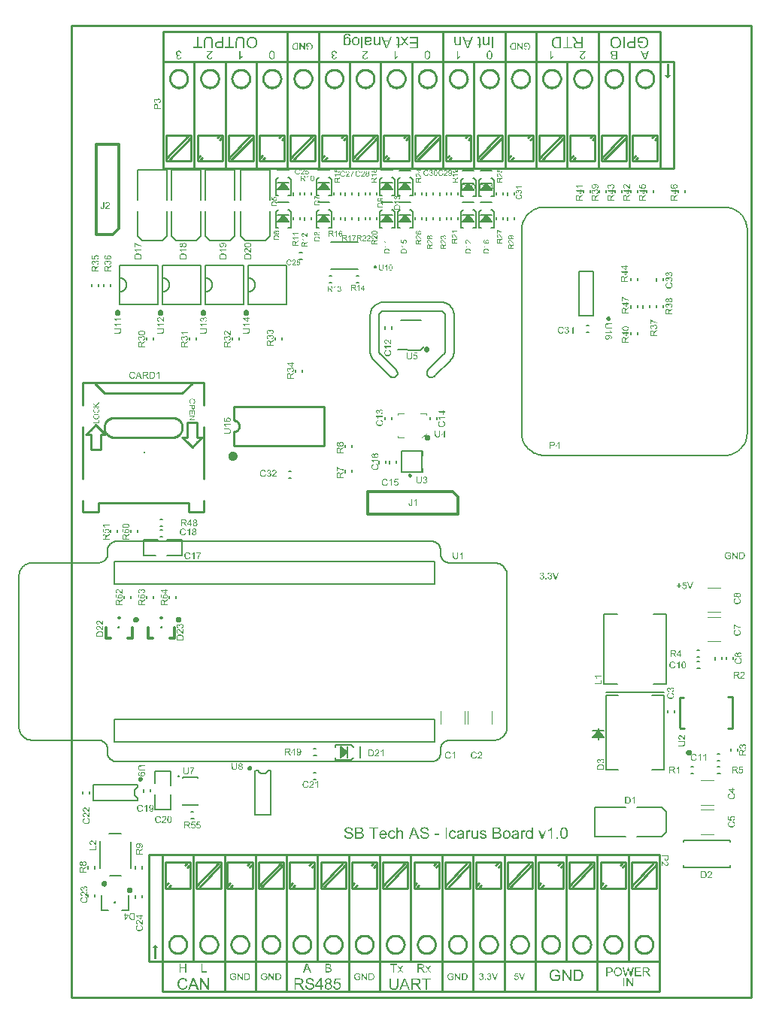
<source format=gto>
%FSTAX23Y23*%
%MOIN*%
%SFA1B1*%

%IPPOS*%
%AMD85*
4,1,8,-0.002500,-0.005000,0.002500,-0.005000,0.005000,-0.002500,0.005000,0.002500,0.002500,0.005000,-0.002500,0.005000,-0.005000,0.002500,-0.005000,-0.002500,-0.002500,-0.005000,0.0*
1,1,0.005000,-0.002500,-0.002500*
1,1,0.005000,0.002500,-0.002500*
1,1,0.005000,0.002500,0.002500*
1,1,0.005000,-0.002500,0.002500*
%
%AMD86*
4,1,8,0.005000,-0.002500,0.005000,0.002500,0.002500,0.005000,-0.002500,0.005000,-0.005000,0.002500,-0.005000,-0.002500,-0.002500,-0.005000,0.002500,-0.005000,0.005000,-0.002500,0.0*
1,1,0.005000,0.002500,-0.002500*
1,1,0.005000,0.002500,0.002500*
1,1,0.005000,-0.002500,0.002500*
1,1,0.005000,-0.002500,-0.002500*
%
%ADD45C,0.010000*%
%ADD46C,0.007870*%
%ADD55C,0.005910*%
%ADD82C,0.011810*%
%ADD83C,0.005980*%
%ADD84C,0.009840*%
G04~CAMADD=85~8~0.0~0.0~100.0~100.0~25.0~0.0~15~0.0~0.0~0.0~0.0~0~0.0~0.0~0.0~0.0~0~0.0~0.0~0.0~180.0~100.0~100.0*
%ADD85D85*%
G04~CAMADD=86~8~0.0~0.0~100.0~100.0~25.0~0.0~15~0.0~0.0~0.0~0.0~0~0.0~0.0~0.0~0.0~0~0.0~0.0~0.0~270.0~100.0~100.0*
%ADD86D86*%
%ADD87R,0.007870X0.007870*%
%ADD88C,0.012000*%
%ADD89C,0.005000*%
%ADD90C,0.004720*%
%ADD91C,0.006000*%
%LNsbtech_icarusboard_1v0-1*%
%LPD*%
G36*
X017Y03675D02*
X017D01*
X017Y03675*
X01701Y03675*
X01701Y03675*
X01702Y03675*
X01702Y03675*
X01703Y03674*
X01704Y03674*
X01704Y03674*
X01705Y03674*
X01706Y03674*
X01706Y03674*
X01707Y03674*
X01707Y03674*
X01707Y03674*
X01707Y03674*
X01707Y03673*
X01707Y03673*
X01708Y03673*
X01708Y03673*
X01708Y03673*
X01709Y03673*
X01709Y03672*
X01709Y03672*
X0171Y03672*
X0171Y03672*
X0171Y03671*
X01711Y03671*
X01711Y03671*
X01711Y03671*
X01711Y0367*
X01711Y0367*
X01711Y0367*
X01711Y0367*
X01712Y0367*
X01712Y03669*
X01712Y03669*
X01712Y03669*
X01712Y03668*
X01712Y03668*
X01712Y03668*
X01712Y03667*
X01712Y03667*
X01713Y03666*
X01713Y03666*
Y03666*
Y03666*
X01713Y03665*
Y03665*
X01712Y03665*
X01712Y03665*
X01712Y03664*
X01712Y03664*
X01712Y03664*
X01712Y03663*
X01712Y03663*
X01712Y03662*
X01712Y03662*
X01711Y03662*
X01711Y03661*
X01711Y03661*
X01711Y03661*
X01711Y03661*
X01711Y03661*
X01711Y03661*
X0171Y0366*
X0171Y0366*
X0171Y0366*
X0171Y0366*
X01709Y0366*
X01709Y03659*
X01709Y03659*
X01708Y03659*
X01708Y03659*
X01707Y03659*
X01707Y03659*
X01706Y03659*
X01706Y03662*
X01706*
X01706Y03662*
X01706Y03662*
X01706Y03662*
X01707Y03662*
X01707Y03662*
X01707Y03662*
X01707Y03662*
X01708Y03662*
X01708Y03662*
X01709Y03663*
X01709Y03663*
X01709Y03663*
X01709Y03663*
X01709Y03663*
X01709Y03663*
X01709Y03663*
X01709Y03663*
X01709Y03663*
X01709Y03664*
X0171Y03664*
X0171Y03664*
X0171Y03664*
X0171Y03665*
X0171Y03665*
X0171Y03665*
X0171Y03666*
Y03666*
Y03666*
Y03666*
X0171Y03666*
Y03666*
X0171Y03666*
X0171Y03667*
X0171Y03667*
X0171Y03667*
X0171Y03668*
X01709Y03668*
Y03668*
X01709Y03668*
X01709Y03668*
X01709Y03668*
X01709Y03669*
X01709Y03669*
X01709Y03669*
X01708Y03669*
X01708Y0367*
X01708Y0367*
X01708*
X01708Y0367*
X01707Y0367*
X01707Y0367*
X01707Y0367*
X01707Y0367*
X01707Y0367*
X01707Y0367*
X01707Y03671*
X01706Y03671*
X01706Y03671*
X01706Y03671*
X01706Y03671*
X01705Y03671*
X01705Y03671*
X01705Y03671*
X01705*
X01705Y03671*
X01704Y03671*
X01704Y03671*
X01704Y03671*
X01704Y03671*
X01704Y03671*
X01703Y03671*
X01703Y03671*
X01703Y03671*
X01702Y03672*
X01702Y03672*
X01701Y03672*
X017*
X017Y03672*
X017Y03672*
X017Y03672*
X01701Y03671*
X01701Y03671*
X01701Y03671*
X01701Y03671*
X01701Y03671*
X01701Y03671*
X01701Y03671*
X01702Y0367*
X01702Y0367*
X01702Y0367*
X01703Y03669*
X01703Y03669*
X01703Y03669*
X01703Y03669*
X01703Y03669*
X01703Y03669*
X01703Y03668*
X01703Y03668*
X01703Y03668*
X01703Y03668*
X01703Y03668*
X01703Y03667*
X01704Y03666*
X01704Y03666*
X01704Y03666*
Y03666*
Y03665*
X01704Y03665*
X01704Y03665*
X01703Y03665*
X01703Y03664*
X01703Y03664*
X01703Y03664*
X01703Y03663*
X01703Y03663*
X01703Y03662*
X01703Y03662*
X01702Y03662*
X01702Y03661*
X01702Y03661*
X01701Y0366*
X01701Y0366*
X01701Y0366*
X01701Y0366*
X01701Y0366*
X01701Y0366*
X017Y0366*
X017Y03659*
X017Y03659*
X01699Y03659*
X01699Y03659*
X01698Y03659*
X01698Y03658*
X01697Y03658*
X01697Y03658*
X01696Y03658*
X01695Y03658*
X01695*
X01695Y03658*
X01695*
X01695Y03658*
X01694Y03658*
X01694Y03658*
X01694Y03658*
X01693Y03658*
X01693Y03659*
X01692Y03659*
X01692Y03659*
X01691Y03659*
X01691Y03659*
X0169Y0366*
X0169Y0366*
X01689Y0366*
X01689Y0366*
X01689Y03661*
X01689Y03661*
X01689Y03661*
X01689Y03661*
X01688Y03661*
X01688Y03662*
X01688Y03662*
X01688Y03662*
X01688Y03663*
X01687Y03663*
X01687Y03664*
X01687Y03664*
X01687Y03665*
X01687Y03665*
X01687Y03666*
Y03666*
Y03666*
Y03666*
X01687Y03667*
X01687Y03667*
X01687Y03667*
X01687Y03667*
X01687Y03668*
X01687Y03668*
X01687Y03668*
X01687Y03669*
X01687Y03669*
X01688Y03669*
X01688Y0367*
X01688Y0367*
X01688Y03671*
X01688Y03671*
X01688Y03671*
X01688Y03671*
X01688Y03671*
X01689Y03671*
X01689Y03671*
X01689Y03671*
X01689Y03672*
X01689Y03672*
X0169Y03672*
X0169Y03672*
X0169Y03673*
X01691Y03673*
X01691Y03673*
X01691Y03673*
X01692Y03674*
X01692Y03674*
X01692Y03674*
X01692Y03674*
X01692Y03674*
X01693Y03674*
X01693Y03674*
X01693Y03674*
X01694Y03674*
X01694Y03674*
X01695Y03674*
X01695Y03674*
X01696Y03675*
X01697Y03675*
X01697Y03675*
X01698Y03675*
X01699Y03675*
X01699*
X017Y03675*
G37*
G36*
X01353Y03632D02*
X01347Y03629D01*
X01347Y03629*
X01347Y03629*
X01347Y03629*
X01347Y03629*
X01347Y03629*
X01347Y03629*
X01346Y03628*
X01346Y03628*
X01345Y03628*
X01345Y03628*
X01344Y03627*
X01344Y03627*
X01344Y03627*
X01344Y03627*
X01344Y03627*
X01344Y03627*
X01344Y03627*
X01343Y03626*
X01343Y03626*
X01343Y03626*
X01343Y03626*
X01342Y03625*
X01342Y03625*
X01342Y03625*
X01342Y03625*
X01342Y03625*
X01342Y03625*
X01342Y03624*
X01342Y03624*
X01342Y03624*
X01341Y03624*
Y03624*
X01341Y03623*
X01341Y03623*
X01341Y03623*
X01341Y03623*
X01341Y03623*
X01341Y03622*
Y03622*
Y03618*
X01353*
Y03615*
X01327*
Y03626*
Y03626*
Y03626*
Y03626*
Y03626*
X01327Y03626*
Y03626*
X01327Y03627*
X01327Y03627*
X01327Y03628*
X01327Y03628*
X01328Y03628*
X01328Y03629*
X01328Y0363*
X01328Y0363*
X01328Y0363*
X01328Y03631*
Y03631*
X01328Y03631*
X01328Y03631*
X01328Y03631*
X01328Y03631*
X01328Y03631*
X01328Y03632*
X01329Y03632*
X01329Y03632*
X01329Y03632*
X01329Y03632*
X01329Y03633*
X0133Y03633*
X0133Y03633*
X0133Y03633*
X0133Y03634*
X0133Y03634*
X01331Y03634*
X01331Y03634*
X01331Y03634*
X01331Y03634*
X01331Y03634*
X01331Y03634*
X01332Y03634*
X01332Y03634*
X01332Y03634*
X01332Y03634*
X01333Y03634*
X01333Y03635*
X01333Y03635*
X01334Y03635*
X01334Y03635*
X01334*
X01334Y03635*
X01335*
X01335Y03635*
X01335Y03635*
X01335Y03634*
X01336Y03634*
X01336Y03634*
X01336Y03634*
X01337Y03634*
X01337Y03634*
X01338Y03634*
X01338Y03633*
X01338Y03633*
X01339Y03633*
X01339Y03633*
X01339Y03633*
X01339Y03633*
X01339Y03633*
X01339Y03632*
X01339Y03632*
X0134Y03632*
X0134Y03632*
X0134Y03631*
X0134Y03631*
X0134Y0363*
X01341Y0363*
X01341Y03629*
X01341Y03629*
X01341Y03628*
X01341Y03628*
Y03628*
X01341Y03628*
X01341Y03628*
X01341Y03628*
X01341Y03628*
X01341Y03628*
X01341Y03628*
X01342Y03629*
X01342Y03629*
X01342Y03629*
X01342Y0363*
X01342Y0363*
X01342Y0363*
X01342Y0363*
X01343Y0363*
X01343Y0363*
X01343Y0363*
X01343Y0363*
X01343Y0363*
X01343Y03631*
X01344Y03631*
X01344Y03631*
X01344Y03631*
X01345Y03632*
X01345Y03632*
X01346Y03632*
X01353Y03637*
Y03632*
G37*
G36*
X01712D02*
X01707Y03629D01*
X01707Y03629*
X01707Y03629*
X01707Y03629*
X01707Y03629*
X01706Y03629*
X01706Y03629*
X01706Y03628*
X01706Y03628*
X01705Y03628*
X01704Y03628*
X01704Y03627*
X01704Y03627*
X01703Y03627*
X01703Y03627*
X01703Y03627*
X01703Y03627*
X01703Y03627*
X01703Y03626*
X01703Y03626*
X01702Y03626*
X01702Y03626*
X01702Y03625*
X01702Y03625*
X01702Y03625*
X01702Y03625*
X01702Y03625*
X01701Y03625*
X01701Y03624*
X01701Y03624*
X01701Y03624*
X01701Y03624*
Y03624*
X01701Y03623*
X01701Y03623*
X01701Y03623*
X01701Y03623*
X01701Y03623*
X01701Y03622*
Y03622*
Y03618*
X01712*
Y03615*
X01687*
Y03626*
Y03626*
Y03626*
Y03626*
Y03626*
X01687Y03626*
Y03626*
X01687Y03627*
X01687Y03627*
X01687Y03628*
X01687Y03628*
X01687Y03628*
X01687Y03629*
X01687Y0363*
X01687Y0363*
X01687Y0363*
X01688Y03631*
Y03631*
X01688Y03631*
X01688Y03631*
X01688Y03631*
X01688Y03631*
X01688Y03631*
X01688Y03632*
X01688Y03632*
X01688Y03632*
X01688Y03632*
X01689Y03632*
X01689Y03633*
X01689Y03633*
X01689Y03633*
X0169Y03633*
X0169Y03634*
X0169Y03634*
X0169Y03634*
X0169Y03634*
X0169Y03634*
X0169Y03634*
X01691Y03634*
X01691Y03634*
X01691Y03634*
X01691Y03634*
X01692Y03634*
X01692Y03634*
X01692Y03634*
X01693Y03635*
X01693Y03635*
X01693Y03635*
X01694Y03635*
X01694*
X01694Y03635*
X01694*
X01694Y03635*
X01695Y03635*
X01695Y03634*
X01695Y03634*
X01696Y03634*
X01696Y03634*
X01696Y03634*
X01697Y03634*
X01697Y03634*
X01698Y03633*
X01698Y03633*
X01698Y03633*
X01698Y03633*
X01698Y03633*
X01698Y03633*
X01699Y03633*
X01699Y03632*
X01699Y03632*
X01699Y03632*
X01699Y03632*
X01699Y03631*
X017Y03631*
X017Y0363*
X017Y0363*
X017Y03629*
X017Y03629*
X01701Y03628*
X01701Y03628*
Y03628*
X01701Y03628*
X01701Y03628*
X01701Y03628*
X01701Y03628*
X01701Y03628*
X01701Y03628*
X01701Y03629*
X01701Y03629*
X01702Y03629*
X01702Y0363*
X01702Y0363*
X01702Y0363*
X01702Y0363*
X01702Y0363*
X01702Y0363*
X01702Y0363*
X01703Y0363*
X01703Y0363*
X01703Y03631*
X01703Y03631*
X01704Y03631*
X01704Y03631*
X01704Y03632*
X01705Y03632*
X01705Y03632*
X01712Y03637*
Y03632*
G37*
G36*
Y03647D02*
X01692D01*
X01692Y03647*
X01692Y03647*
X01693Y03647*
X01693Y03647*
X01693Y03647*
X01693Y03647*
X01693Y03647*
X01693Y03646*
X01693Y03646*
X01693Y03646*
X01694Y03646*
X01694Y03645*
X01694Y03645*
X01694Y03645*
X01695Y03644*
X01695Y03644*
X01695Y03644*
X01695Y03644*
X01695Y03644*
X01695Y03644*
X01695Y03644*
X01695Y03643*
X01695Y03643*
X01695Y03643*
X01696Y03642*
X01696Y03642*
X01696Y03641*
X01693*
X01693Y03641*
X01693Y03641*
X01693Y03641*
X01693Y03641*
X01693Y03642*
X01693Y03642*
X01693Y03642*
X01692Y03642*
X01692Y03643*
X01692Y03643*
X01691Y03644*
X01691Y03645*
X0169Y03645*
X0169Y03646*
X0169Y03646*
X0169Y03646*
X0169Y03646*
X0169Y03646*
X0169Y03646*
X01689Y03646*
X01689Y03647*
X01689Y03647*
X01689Y03647*
X01688Y03647*
X01687Y03648*
X01687Y03648*
X01687Y03648*
Y0365*
X01712*
Y03647*
G37*
G36*
X01211Y0338D02*
X01211D01*
X01212Y0338*
X01212Y0338*
X01213Y0338*
X01213Y0338*
X01213Y0338*
X01214Y03379*
X01215Y03379*
X01215Y03379*
X01215Y03379*
X01216Y03379*
X01216*
X01216Y03379*
X01216Y03379*
X01216Y03379*
X01216Y03379*
X01216Y03379*
X01217Y03379*
X01217Y03378*
X01217Y03378*
X01217Y03378*
X01217Y03378*
X01218Y03378*
X01218Y03377*
X01218Y03377*
X01218Y03377*
X01219Y03377*
X01219Y03377*
X01219Y03377*
X01219Y03376*
X01219Y03376*
X01219Y03376*
X01219Y03376*
X01219Y03376*
X01219Y03375*
X01219Y03375*
X01219Y03375*
X01219Y03375*
X01219Y03374*
X0122Y03374*
X0122Y03374*
X0122Y03373*
X0122Y03373*
Y03373*
Y03373*
X0122Y03373*
Y03372*
X0122Y03372*
X0122Y03372*
X01219Y03372*
X01219Y03371*
X01219Y03371*
X01219Y03371*
X01219Y0337*
X01219Y0337*
X01219Y03369*
X01218Y03369*
X01218Y03369*
X01218Y03368*
X01218Y03368*
X01218Y03368*
X01218Y03368*
X01218Y03368*
X01217Y03368*
X01217Y03368*
X01217Y03368*
X01217Y03367*
X01216Y03367*
X01216Y03367*
X01215Y03367*
X01215Y03367*
X01214Y03366*
X01214Y03366*
X01213Y03366*
X01213Y03366*
X01213*
X01213Y03366*
X01213Y03366*
X01213Y03366*
X01213Y03366*
X01213Y03366*
X01213Y03366*
X01214Y03365*
X01214Y03365*
X01214Y03365*
X01215Y03365*
X01215Y03365*
X01215Y03365*
X01215Y03365*
X01215Y03364*
X01215Y03364*
X01215Y03364*
X01215Y03364*
X01215Y03364*
X01216Y03364*
X01216Y03363*
X01216Y03363*
X01216Y03363*
X01217Y03362*
X01217Y03362*
X01217Y03361*
X01222Y03355*
X01217*
X01214Y0336*
X01214Y0336*
X01214Y0336*
X01214Y0336*
X01214Y0336*
X01214Y0336*
X01214Y03361*
X01213Y03361*
X01213Y03361*
X01213Y03362*
X01213Y03362*
X01212Y03363*
X01212Y03363*
X01212Y03363*
X01212Y03363*
X01212Y03363*
X01212Y03363*
X01212Y03363*
X01211Y03364*
X01211Y03364*
X01211Y03364*
X01211Y03364*
X0121Y03365*
X0121Y03365*
X0121Y03365*
X0121Y03365*
X0121Y03365*
X0121Y03365*
X01209Y03365*
X01209Y03365*
X01209Y03365*
X01209Y03366*
X01209*
X01208Y03366*
X01208Y03366*
X01208Y03366*
X01208Y03366*
X01208Y03366*
X01207Y03366*
X01203*
Y03355*
X012*
Y0338*
X01211*
X01211Y0338*
G37*
G36*
X01235Y03355D02*
X01232D01*
Y03374*
X01232Y03374*
X01232Y03374*
X01232Y03374*
X01232Y03374*
X01232Y03374*
X01232Y03374*
X01232Y03374*
X01231Y03374*
X01231Y03373*
X01231Y03373*
X01231Y03373*
X0123Y03373*
X0123Y03373*
X0123Y03372*
X01229Y03372*
X01229Y03372*
X01229Y03372*
X01229Y03372*
X01229Y03372*
X01229Y03372*
X01229Y03372*
X01228Y03372*
X01228Y03371*
X01228Y03371*
X01227Y03371*
X01227Y03371*
X01226Y0337*
Y03373*
X01226Y03373*
X01226Y03374*
X01226Y03374*
X01226Y03374*
X01227Y03374*
X01227Y03374*
X01227Y03374*
X01227Y03374*
X01228Y03374*
X01228Y03375*
X01229Y03375*
X0123Y03376*
X01231Y03376*
X01231Y03376*
X01231Y03376*
X01231Y03377*
X01231Y03377*
X01231Y03377*
X01231Y03377*
X01231Y03377*
X01232Y03377*
X01232Y03378*
X01232Y03378*
X01232Y03379*
X01233Y03379*
X01233Y03379*
X01233Y0338*
X01235*
Y03355*
G37*
G36*
X01353Y03647D02*
X01333D01*
X01333Y03647*
X01333Y03647*
X01333Y03647*
X01333Y03647*
X01333Y03647*
X01333Y03647*
X01333Y03647*
X01334Y03646*
X01334Y03646*
X01334Y03646*
X01334Y03646*
X01334Y03645*
X01334Y03645*
X01335Y03645*
X01335Y03644*
X01335Y03644*
X01335Y03644*
X01335Y03644*
X01335Y03644*
X01335Y03644*
X01335Y03644*
X01335Y03643*
X01336Y03643*
X01336Y03643*
X01336Y03642*
X01336Y03642*
X01337Y03641*
X01334*
X01334Y03641*
X01334Y03641*
X01333Y03641*
X01333Y03641*
X01333Y03642*
X01333Y03642*
X01333Y03642*
X01333Y03642*
X01333Y03643*
X01332Y03643*
X01332Y03644*
X01331Y03645*
X01331Y03645*
X01331Y03646*
X01331Y03646*
X0133Y03646*
X0133Y03646*
X0133Y03646*
X0133Y03646*
X0133Y03646*
X0133Y03647*
X01329Y03647*
X01329Y03647*
X01328Y03647*
X01328Y03648*
X01328Y03648*
X01327Y03648*
Y0365*
X01353*
Y03647*
G37*
G36*
X01346Y03675D02*
X01346Y03675D01*
X01346Y03675*
X01346Y03675*
X01347Y03675*
X01347Y03674*
X01348Y03674*
X01348Y03674*
X01349Y03674*
X01349Y03674*
X01349Y03673*
X0135Y03673*
X0135Y03673*
X01351Y03672*
X01351Y03672*
X01351Y03672*
X01351Y03672*
X01351Y03672*
X01351Y03672*
X01351Y03672*
X01352Y03671*
X01352Y03671*
X01352Y0367*
X01352Y0367*
X01352Y03669*
X01353Y03669*
X01353Y03668*
X01353Y03668*
X01353Y03667*
X01353Y03666*
Y03666*
Y03666*
Y03666*
Y03666*
X01353Y03666*
X01353Y03666*
X01353Y03666*
X01353Y03665*
X01353Y03665*
X01353Y03664*
X01353Y03664*
X01352Y03663*
X01352Y03663*
X01352Y03662*
X01352Y03662*
X01351Y03661*
X01351Y03661*
X01351Y0366*
X01351Y0366*
X01351Y0366*
X01351Y0366*
X0135Y0366*
X0135Y0366*
X0135Y0366*
X0135Y03659*
X01349Y03659*
X01349Y03659*
X01348Y03659*
X01348Y03659*
X01348Y03658*
X01347Y03658*
X01346Y03658*
X01346Y03658*
X01345Y03658*
X01345*
X01345Y03658*
X01345Y03658*
X01344Y03658*
X01344Y03658*
X01344Y03658*
X01344Y03658*
X01343Y03658*
X01343Y03659*
X01342Y03659*
X01342Y03659*
X01342Y03659*
X01341Y03659*
X01341Y03659*
X01341Y03659*
X01341Y03659*
X01341Y03659*
X01341Y0366*
X01341Y0366*
X01341Y0366*
X0134Y0366*
X0134Y0366*
X0134Y03661*
X0134Y03661*
X0134Y03661*
X01339Y03661*
X01339Y03662*
X01339Y03662*
X01339Y03663*
X01339Y03663*
Y03663*
X01339Y03663*
X01339Y03663*
X01339Y03663*
X01339Y03662*
X01339Y03662*
X01338Y03662*
X01338Y03662*
X01338Y03661*
X01338Y03661*
X01337Y0366*
X01337Y0366*
X01337Y0366*
X01337Y0366*
X01337Y0366*
X01337Y0366*
X01337Y0366*
X01337Y0366*
X01336Y0366*
X01336Y0366*
X01336Y0366*
X01336Y0366*
X01336Y03659*
X01335Y03659*
X01335Y03659*
X01334Y03659*
X01334Y03659*
X01334Y03659*
X01334*
X01333Y03659*
X01333Y03659*
X01333Y03659*
X01333Y03659*
X01332Y03659*
X01332Y03659*
X01332Y03659*
X01331Y0366*
X01331Y0366*
X01331Y0366*
X0133Y0366*
X0133Y0366*
X01329Y03661*
X01329Y03661*
X01329Y03661*
X01329Y03661*
X01329Y03661*
X01329Y03661*
X01329Y03662*
X01329Y03662*
X01328Y03662*
X01328Y03663*
X01328Y03663*
X01328Y03663*
X01328Y03664*
X01328Y03664*
X01327Y03665*
X01327Y03665*
X01327Y03666*
X01327Y03666*
Y03666*
Y03666*
Y03667*
X01327Y03667*
X01327Y03667*
X01327Y03667*
X01327Y03668*
X01327Y03668*
X01327Y03668*
X01328Y03669*
X01328Y03669*
X01328Y0367*
X01328Y0367*
X01328Y0367*
X01329Y03671*
X01329Y03671*
X01329Y03672*
X01329Y03672*
X01329Y03672*
X01329Y03672*
X0133Y03672*
X0133Y03672*
X0133Y03672*
X0133Y03672*
X0133Y03673*
X01331Y03673*
X01331Y03673*
X01332Y03673*
X01332Y03673*
X01332Y03674*
X01333Y03674*
X01333Y03674*
X01334Y03674*
X01334*
X01334Y03674*
X01334Y03674*
X01334Y03674*
X01335Y03674*
X01335Y03674*
X01335Y03673*
X01336Y03673*
X01336Y03673*
X01336Y03673*
X01337Y03673*
X01337Y03673*
X01337Y03673*
X01337Y03673*
X01337Y03673*
X01337Y03673*
X01337Y03672*
X01337Y03672*
X01337Y03672*
X01338Y03672*
X01338Y03672*
X01338Y03672*
X01338Y03671*
X01338Y03671*
X01338Y03671*
X01339Y03671*
X01339Y0367*
X01339Y0367*
Y0367*
X01339Y0367*
X01339Y0367*
X01339Y0367*
X01339Y03671*
X01339Y03671*
X01339Y03671*
X01339Y03671*
X0134Y03672*
X0134Y03672*
X0134Y03672*
X0134Y03672*
X0134Y03673*
X01341Y03673*
X01341Y03673*
X01341Y03674*
X01341Y03674*
X01341Y03674*
X01341Y03674*
X01342Y03674*
X01342Y03674*
X01342Y03674*
X01342Y03674*
X01342Y03674*
X01343Y03674*
X01343Y03674*
X01343Y03674*
X01344Y03675*
X01344Y03675*
X01344Y03675*
X01345Y03675*
X01345Y03675*
X01345*
X01346Y03675*
G37*
G36*
X01343Y034D02*
X01343D01*
X01343Y034*
X01344Y034*
X01344Y034*
X01345Y03399*
X01345Y03399*
X01346Y03399*
X01347Y03399*
X01348Y03399*
X01348Y03399*
X01349Y03399*
X01349Y03399*
X01349Y03399*
X01349Y03399*
X0135Y03399*
X0135Y03398*
X0135Y03398*
X0135Y03398*
X0135Y03398*
X01351Y03398*
X01351Y03398*
X01351Y03398*
X01352Y03397*
X01352Y03397*
X01353Y03397*
X01353Y03397*
X01353Y03396*
X01353Y03396*
X01353Y03396*
X01354Y03396*
X01354Y03396*
X01354Y03396*
X01354Y03395*
X01354Y03395*
X01354Y03395*
X01354Y03395*
X01354Y03394*
X01354Y03394*
X01355Y03394*
X01355Y03393*
X01355Y03393*
X01355Y03392*
X01355Y03392*
X01355Y03391*
Y03391*
Y03391*
Y03391*
Y03391*
X01355Y03391*
X01355Y03391*
X01355Y0339*
X01355Y0339*
X01355Y0339*
X01355Y03389*
X01354Y03389*
X01354Y03388*
X01354Y03388*
X01354Y03387*
X01354Y03387*
X01353Y03386*
X01353Y03386*
X01352Y03386*
X01352*
X01352Y03386*
X01352Y03386*
X01352Y03386*
X01352Y03385*
X01352Y03385*
X01352Y03385*
X01352Y03385*
X01352Y03385*
X01351Y03385*
X01351Y03385*
X01351Y03385*
X01351Y03385*
X0135Y03385*
X0135Y03385*
X0135Y03384*
X0135Y03384*
X01349Y03384*
X01349Y03384*
X01348Y03384*
X01348Y03384*
X01348Y03384*
X01347Y03384*
X01347Y03384*
X01346Y03383*
X01346Y03383*
X01345Y03383*
X01345Y03383*
X01344Y03383*
X01343Y03383*
X01343Y03383*
X01342*
X01342Y03383*
X01341*
X01341Y03383*
X01341Y03383*
X0134Y03383*
X0134Y03383*
X01339Y03383*
X01338Y03383*
X01337Y03384*
X01337Y03384*
X01336Y03384*
X01335Y03384*
X01335Y03384*
X01335Y03384*
X01335Y03384*
X01335Y03384*
X01334Y03384*
X01334Y03384*
X01334Y03384*
X01334Y03385*
X01333Y03385*
X01333Y03385*
X01333Y03385*
X01332Y03385*
X01332Y03386*
X01332Y03386*
X01331Y03386*
X01331Y03386*
X01331Y03387*
X01331Y03387*
X01331Y03387*
X01331Y03387*
X0133Y03387*
X0133Y03387*
X0133Y03388*
X0133Y03388*
X0133Y03388*
X0133Y03388*
X0133Y03389*
X0133Y03389*
X01329Y0339*
X01329Y0339*
X01329Y0339*
X01329Y03391*
X01329Y03391*
Y03391*
Y03391*
Y03392*
X01329Y03392*
Y03392*
X01329Y03392*
X01329Y03392*
X01329Y03393*
X01329Y03393*
X0133Y03394*
X0133Y03394*
X0133Y03395*
X0133Y03395*
Y03395*
X0133Y03395*
X0133Y03395*
X0133Y03395*
X0133Y03395*
X0133Y03395*
X0133Y03396*
X01331Y03396*
X01331Y03396*
X01331Y03397*
X01332Y03397*
X01332Y03397*
X01332Y03397*
X01332Y03397*
X01333Y03398*
X01333Y03398*
X01333Y03398*
X01333Y03398*
X01333Y03398*
X01333Y03398*
X01334Y03398*
X01334Y03398*
X01334Y03398*
X01335Y03399*
X01335Y03399*
X01335Y03399*
X01336Y03399*
X01336Y03399*
X01336*
X01336Y03399*
X01336Y03399*
X01337Y03399*
X01337Y03399*
X01337Y03399*
X01337Y03399*
X01338Y03399*
X01338Y03399*
X01339Y03399*
X01339Y03399*
X0134Y03399*
X0134Y034*
X01341Y034*
X01341Y034*
X01343*
X01343Y034*
G37*
G36*
X01317Y0338D02*
X01317Y0338D01*
X01317Y0338*
X01318Y0338*
X01318Y0338*
X01319Y0338*
X01319Y03379*
X0132Y03379*
X0132Y03379*
X0132Y03379*
X01321Y03379*
X01321Y03378*
X01322Y03378*
X01322Y03378*
X01322Y03378*
X01322Y03378*
X01322Y03378*
X01323Y03377*
X01323Y03377*
X01323Y03377*
X01323Y03377*
X01323Y03376*
X01324Y03376*
X01324Y03376*
X01324Y03375*
X01324Y03375*
X01324Y03374*
X01324Y03374*
X01324Y03373*
X01324Y03373*
Y03373*
Y03373*
Y03373*
Y03373*
X01324Y03372*
X01324Y03372*
X01324Y03372*
X01324Y03372*
X01324Y03371*
X01324Y03371*
X01324Y0337*
X01324Y0337*
Y0337*
X01324Y0337*
X01324Y0337*
X01324Y0337*
X01324Y03369*
X01323Y03369*
X01323Y03369*
X01323Y03369*
X01323Y03369*
X01323Y03368*
X01323Y03368*
X01322Y03368*
X01322Y03367*
X01322Y03367*
X01322Y03367*
X01322Y03367*
X01322Y03367*
X01322Y03367*
X01321Y03366*
X01321Y03366*
X01321Y03366*
X01321Y03366*
X01321Y03366*
X0132Y03365*
X0132Y03365*
X0132Y03365*
X01319Y03364*
X01319Y03364*
X01318Y03363*
X01318Y03363*
X01317Y03362*
X01317Y03362*
X01317Y03362*
X01317Y03362*
X01317Y03362*
X01316Y03362*
X01316Y03362*
X01316Y03361*
X01315Y03361*
X01315Y03361*
X01315Y0336*
X01314Y0336*
X01314Y0336*
X01314Y0336*
X01314Y03359*
X01313Y03359*
X01313Y03359*
X01313Y03359*
X01313Y03359*
X01313Y03359*
X01313Y03358*
X01312Y03358*
X01312Y03358*
X01312Y03357*
X01324*
Y03355*
X01308*
Y03355*
Y03355*
Y03355*
Y03355*
Y03355*
X01308Y03355*
X01308Y03355*
X01308Y03356*
X01308Y03356*
X01308Y03356*
X01308Y03357*
Y03357*
X01308Y03357*
X01308Y03357*
X01308Y03357*
X01308Y03357*
X01308Y03357*
X01309Y03357*
X01309Y03358*
X01309Y03358*
X01309Y03358*
X01309Y03359*
X0131Y03359*
X0131Y0336*
X0131Y0336*
X0131Y0336*
X0131Y0336*
X0131Y0336*
X01311Y0336*
X01311Y03361*
X01311Y03361*
X01311Y03361*
X01311Y03361*
X01312Y03362*
X01312Y03362*
X01312Y03362*
X01313Y03363*
X01313Y03363*
X01314Y03363*
X01314Y03364*
X01314Y03364*
X01314Y03364*
X01314Y03364*
X01314Y03364*
X01314Y03364*
X01315Y03364*
X01315Y03364*
X01315Y03365*
X01316Y03365*
X01316Y03365*
X01316Y03366*
X01317Y03366*
X01317Y03367*
X01318Y03367*
X01318Y03367*
X01319Y03368*
X01319Y03368*
X01319Y03369*
X0132Y03369*
X0132Y03369*
X0132Y03369*
X0132Y03369*
X0132Y03369*
X0132Y0337*
X0132Y0337*
X0132Y0337*
X0132Y0337*
X01321Y03371*
X01321Y03371*
X01321Y03372*
X01321Y03372*
X01321Y03372*
X01321Y03373*
X01321Y03373*
Y03373*
Y03373*
Y03373*
X01321Y03373*
X01321Y03373*
X01321Y03374*
X01321Y03374*
X01321Y03374*
X01321Y03374*
X01321Y03374*
X01321Y03375*
X01321Y03375*
X0132Y03375*
X0132Y03375*
X0132Y03376*
X0132Y03376*
X0132Y03376*
X0132Y03376*
X0132Y03376*
X0132Y03376*
X0132Y03376*
X01319Y03376*
X01319Y03376*
X01319Y03377*
X01319Y03377*
X01318Y03377*
X01318Y03377*
X01318Y03377*
X01318Y03377*
X01317Y03377*
X01317Y03377*
X01316Y03377*
X01316*
X01316Y03377*
X01316Y03377*
X01316Y03377*
X01315Y03377*
X01315Y03377*
X01315Y03377*
X01315Y03377*
X01314Y03377*
X01314Y03377*
X01314Y03376*
X01313Y03376*
X01313Y03376*
X01313Y03376*
X01313Y03376*
X01313Y03376*
X01313Y03376*
X01313Y03376*
X01313Y03375*
X01312Y03375*
X01312Y03375*
X01312Y03375*
X01312Y03375*
X01312Y03374*
X01312Y03374*
X01312Y03374*
X01312Y03373*
X01312Y03373*
X01312Y03373*
X01312Y03372*
X01308Y03373*
Y03373*
Y03373*
X01308Y03373*
Y03373*
X01308Y03373*
X01308Y03373*
X01309Y03373*
X01309Y03374*
X01309Y03374*
X01309Y03375*
X01309Y03375*
X01309Y03375*
X01309Y03376*
X0131Y03376*
X0131Y03377*
X0131Y03377*
X0131Y03378*
X01311Y03378*
X01311Y03378*
X01311Y03378*
X01311Y03378*
X01311Y03378*
X01311Y03378*
X01312Y03379*
X01312Y03379*
X01312Y03379*
X01313Y03379*
X01313Y03379*
X01314Y03379*
X01314Y03379*
X01315Y0338*
X01315Y0338*
X01316Y0338*
X01317Y0338*
X01317*
X01317Y0338*
G37*
G36*
X0171Y03362D02*
X01704Y03359D01*
X01704Y03359*
X01704Y03359*
X01704Y03359*
X01704Y03359*
X01704Y03359*
X01703Y03359*
X01703Y03358*
X01703Y03358*
X01702Y03358*
X01702Y03358*
X01701Y03357*
X01701Y03357*
X01701Y03357*
X01701Y03357*
X01701Y03357*
X01701Y03357*
X01701Y03357*
X017Y03356*
X017Y03356*
X017Y03356*
X017Y03356*
X01699Y03355*
X01699Y03355*
X01699Y03355*
X01699Y03355*
X01699Y03355*
X01699Y03355*
X01699Y03354*
X01699Y03354*
X01699Y03354*
X01698Y03354*
Y03354*
X01698Y03353*
X01698Y03353*
X01698Y03353*
X01698Y03353*
X01698Y03353*
X01698Y03352*
Y03352*
Y03348*
X0171*
Y03345*
X01684*
Y03356*
Y03356*
Y03356*
Y03356*
Y03356*
X01684Y03356*
Y03356*
X01684Y03357*
X01684Y03357*
X01684Y03358*
X01684Y03358*
X01684Y03358*
X01685Y03359*
X01685Y0336*
X01685Y0336*
X01685Y0336*
X01685Y03361*
Y03361*
X01685Y03361*
X01685Y03361*
X01685Y03361*
X01685Y03361*
X01685Y03361*
X01685Y03362*
X01686Y03362*
X01686Y03362*
X01686Y03362*
X01686Y03362*
X01686Y03363*
X01687Y03363*
X01687Y03363*
X01687Y03363*
X01687Y03364*
X01687Y03364*
X01687Y03364*
X01688Y03364*
X01688Y03364*
X01688Y03364*
X01688Y03364*
X01688Y03364*
X01689Y03364*
X01689Y03364*
X01689Y03364*
X01689Y03364*
X0169Y03364*
X0169Y03365*
X0169Y03365*
X01691Y03365*
X01691Y03365*
X01691*
X01691Y03365*
X01692*
X01692Y03365*
X01692Y03365*
X01692Y03364*
X01693Y03364*
X01693Y03364*
X01693Y03364*
X01694Y03364*
X01694Y03364*
X01695Y03364*
X01695Y03363*
X01695Y03363*
X01696Y03363*
X01696Y03363*
X01696Y03363*
X01696Y03363*
X01696Y03363*
X01696Y03362*
X01696Y03362*
X01696Y03362*
X01697Y03362*
X01697Y03361*
X01697Y03361*
X01697Y0336*
X01697Y0336*
X01698Y03359*
X01698Y03359*
X01698Y03358*
X01698Y03358*
Y03358*
X01698Y03358*
X01698Y03358*
X01698Y03358*
X01698Y03358*
X01698Y03358*
X01698Y03358*
X01699Y03359*
X01699Y03359*
X01699Y03359*
X01699Y0336*
X01699Y0336*
X01699Y0336*
X01699Y0336*
X017Y0336*
X017Y0336*
X017Y0336*
X017Y0336*
X017Y0336*
X017Y03361*
X01701Y03361*
X01701Y03361*
X01701Y03361*
X01702Y03362*
X01702Y03362*
X01703Y03362*
X0171Y03367*
Y03362*
G37*
G36*
X01276Y0338D02*
X01276D01*
X01277Y0338*
X01277Y0338*
X01278Y0338*
X01278Y0338*
X01278Y0338*
X01279Y03379*
X0128Y03379*
X0128Y03379*
X0128Y03379*
X01281Y03379*
X01281*
X01281Y03379*
X01281Y03379*
X01281Y03379*
X01281Y03379*
X01281Y03379*
X01282Y03379*
X01282Y03378*
X01282Y03378*
X01282Y03378*
X01282Y03378*
X01283Y03378*
X01283Y03377*
X01283Y03377*
X01283Y03377*
X01284Y03377*
X01284Y03377*
X01284Y03377*
X01284Y03376*
X01284Y03376*
X01284Y03376*
X01284Y03376*
X01284Y03376*
X01284Y03375*
X01284Y03375*
X01284Y03375*
X01284Y03375*
X01284Y03374*
X01285Y03374*
X01285Y03374*
X01285Y03373*
X01285Y03373*
Y03373*
Y03373*
X01285Y03373*
Y03372*
X01285Y03372*
X01285Y03372*
X01284Y03372*
X01284Y03371*
X01284Y03371*
X01284Y03371*
X01284Y0337*
X01284Y0337*
X01284Y03369*
X01283Y03369*
X01283Y03369*
X01283Y03368*
X01283Y03368*
X01283Y03368*
X01283Y03368*
X01283Y03368*
X01282Y03368*
X01282Y03368*
X01282Y03368*
X01282Y03367*
X01281Y03367*
X01281Y03367*
X0128Y03367*
X0128Y03367*
X01279Y03366*
X01279Y03366*
X01278Y03366*
X01278Y03366*
X01278*
X01278Y03366*
X01278Y03366*
X01278Y03366*
X01278Y03366*
X01278Y03366*
X01278Y03366*
X01279Y03365*
X01279Y03365*
X01279Y03365*
X0128Y03365*
X0128Y03365*
X0128Y03365*
X0128Y03365*
X0128Y03364*
X0128Y03364*
X0128Y03364*
X0128Y03364*
X0128Y03364*
X01281Y03364*
X01281Y03363*
X01281Y03363*
X01281Y03363*
X01282Y03362*
X01282Y03362*
X01282Y03361*
X01287Y03355*
X01282*
X01279Y0336*
X01279Y0336*
X01279Y0336*
X01279Y0336*
X01279Y0336*
X01279Y0336*
X01279Y03361*
X01278Y03361*
X01278Y03361*
X01278Y03362*
X01278Y03362*
X01277Y03363*
X01277Y03363*
X01277Y03363*
X01277Y03363*
X01277Y03363*
X01277Y03363*
X01277Y03363*
X01276Y03364*
X01276Y03364*
X01276Y03364*
X01276Y03364*
X01275Y03365*
X01275Y03365*
X01275Y03365*
X01275Y03365*
X01275Y03365*
X01275Y03365*
X01274Y03365*
X01274Y03365*
X01274Y03365*
X01274Y03366*
X01274*
X01273Y03366*
X01273Y03366*
X01273Y03366*
X01273Y03366*
X01273Y03366*
X01272Y03366*
X01268*
Y03355*
X01265*
Y0338*
X01276*
X01276Y0338*
G37*
G36*
X01297Y0338D02*
X01298Y0338D01*
X01298Y0338*
X01298Y0338*
X01299Y0338*
X01299Y0338*
X01299Y03379*
X013Y03379*
X013Y03379*
X01301Y03379*
X01301Y03379*
X01302Y03378*
X01302Y03378*
X01303Y03378*
X01303Y03378*
X01303Y03378*
X01303Y03378*
X01303Y03377*
X01303Y03377*
X01303Y03377*
X01304Y03377*
X01304Y03376*
X01304Y03376*
X01304Y03376*
X01304Y03375*
X01304Y03375*
X01305Y03374*
X01305Y03374*
X01305Y03373*
X01305Y03373*
Y03373*
Y03373*
Y03373*
Y03373*
X01305Y03372*
X01305Y03372*
X01305Y03372*
X01305Y03372*
X01305Y03371*
X01305Y03371*
X01304Y0337*
X01304Y0337*
Y0337*
X01304Y0337*
X01304Y0337*
X01304Y0337*
X01304Y03369*
X01304Y03369*
X01304Y03369*
X01304Y03369*
X01304Y03369*
X01303Y03368*
X01303Y03368*
X01303Y03368*
X01303Y03367*
X01302Y03367*
X01302Y03367*
X01302Y03367*
X01302Y03367*
X01302Y03367*
X01302Y03366*
X01302Y03366*
X01302Y03366*
X01301Y03366*
X01301Y03366*
X01301Y03365*
X013Y03365*
X013Y03365*
X013Y03364*
X01299Y03364*
X01299Y03363*
X01298Y03363*
X01297Y03362*
X01297Y03362*
X01297Y03362*
X01297Y03362*
X01297Y03362*
X01297Y03362*
X01296Y03362*
X01296Y03361*
X01296Y03361*
X01295Y03361*
X01295Y0336*
X01295Y0336*
X01294Y0336*
X01294Y0336*
X01294Y03359*
X01294Y03359*
X01294Y03359*
X01294Y03359*
X01294Y03359*
X01293Y03359*
X01293Y03358*
X01293Y03358*
X01293Y03358*
X01293Y03357*
X01305*
Y03355*
X01288*
Y03355*
Y03355*
Y03355*
Y03355*
Y03355*
X01288Y03355*
X01288Y03355*
X01288Y03356*
X01288Y03356*
X01288Y03356*
X01289Y03357*
Y03357*
X01289Y03357*
X01289Y03357*
X01289Y03357*
X01289Y03357*
X01289Y03357*
X01289Y03357*
X01289Y03358*
X01289Y03358*
X01289Y03358*
X0129Y03359*
X0129Y03359*
X01291Y0336*
X01291Y0336*
X01291Y0336*
X01291Y0336*
X01291Y0336*
X01291Y0336*
X01291Y03361*
X01291Y03361*
X01292Y03361*
X01292Y03361*
X01292Y03362*
X01293Y03362*
X01293Y03362*
X01293Y03363*
X01294Y03363*
X01294Y03363*
X01295Y03364*
X01295Y03364*
X01295Y03364*
X01295Y03364*
X01295Y03364*
X01295Y03364*
X01295Y03364*
X01295Y03364*
X01296Y03365*
X01296Y03365*
X01296Y03365*
X01297Y03366*
X01297Y03366*
X01298Y03367*
X01298Y03367*
X01299Y03367*
X01299Y03368*
X013Y03368*
X013Y03369*
X013Y03369*
X013Y03369*
X013Y03369*
X013Y03369*
X013Y03369*
X01301Y0337*
X01301Y0337*
X01301Y0337*
X01301Y0337*
X01301Y03371*
X01301Y03371*
X01301Y03372*
X01302Y03372*
X01302Y03372*
X01302Y03373*
X01302Y03373*
Y03373*
Y03373*
Y03373*
X01302Y03373*
X01302Y03373*
X01302Y03374*
X01302Y03374*
X01301Y03374*
X01301Y03374*
X01301Y03374*
X01301Y03375*
X01301Y03375*
X01301Y03375*
X01301Y03375*
X01301Y03376*
X013Y03376*
X013Y03376*
X013Y03376*
X013Y03376*
X013Y03376*
X013Y03376*
X013Y03376*
X013Y03376*
X01299Y03377*
X01299Y03377*
X01299Y03377*
X01299Y03377*
X01298Y03377*
X01298Y03377*
X01298Y03377*
X01297Y03377*
X01297Y03377*
X01297*
X01297Y03377*
X01296Y03377*
X01296Y03377*
X01296Y03377*
X01296Y03377*
X01295Y03377*
X01295Y03377*
X01295Y03377*
X01294Y03377*
X01294Y03376*
X01294Y03376*
X01294Y03376*
X01293Y03376*
X01293Y03376*
X01293Y03376*
X01293Y03376*
X01293Y03376*
X01293Y03375*
X01293Y03375*
X01293Y03375*
X01293Y03375*
X01293Y03375*
X01292Y03374*
X01292Y03374*
X01292Y03374*
X01292Y03373*
X01292Y03373*
X01292Y03373*
X01292Y03372*
X01289Y03373*
Y03373*
Y03373*
X01289Y03373*
Y03373*
X01289Y03373*
X01289Y03373*
X01289Y03373*
X01289Y03374*
X01289Y03374*
X01289Y03375*
X01289Y03375*
X0129Y03375*
X0129Y03376*
X0129Y03376*
X0129Y03377*
X01291Y03377*
X01291Y03378*
X01291Y03378*
X01291Y03378*
X01291Y03378*
X01291Y03378*
X01292Y03378*
X01292Y03378*
X01292Y03379*
X01292Y03379*
X01293Y03379*
X01293Y03379*
X01294Y03379*
X01294Y03379*
X01295Y03379*
X01295Y0338*
X01296Y0338*
X01296Y0338*
X01297Y0338*
X01297*
X01297Y0338*
G37*
G36*
X01355Y03357D02*
X01349Y03354D01*
X01349Y03354*
X01349Y03354*
X01349Y03354*
X01349Y03354*
X01349Y03354*
X01348Y03354*
X01348Y03353*
X01348Y03353*
X01347Y03353*
X01347Y03353*
X01346Y03352*
X01346Y03352*
X01346Y03352*
X01346Y03352*
X01346Y03352*
X01346Y03352*
X01346Y03352*
X01345Y03351*
X01345Y03351*
X01345Y03351*
X01345Y03351*
X01344Y0335*
X01344Y0335*
X01344Y0335*
X01344Y0335*
X01344Y0335*
X01344Y0335*
X01344Y03349*
X01344Y03349*
X01344Y03349*
X01343Y03349*
Y03349*
X01343Y03348*
X01343Y03348*
X01343Y03348*
X01343Y03348*
X01343Y03348*
X01343Y03347*
Y03347*
Y03343*
X01355*
Y0334*
X01329*
Y03351*
Y03351*
Y03351*
Y03351*
Y03351*
X01329Y03351*
Y03351*
X01329Y03352*
X01329Y03352*
X01329Y03353*
X01329Y03353*
X01329Y03353*
X0133Y03354*
X0133Y03355*
X0133Y03355*
X0133Y03355*
X0133Y03356*
Y03356*
X0133Y03356*
X0133Y03356*
X0133Y03356*
X0133Y03356*
X0133Y03356*
X0133Y03357*
X01331Y03357*
X01331Y03357*
X01331Y03357*
X01331Y03357*
X01331Y03358*
X01332Y03358*
X01332Y03358*
X01332Y03358*
X01332Y03359*
X01332Y03359*
X01332Y03359*
X01333Y03359*
X01333Y03359*
X01333Y03359*
X01333Y03359*
X01333Y03359*
X01334Y03359*
X01334Y03359*
X01334Y03359*
X01334Y03359*
X01335Y03359*
X01335Y0336*
X01335Y0336*
X01336Y0336*
X01336Y0336*
X01336*
X01336Y0336*
X01337*
X01337Y0336*
X01337Y0336*
X01337Y03359*
X01338Y03359*
X01338Y03359*
X01338Y03359*
X01339Y03359*
X01339Y03359*
X0134Y03359*
X0134Y03358*
X0134Y03358*
X01341Y03358*
X01341Y03358*
X01341Y03358*
X01341Y03358*
X01341Y03358*
X01341Y03357*
X01341Y03357*
X01341Y03357*
X01342Y03357*
X01342Y03356*
X01342Y03356*
X01342Y03355*
X01342Y03355*
X01343Y03354*
X01343Y03354*
X01343Y03353*
X01343Y03353*
Y03353*
X01343Y03353*
X01343Y03353*
X01343Y03353*
X01343Y03353*
X01343Y03353*
X01343Y03353*
X01344Y03354*
X01344Y03354*
X01344Y03354*
X01344Y03355*
X01344Y03355*
X01344Y03355*
X01344Y03355*
X01345Y03355*
X01345Y03355*
X01345Y03355*
X01345Y03355*
X01345Y03355*
X01345Y03356*
X01346Y03356*
X01346Y03356*
X01346Y03356*
X01347Y03357*
X01347Y03357*
X01348Y03357*
X01355Y03362*
Y03357*
G37*
G36*
Y03363D02*
X01354D01*
X01354Y03363*
X01354Y03363*
X01354Y03363*
X01353Y03363*
X01353Y03363*
X01352Y03364*
X01352*
X01352Y03364*
X01352Y03364*
X01352Y03364*
X01352Y03364*
X01352Y03364*
X01352Y03364*
X01351Y03364*
X01351Y03364*
X01351Y03364*
X0135Y03365*
X0135Y03365*
X01349Y03366*
X01349Y03366*
X01349Y03366*
X01349Y03366*
X01349Y03366*
X01349Y03366*
X01348Y03366*
X01348Y03366*
X01348Y03367*
X01348Y03367*
X01347Y03367*
X01347Y03368*
X01347Y03368*
X01346Y03368*
X01346Y03369*
X01346Y03369*
X01345Y0337*
X01345Y0337*
X01345Y0337*
X01345Y0337*
X01345Y0337*
X01345Y0337*
X01345Y0337*
X01345Y0337*
X01344Y03371*
X01344Y03371*
X01344Y03371*
X01343Y03372*
X01343Y03372*
X01342Y03373*
X01342Y03373*
X01342Y03374*
X01341Y03374*
X01341Y03375*
X0134Y03375*
X0134Y03375*
X0134Y03375*
X0134Y03375*
X0134Y03375*
X0134Y03375*
X01339Y03376*
X01339Y03376*
X01339Y03376*
X01339Y03376*
X01338Y03376*
X01338Y03376*
X01337Y03376*
X01337Y03377*
X01337Y03377*
X01336Y03377*
X01336Y03377*
X01336*
X01336Y03377*
X01336Y03377*
X01336Y03377*
X01335Y03377*
X01335Y03376*
X01335Y03376*
X01335Y03376*
X01334Y03376*
X01334Y03376*
X01334Y03376*
X01334Y03376*
X01333Y03376*
X01333Y03375*
X01333Y03375*
X01333Y03375*
X01333Y03375*
X01333Y03375*
X01333Y03375*
X01333Y03375*
X01333Y03375*
X01332Y03374*
X01332Y03374*
X01332Y03374*
X01332Y03374*
X01332Y03373*
X01332Y03373*
X01332Y03373*
X01332Y03372*
X01332Y03372*
Y03372*
Y03372*
Y03372*
X01332Y03372*
X01332Y03371*
X01332Y03371*
X01332Y03371*
X01332Y03371*
X01332Y0337*
X01332Y0337*
X01332Y0337*
X01332Y03369*
X01333Y03369*
X01333Y03369*
X01333Y03369*
X01333Y03368*
X01333Y03368*
X01333Y03368*
X01333Y03368*
X01333Y03368*
X01334Y03368*
X01334Y03368*
X01334Y03368*
X01334Y03368*
X01334Y03368*
X01335Y03367*
X01335Y03367*
X01335Y03367*
X01336Y03367*
X01336Y03367*
X01336Y03367*
X01337Y03367*
X01337Y03364*
X01336*
X01336Y03364*
X01336*
X01336Y03364*
X01336Y03364*
X01336Y03364*
X01335Y03364*
X01335Y03364*
X01335Y03364*
X01334Y03364*
X01334Y03365*
X01333Y03365*
X01333Y03365*
X01332Y03365*
X01332Y03366*
X01331Y03366*
X01331Y03366*
X01331Y03366*
X01331Y03366*
X01331Y03366*
X01331Y03367*
X01331Y03367*
X0133Y03367*
X0133Y03367*
X0133Y03368*
X0133Y03368*
X0133Y03369*
X0133Y03369*
X0133Y0337*
X01329Y0337*
X01329Y03371*
X01329Y03371*
X01329Y03372*
Y03372*
Y03372*
Y03372*
Y03372*
X01329Y03372*
X01329Y03373*
X01329Y03373*
X01329Y03373*
X01329Y03374*
X01329Y03374*
X0133Y03374*
X0133Y03375*
X0133Y03375*
X0133Y03376*
X0133Y03376*
X01331Y03377*
X01331Y03377*
X01331Y03378*
X01331Y03378*
X01331Y03378*
X01331Y03378*
X01332Y03378*
X01332Y03378*
X01332Y03378*
X01332Y03379*
X01333Y03379*
X01333Y03379*
X01333Y03379*
X01334Y03379*
X01334Y03379*
X01335Y0338*
X01335Y0338*
X01336Y0338*
X01336Y0338*
X01336*
X01337Y0338*
X01337Y0338*
X01337Y0338*
X01337Y0338*
X01338Y0338*
X01338Y0338*
X01339Y03379*
X01339Y03379*
X01339*
X01339Y03379*
X01339Y03379*
X01339Y03379*
X0134Y03379*
X0134Y03379*
X0134Y03379*
X0134Y03379*
X0134Y03379*
X01341Y03378*
X01341Y03378*
X01341Y03378*
X01342Y03378*
X01342Y03377*
X01342Y03377*
X01342Y03377*
X01342Y03377*
X01342Y03377*
X01343Y03377*
X01343Y03377*
X01343Y03377*
X01343Y03376*
X01343Y03376*
X01344Y03376*
X01344Y03375*
X01344Y03375*
X01345Y03375*
X01345Y03374*
X01346Y03374*
X01346Y03373*
X01347Y03372*
X01347Y03372*
X01347Y03372*
X01347Y03372*
X01347Y03372*
X01347Y03372*
X01347Y03371*
X01348Y03371*
X01348Y03371*
X01348Y0337*
X01349Y0337*
X01349Y0337*
X01349Y03369*
X0135Y03369*
X0135Y03369*
X0135Y03369*
X0135Y03369*
X0135Y03369*
X0135Y03369*
X0135Y03368*
X01351Y03368*
X01351Y03368*
X01351Y03368*
X01352Y03368*
Y0338*
X01355*
Y03363*
G37*
G36*
X0171Y03368D02*
X01709D01*
X01709Y03368*
X01709Y03368*
X01709Y03368*
X01708Y03368*
X01708Y03368*
X01707Y03369*
X01707*
X01707Y03369*
X01707Y03369*
X01707Y03369*
X01707Y03369*
X01707Y03369*
X01707Y03369*
X01706Y03369*
X01706Y03369*
X01706Y03369*
X01705Y0337*
X01705Y0337*
X01704Y03371*
X01704Y03371*
X01704Y03371*
X01704Y03371*
X01704Y03371*
X01704Y03371*
X01703Y03371*
X01703Y03371*
X01703Y03372*
X01703Y03372*
X01702Y03372*
X01702Y03373*
X01702Y03373*
X01701Y03373*
X01701Y03374*
X01701Y03374*
X017Y03375*
X017Y03375*
X017Y03375*
X017Y03375*
X017Y03375*
X017Y03375*
X017Y03375*
X017Y03375*
X01699Y03376*
X01699Y03376*
X01699Y03376*
X01698Y03377*
X01698Y03377*
X01697Y03378*
X01697Y03378*
X01697Y03379*
X01696Y03379*
X01696Y0338*
X01695Y0338*
X01695Y0338*
X01695Y0338*
X01695Y0338*
X01695Y0338*
X01695Y0338*
X01694Y03381*
X01694Y03381*
X01694Y03381*
X01694Y03381*
X01693Y03381*
X01693Y03381*
X01692Y03381*
X01692Y03382*
X01692Y03382*
X01691Y03382*
X01691Y03382*
X01691*
X01691Y03382*
X01691Y03382*
X01691Y03382*
X0169Y03382*
X0169Y03381*
X0169Y03381*
X0169Y03381*
X01689Y03381*
X01689Y03381*
X01689Y03381*
X01689Y03381*
X01688Y03381*
X01688Y0338*
X01688Y0338*
X01688Y0338*
X01688Y0338*
X01688Y0338*
X01688Y0338*
X01688Y0338*
X01688Y0338*
X01687Y03379*
X01687Y03379*
X01687Y03379*
X01687Y03379*
X01687Y03378*
X01687Y03378*
X01687Y03378*
X01687Y03377*
X01687Y03377*
Y03377*
Y03377*
Y03377*
X01687Y03377*
X01687Y03376*
X01687Y03376*
X01687Y03376*
X01687Y03376*
X01687Y03375*
X01687Y03375*
X01687Y03375*
X01687Y03374*
X01688Y03374*
X01688Y03374*
X01688Y03374*
X01688Y03373*
X01688Y03373*
X01688Y03373*
X01688Y03373*
X01688Y03373*
X01689Y03373*
X01689Y03373*
X01689Y03373*
X01689Y03373*
X01689Y03373*
X0169Y03372*
X0169Y03372*
X0169Y03372*
X01691Y03372*
X01691Y03372*
X01691Y03372*
X01692Y03372*
X01692Y03369*
X01691*
X01691Y03369*
X01691*
X01691Y03369*
X01691Y03369*
X01691Y03369*
X0169Y03369*
X0169Y03369*
X0169Y03369*
X01689Y03369*
X01689Y0337*
X01688Y0337*
X01688Y0337*
X01687Y0337*
X01687Y03371*
X01686Y03371*
X01686Y03371*
X01686Y03371*
X01686Y03371*
X01686Y03371*
X01686Y03372*
X01686Y03372*
X01685Y03372*
X01685Y03372*
X01685Y03373*
X01685Y03373*
X01685Y03374*
X01685Y03374*
X01685Y03375*
X01684Y03375*
X01684Y03376*
X01684Y03376*
X01684Y03377*
Y03377*
Y03377*
Y03377*
Y03377*
X01684Y03377*
X01684Y03378*
X01684Y03378*
X01684Y03378*
X01684Y03379*
X01684Y03379*
X01685Y03379*
X01685Y0338*
X01685Y0338*
X01685Y03381*
X01685Y03381*
X01686Y03382*
X01686Y03382*
X01686Y03383*
X01686Y03383*
X01686Y03383*
X01686Y03383*
X01687Y03383*
X01687Y03383*
X01687Y03383*
X01687Y03384*
X01688Y03384*
X01688Y03384*
X01688Y03384*
X01689Y03384*
X01689Y03384*
X0169Y03385*
X0169Y03385*
X01691Y03385*
X01691Y03385*
X01691*
X01692Y03385*
X01692Y03385*
X01692Y03385*
X01692Y03385*
X01693Y03385*
X01693Y03385*
X01694Y03384*
X01694Y03384*
X01694*
X01694Y03384*
X01694Y03384*
X01694Y03384*
X01695Y03384*
X01695Y03384*
X01695Y03384*
X01695Y03384*
X01695Y03384*
X01696Y03383*
X01696Y03383*
X01696Y03383*
X01697Y03383*
X01697Y03382*
X01697Y03382*
X01697Y03382*
X01697Y03382*
X01697Y03382*
X01698Y03382*
X01698Y03382*
X01698Y03382*
X01698Y03381*
X01698Y03381*
X01699Y03381*
X01699Y0338*
X01699Y0338*
X017Y0338*
X017Y03379*
X01701Y03379*
X01701Y03378*
X01702Y03377*
X01702Y03377*
X01702Y03377*
X01702Y03377*
X01702Y03377*
X01702Y03377*
X01702Y03376*
X01703Y03376*
X01703Y03376*
X01703Y03375*
X01704Y03375*
X01704Y03375*
X01704Y03374*
X01705Y03374*
X01705Y03374*
X01705Y03374*
X01705Y03374*
X01705Y03374*
X01705Y03374*
X01705Y03373*
X01706Y03373*
X01706Y03373*
X01706Y03373*
X01707Y03373*
Y03385*
X0171*
Y03368*
G37*
G36*
Y03397D02*
X0169D01*
X0169Y03397*
X0169Y03397*
X0169Y03397*
X0169Y03397*
X0169Y03396*
X0169Y03396*
X0169Y03396*
X0169Y03396*
X01691Y03396*
X01691Y03396*
X01691Y03395*
X01691Y03395*
X01691Y03395*
X01692Y03394*
X01692Y03394*
X01692Y03394*
X01692Y03394*
X01692Y03394*
X01692Y03393*
X01692Y03393*
X01692Y03393*
X01692Y03393*
X01693Y03393*
X01693Y03392*
X01693Y03392*
X01693Y03391*
X01694Y03391*
X01691*
X01691Y03391*
X01691Y03391*
X0169Y03391*
X0169Y03391*
X0169Y03391*
X0169Y03391*
X0169Y03392*
X0169Y03392*
X0169Y03392*
X01689Y03393*
X01689Y03394*
X01688Y03394*
X01688Y03395*
X01688Y03395*
X01688Y03395*
X01687Y03395*
X01687Y03395*
X01687Y03396*
X01687Y03396*
X01687Y03396*
X01687Y03396*
X01686Y03396*
X01686Y03397*
X01685Y03397*
X01685Y03397*
X01685Y03398*
X01684Y03398*
Y034*
X0171*
Y03397*
G37*
G36*
X0126Y03377D02*
X0126Y03377D01*
X0126Y03377*
X01259Y03377*
X01259Y03376*
X01259Y03376*
X01259Y03376*
X01258Y03376*
X01258Y03375*
X01258Y03375*
X01257Y03374*
X01257Y03374*
X01257Y03373*
X01256Y03372*
X01256Y03372*
X01255Y03371*
X01255Y0337*
Y0337*
X01255Y0337*
X01255Y0337*
X01255Y0337*
X01255Y0337*
X01255Y0337*
X01255Y0337*
X01255Y03369*
X01254Y03369*
X01254Y03369*
X01254Y03369*
X01254Y03368*
X01254Y03367*
X01253Y03367*
X01253Y03366*
X01253Y03365*
X01252Y03365*
X01252Y03364*
X01252Y03363*
X01252Y03362*
X01251Y03361*
X01251Y03361*
X01251Y03361*
X01251Y03361*
X01251Y03361*
X01251Y03361*
X01251Y0336*
X01251Y0336*
X01251Y03359*
X01251Y03359*
X01251Y03358*
X0125Y03358*
X0125Y03357*
X0125Y03357*
X0125Y03356*
X0125Y03355*
X0125Y03355*
X01247*
Y03355*
Y03355*
X01247Y03355*
Y03355*
X01247Y03355*
X01247Y03356*
X01247Y03356*
X01247Y03357*
X01247Y03357*
X01247Y03358*
X01247Y03358*
X01247Y03359*
X01248Y03359*
X01248Y0336*
X01248Y03361*
X01248Y03362*
Y03362*
X01248Y03362*
X01248Y03362*
X01248Y03362*
X01248Y03362*
X01248Y03362*
X01248Y03362*
X01248Y03362*
X01248Y03363*
X01249Y03363*
X01249Y03364*
X01249Y03364*
X01249Y03365*
X01249Y03366*
X0125Y03366*
X0125Y03367*
X0125Y03368*
X01251Y03368*
X01251Y03369*
X01251Y0337*
Y0337*
X01251Y0337*
X01251Y0337*
X01251Y0337*
X01251Y0337*
X01251Y0337*
X01252Y0337*
X01252Y03371*
X01252Y03371*
X01252Y03372*
X01253Y03372*
X01253Y03373*
X01253Y03373*
X01254Y03374*
X01254Y03374*
X01255Y03375*
X01255Y03376*
X01256Y03376*
X01243*
Y03379*
X0126*
Y03377*
G37*
G36*
X01005Y03387D02*
X00985D01*
X00985Y03387*
X00985Y03387*
X00985Y03387*
X00985Y03387*
X00985Y03386*
X00985Y03386*
X00985Y03386*
X00985Y03386*
X00986Y03386*
X00986Y03386*
X00986Y03385*
X00986Y03385*
X00986Y03385*
X00987Y03384*
X00987Y03384*
X00987Y03384*
X00987Y03384*
X00987Y03384*
X00987Y03383*
X00987Y03383*
X00987Y03383*
X00987Y03383*
X00988Y03383*
X00988Y03382*
X00988Y03382*
X00988Y03381*
X00989Y03381*
X00986*
X00986Y03381*
X00986Y03381*
X00985Y03381*
X00985Y03381*
X00985Y03381*
X00985Y03381*
X00985Y03382*
X00985Y03382*
X00985Y03382*
X00984Y03383*
X00984Y03384*
X00983Y03384*
X00983Y03385*
X00983Y03385*
X00983Y03385*
X00982Y03385*
X00982Y03385*
X00982Y03386*
X00982Y03386*
X00982Y03386*
X00982Y03386*
X00981Y03386*
X00981Y03387*
X0098Y03387*
X0098Y03387*
X0098Y03388*
X00979Y03388*
Y0339*
X01005*
Y03387*
G37*
G36*
X01067Y03645D02*
X01067D01*
X01067Y03645*
X01067Y03645*
X01068Y03645*
X01068Y03645*
X01069Y03644*
X01069Y03644*
X0107Y03644*
X0107Y03644*
X0107*
X0107Y03644*
X0107Y03644*
X0107Y03644*
X0107Y03644*
X0107Y03644*
X01071Y03644*
X01071Y03643*
X01071Y03643*
X01072Y03643*
X01072Y03642*
X01072Y03642*
X01072Y03642*
X01072Y03642*
X01073Y03641*
X01073Y03641*
X01073Y03641*
X01073Y03641*
X01073Y03641*
X01073Y03641*
X01073Y0364*
X01073Y0364*
X01073Y0364*
X01074Y03639*
X01074Y03639*
X01074Y03639*
X01074Y03638*
X01074Y03638*
Y03638*
X01074Y03638*
X01074Y03638*
X01074Y03637*
X01074Y03637*
X01074Y03637*
X01074Y03637*
X01074Y03636*
X01074Y03636*
X01074Y03635*
X01074Y03635*
X01074Y03634*
X01075Y03634*
X01075Y03633*
X01075Y03633*
Y03632*
Y03632*
Y03632*
Y03632*
Y03632*
Y03632*
Y03631*
X01075Y03631*
Y03631*
X01075Y03631*
X01075Y0363*
X01075Y0363*
X01074Y03629*
X01074Y03629*
X01074Y03628*
X01074Y03627*
X01074Y03626*
X01074Y03626*
X01074Y03625*
X01074Y03625*
X01074Y03625*
X01074Y03625*
X01074Y03625*
X01073Y03624*
X01073Y03624*
X01073Y03624*
X01073Y03624*
X01073Y03623*
X01073Y03623*
X01073Y03623*
X01072Y03622*
X01072Y03622*
X01072Y03621*
X01072Y03621*
X01071Y03621*
X01071Y03621*
X01071Y03621*
X01071Y03621*
X01071Y0362*
X01071Y0362*
X0107Y0362*
X0107Y0362*
X0107Y0362*
X0107Y0362*
X01069Y0362*
X01069Y0362*
X01069Y03619*
X01068Y03619*
X01068Y03619*
X01067Y03619*
X01067Y03619*
X01066Y03619*
X01066*
X01066Y03619*
X01066Y03619*
X01065Y03619*
X01065Y03619*
X01065Y03619*
X01064Y03619*
X01064Y0362*
X01063Y0362*
X01063Y0362*
X01062Y0362*
X01062Y0362*
X01061Y03621*
X01061Y03621*
X01061Y03622*
Y03622*
X01061Y03622*
X01061Y03622*
X01061Y03622*
X0106Y03622*
X0106Y03622*
X0106Y03622*
X0106Y03622*
X0106Y03622*
X0106Y03623*
X0106Y03623*
X0106Y03623*
X0106Y03623*
X0106Y03624*
X0106Y03624*
X01059Y03624*
X01059Y03624*
X01059Y03625*
X01059Y03625*
X01059Y03626*
X01059Y03626*
X01059Y03626*
X01059Y03627*
X01059Y03627*
X01058Y03628*
X01058Y03628*
X01058Y03629*
X01058Y03629*
X01058Y0363*
X01058Y03631*
X01058Y03631*
Y03632*
Y03632*
Y03632*
Y03632*
Y03632*
Y03632*
Y03632*
X01058Y03632*
Y03633*
X01058Y03633*
X01058Y03633*
X01058Y03634*
X01058Y03634*
X01058Y03635*
X01058Y03636*
X01059Y03637*
X01059Y03637*
X01059Y03638*
X01059Y03639*
X01059Y03639*
X01059Y03639*
X01059Y03639*
X01059Y03639*
X01059Y0364*
X01059Y0364*
X01059Y0364*
X0106Y0364*
X0106Y03641*
X0106Y03641*
X0106Y03641*
X0106Y03642*
X01061Y03642*
X01061Y03642*
X01061Y03643*
X01061Y03643*
X01062Y03643*
X01062Y03643*
X01062Y03643*
X01062Y03643*
X01062Y03644*
X01062Y03644*
X01063Y03644*
X01063Y03644*
X01063Y03644*
X01063Y03644*
X01064Y03644*
X01064Y03644*
X01065Y03645*
X01065Y03645*
X01065Y03645*
X01066Y03645*
X01066Y03645*
X01067*
X01067Y03645*
G37*
G36*
X01005Y03352D02*
X00999Y03349D01*
X00999Y03349*
X00999Y03349*
X00999Y03349*
X00999Y03349*
X00999Y03349*
X00998Y03349*
X00998Y03348*
X00998Y03348*
X00997Y03348*
X00997Y03348*
X00996Y03347*
X00996Y03347*
X00996Y03347*
X00996Y03347*
X00996Y03347*
X00996Y03347*
X00996Y03347*
X00995Y03346*
X00995Y03346*
X00995Y03346*
X00995Y03346*
X00994Y03345*
X00994Y03345*
X00994Y03345*
X00994Y03345*
X00994Y03345*
X00994Y03345*
X00994Y03344*
X00994Y03344*
X00994Y03344*
X00993Y03344*
Y03344*
X00993Y03343*
X00993Y03343*
X00993Y03343*
X00993Y03343*
X00993Y03343*
X00993Y03342*
Y03342*
Y03338*
X01005*
Y03335*
X00979*
Y03346*
Y03346*
Y03346*
Y03346*
Y03346*
X00979Y03346*
Y03346*
X00979Y03347*
X00979Y03347*
X00979Y03348*
X00979Y03348*
X00979Y03348*
X0098Y03349*
X0098Y0335*
X0098Y0335*
X0098Y0335*
X0098Y03351*
Y03351*
X0098Y03351*
X0098Y03351*
X0098Y03351*
X0098Y03351*
X0098Y03351*
X0098Y03352*
X00981Y03352*
X00981Y03352*
X00981Y03352*
X00981Y03352*
X00981Y03353*
X00982Y03353*
X00982Y03353*
X00982Y03353*
X00982Y03354*
X00982Y03354*
X00982Y03354*
X00983Y03354*
X00983Y03354*
X00983Y03354*
X00983Y03354*
X00983Y03354*
X00984Y03354*
X00984Y03354*
X00984Y03354*
X00984Y03354*
X00985Y03354*
X00985Y03355*
X00985Y03355*
X00986Y03355*
X00986Y03355*
X00986*
X00986Y03355*
X00987*
X00987Y03355*
X00987Y03355*
X00987Y03354*
X00988Y03354*
X00988Y03354*
X00988Y03354*
X00989Y03354*
X00989Y03354*
X0099Y03354*
X0099Y03353*
X0099Y03353*
X00991Y03353*
X00991Y03353*
X00991Y03353*
X00991Y03353*
X00991Y03353*
X00991Y03352*
X00991Y03352*
X00991Y03352*
X00992Y03352*
X00992Y03351*
X00992Y03351*
X00992Y0335*
X00992Y0335*
X00993Y03349*
X00993Y03349*
X00993Y03348*
X00993Y03348*
Y03348*
X00993Y03348*
X00993Y03348*
X00993Y03348*
X00993Y03348*
X00993Y03348*
X00993Y03348*
X00994Y03349*
X00994Y03349*
X00994Y03349*
X00994Y0335*
X00994Y0335*
X00994Y0335*
X00994Y0335*
X00995Y0335*
X00995Y0335*
X00995Y0335*
X00995Y0335*
X00995Y0335*
X00995Y03351*
X00996Y03351*
X00996Y03351*
X00996Y03351*
X00997Y03352*
X00997Y03352*
X00998Y03352*
X01005Y03357*
Y03352*
G37*
G36*
Y03367D02*
X00985D01*
X00985Y03367*
X00985Y03367*
X00985Y03367*
X00985Y03367*
X00985Y03367*
X00985Y03367*
X00985Y03367*
X00985Y03366*
X00986Y03366*
X00986Y03366*
X00986Y03366*
X00986Y03365*
X00986Y03365*
X00987Y03365*
X00987Y03364*
X00987Y03364*
X00987Y03364*
X00987Y03364*
X00987Y03364*
X00987Y03364*
X00987Y03364*
X00987Y03363*
X00988Y03363*
X00988Y03363*
X00988Y03362*
X00988Y03362*
X00989Y03361*
X00986*
X00986Y03361*
X00986Y03361*
X00985Y03361*
X00985Y03361*
X00985Y03362*
X00985Y03362*
X00985Y03362*
X00985Y03362*
X00985Y03363*
X00984Y03363*
X00984Y03364*
X00983Y03365*
X00983Y03365*
X00983Y03366*
X00983Y03366*
X00982Y03366*
X00982Y03366*
X00982Y03366*
X00982Y03366*
X00982Y03366*
X00982Y03367*
X00981Y03367*
X00981Y03367*
X0098Y03367*
X0098Y03368*
X0098Y03368*
X00979Y03368*
Y0337*
X01005*
Y03367*
G37*
G36*
X00315Y00656D02*
X00308Y00652D01*
X00308Y00652*
X00308Y00652*
X00308Y00652*
X00308Y00652*
X00308Y00652*
X00307Y00651*
X00307Y00651*
X00307Y00651*
X00306Y00651*
X00305Y0065*
X00305Y0065*
X00304Y00649*
X00304Y00649*
X00304Y00649*
X00304Y00649*
X00304Y00649*
X00304Y00649*
X00304Y00649*
X00303Y00649*
X00303Y00648*
X00303Y00648*
X00302Y00647*
X00302Y00647*
X00302Y00647*
X00302Y00647*
X00302Y00647*
X00302Y00647*
X00302Y00646*
X00301Y00646*
X00301Y00646*
X00301Y00645*
Y00645*
X00301Y00645*
X00301Y00645*
X00301Y00645*
X00301Y00645*
X00301Y00644*
X00301Y00644*
Y00643*
Y00638*
X00315*
Y00635*
X00284*
Y00648*
Y00648*
Y00648*
Y00648*
Y00648*
X00284Y00649*
Y00649*
X00284Y00649*
X00284Y0065*
X00284Y0065*
X00284Y00651*
X00285Y00651*
X00285Y00652*
X00285Y00653*
X00285Y00653*
X00285Y00654*
X00285Y00654*
Y00654*
X00285Y00654*
X00285Y00654*
X00285Y00654*
X00285Y00655*
X00286Y00655*
X00286Y00655*
X00286Y00655*
X00286Y00655*
X00286Y00656*
X00286Y00656*
X00287Y00656*
X00287Y00657*
X00287Y00657*
X00288Y00657*
X00288Y00657*
X00288Y00657*
X00288Y00657*
X00288Y00657*
X00288Y00658*
X00289Y00658*
X00289Y00658*
X00289Y00658*
X00289Y00658*
X0029Y00658*
X0029Y00658*
X0029Y00658*
X00291Y00658*
X00291Y00659*
X00292Y00659*
X00292Y00659*
X00293Y00659*
X00293*
X00293Y00659*
X00293*
X00293Y00659*
X00294Y00659*
X00294Y00658*
X00294Y00658*
X00295Y00658*
X00295Y00658*
X00296Y00658*
X00296Y00658*
X00297Y00658*
X00297Y00657*
X00298Y00657*
X00298Y00657*
X00298Y00657*
X00298Y00656*
X00298Y00656*
X00298Y00656*
X00299Y00656*
X00299Y00656*
X00299Y00655*
X00299Y00655*
X00299Y00655*
X003Y00654*
X003Y00654*
X003Y00653*
X003Y00652*
X003Y00652*
X00301Y00651*
X00301Y0065*
Y0065*
X00301Y0065*
X00301Y0065*
X00301Y0065*
X00301Y00651*
X00301Y00651*
X00301Y00651*
X00301Y00651*
X00302Y00652*
X00302Y00652*
X00302Y00653*
X00302Y00653*
X00302Y00653*
X00302Y00653*
X00303Y00653*
X00303Y00653*
X00303Y00653*
X00303Y00653*
X00303Y00654*
X00304Y00654*
X00304Y00654*
X00304Y00654*
X00305Y00655*
X00305Y00655*
X00305Y00655*
X00306Y00656*
X00315Y00661*
Y00656*
G37*
G36*
X003Y00683D02*
X003D01*
X003Y00683*
X00301Y00683*
X00301Y00683*
X00302Y00683*
X00303Y00683*
X00304Y00683*
X00304Y00683*
X00305Y00683*
X00306Y00683*
X00307Y00682*
X00307Y00682*
X00308Y00682*
X00308Y00682*
X00308Y00682*
X00308Y00682*
X00309Y00682*
X00309Y00682*
X00309Y00681*
X0031Y00681*
X0031Y00681*
X0031Y00681*
X00311Y0068*
X00311Y0068*
X00312Y0068*
X00312Y00679*
X00312Y00679*
X00313Y00679*
X00313Y00678*
X00313Y00678*
X00313Y00678*
X00313Y00678*
X00314Y00678*
X00314Y00678*
X00314Y00677*
X00314Y00677*
X00314Y00677*
X00314Y00676*
X00314Y00676*
X00315Y00675*
X00315Y00675*
X00315Y00674*
X00315Y00674*
X00315Y00673*
X00315Y00672*
Y00672*
Y00672*
X00315Y00672*
Y00672*
X00315Y00671*
X00315Y00671*
X00315Y00671*
X00315Y0067*
X00315Y0067*
X00315Y00669*
X00314Y00669*
X00314Y00668*
X00314Y00668*
X00314Y00667*
X00313Y00667*
X00313Y00667*
X00313Y00667*
X00313Y00667*
X00313Y00666*
X00313Y00666*
X00312Y00666*
X00312Y00666*
X00312Y00666*
X00312Y00665*
X00311Y00665*
X00311Y00665*
X0031Y00665*
X0031Y00665*
X00309Y00664*
X00309Y00664*
X00308Y00664*
X00308Y00664*
X00307Y00667*
X00307*
X00307Y00667*
X00307Y00668*
X00308Y00668*
X00308Y00668*
X00308Y00668*
X00308Y00668*
X00309Y00668*
X00309Y00668*
X0031Y00668*
X0031Y00669*
X00311Y00669*
X00311Y00669*
X00311Y00669*
X00311Y00669*
X00311Y00669*
X00311Y00669*
X00311Y0067*
X00311Y0067*
X00311Y0067*
X00311Y0067*
X00311Y0067*
X00312Y00671*
X00312Y00671*
X00312Y00672*
X00312Y00672*
X00312Y00672*
Y00672*
Y00673*
Y00673*
X00312Y00673*
Y00673*
X00312Y00673*
X00312Y00673*
X00312Y00674*
X00312Y00674*
X00311Y00675*
X00311Y00675*
Y00675*
X00311Y00676*
X00311Y00676*
X00311Y00676*
X00311Y00676*
X00311Y00676*
X0031Y00677*
X0031Y00677*
X0031Y00677*
X00309Y00678*
X00309*
X00309Y00678*
X00309Y00678*
X00309Y00678*
X00309Y00678*
X00309Y00678*
X00308Y00678*
X00308Y00678*
X00308Y00678*
X00308Y00678*
X00307Y00678*
X00307Y00678*
X00307Y00679*
X00306Y00679*
X00306Y00679*
X00306Y00679*
X00306*
X00305Y00679*
X00305Y00679*
X00305Y00679*
X00305Y00679*
X00305Y00679*
X00304Y00679*
X00304Y00679*
X00304Y00679*
X00303Y00679*
X00303Y00679*
X00302Y00679*
X00301Y0068*
X003*
X003Y00679*
X003Y00679*
X003Y00679*
X00301Y00679*
X00301Y00679*
X00301Y00679*
X00301Y00679*
X00301Y00679*
X00302Y00678*
X00302Y00678*
X00302Y00678*
X00302Y00678*
X00303Y00677*
X00303Y00676*
X00303Y00676*
X00303Y00676*
X00303Y00676*
X00303Y00676*
X00303Y00676*
X00304Y00676*
X00304Y00675*
X00304Y00675*
X00304Y00675*
X00304Y00675*
X00304Y00674*
X00304Y00673*
X00304Y00673*
X00304Y00672*
Y00672*
Y00672*
X00304Y00672*
X00304Y00672*
X00304Y00671*
X00304Y00671*
X00304Y00671*
X00304Y0067*
X00304Y0067*
X00304Y00669*
X00303Y00669*
X00303Y00668*
X00303Y00667*
X00302Y00667*
X00302Y00666*
X00302Y00666*
X00302Y00666*
X00301Y00666*
X00301Y00666*
X00301Y00666*
X00301Y00665*
X003Y00665*
X003Y00665*
X003Y00665*
X00299Y00664*
X00299Y00664*
X00298Y00664*
X00297Y00664*
X00297Y00664*
X00296Y00663*
X00295Y00663*
X00294Y00663*
X00294*
X00294Y00663*
X00294*
X00294Y00663*
X00293Y00663*
X00293Y00664*
X00292Y00664*
X00292Y00664*
X00291Y00664*
X00291Y00664*
X0029Y00664*
X00289Y00665*
X00289Y00665*
X00288Y00665*
X00288Y00666*
X00287Y00666*
X00287Y00666*
X00287Y00666*
X00287Y00666*
X00287Y00667*
X00286Y00667*
X00286Y00667*
X00286Y00668*
X00286Y00668*
X00285Y00668*
X00285Y00669*
X00285Y00669*
X00285Y0067*
X00284Y00671*
X00284Y00671*
X00284Y00672*
X00284Y00673*
Y00673*
Y00673*
Y00673*
X00284Y00673*
X00284Y00674*
X00284Y00674*
X00284Y00674*
X00284Y00675*
X00285Y00675*
X00285Y00675*
X00285Y00676*
X00285Y00676*
X00285Y00677*
X00285Y00677*
X00286Y00678*
X00286Y00678*
X00286Y00678*
X00286Y00678*
X00286Y00678*
X00286Y00679*
X00286Y00679*
X00286Y00679*
X00287Y00679*
X00287Y0068*
X00287Y0068*
X00288Y0068*
X00288Y00681*
X00288Y00681*
X00289Y00681*
X00289Y00681*
X0029Y00682*
X0029Y00682*
X0029Y00682*
X0029Y00682*
X00291Y00682*
X00291Y00682*
X00291Y00682*
X00292Y00682*
X00292Y00682*
X00293Y00683*
X00293Y00683*
X00294Y00683*
X00294Y00683*
X00295Y00683*
X00296Y00683*
X00297Y00683*
X00298Y00683*
X00299Y00683*
X00299*
X003Y00683*
G37*
G36*
X01026Y03645D02*
X01026D01*
X01027Y03645*
X01027Y03645*
X01028Y03645*
X01028Y03645*
X01028Y03645*
X01029Y03644*
X0103Y03644*
X0103Y03644*
X0103Y03644*
X01031Y03644*
X01031*
X01031Y03644*
X01031Y03644*
X01031Y03644*
X01031Y03644*
X01031Y03644*
X01032Y03644*
X01032Y03643*
X01032Y03643*
X01032Y03643*
X01032Y03643*
X01033Y03643*
X01033Y03642*
X01033Y03642*
X01033Y03642*
X01034Y03642*
X01034Y03642*
X01034Y03642*
X01034Y03641*
X01034Y03641*
X01034Y03641*
X01034Y03641*
X01034Y03641*
X01034Y0364*
X01034Y0364*
X01034Y0364*
X01034Y0364*
X01034Y03639*
X01035Y03639*
X01035Y03639*
X01035Y03638*
X01035Y03638*
Y03638*
Y03638*
X01035Y03638*
Y03637*
X01035Y03637*
X01035Y03637*
X01034Y03637*
X01034Y03636*
X01034Y03636*
X01034Y03636*
X01034Y03635*
X01034Y03635*
X01034Y03634*
X01033Y03634*
X01033Y03634*
X01033Y03633*
X01033Y03633*
X01033Y03633*
X01033Y03633*
X01033Y03633*
X01032Y03633*
X01032Y03633*
X01032Y03633*
X01032Y03632*
X01031Y03632*
X01031Y03632*
X0103Y03632*
X0103Y03632*
X01029Y03631*
X01029Y03631*
X01028Y03631*
X01028Y03631*
X01028*
X01028Y03631*
X01028Y03631*
X01028Y03631*
X01028Y03631*
X01028Y03631*
X01028Y03631*
X01029Y0363*
X01029Y0363*
X01029Y0363*
X0103Y0363*
X0103Y0363*
X0103Y0363*
X0103Y0363*
X0103Y03629*
X0103Y03629*
X0103Y03629*
X0103Y03629*
X0103Y03629*
X01031Y03629*
X01031Y03628*
X01031Y03628*
X01031Y03628*
X01032Y03627*
X01032Y03627*
X01032Y03626*
X01037Y0362*
X01032*
X01029Y03625*
X01029Y03625*
X01029Y03625*
X01029Y03625*
X01029Y03625*
X01029Y03625*
X01029Y03626*
X01028Y03626*
X01028Y03626*
X01028Y03627*
X01028Y03627*
X01027Y03628*
X01027Y03628*
X01027Y03628*
X01027Y03628*
X01027Y03628*
X01027Y03628*
X01027Y03628*
X01026Y03629*
X01026Y03629*
X01026Y03629*
X01026Y03629*
X01025Y0363*
X01025Y0363*
X01025Y0363*
X01025Y0363*
X01025Y0363*
X01025Y0363*
X01024Y0363*
X01024Y0363*
X01024Y0363*
X01024Y03631*
X01024*
X01023Y03631*
X01023Y03631*
X01023Y03631*
X01023Y03631*
X01023Y03631*
X01022Y03631*
X01018*
Y0362*
X01015*
Y03645*
X01026*
X01026Y03645*
G37*
G36*
X0105Y0362D02*
X01047D01*
Y03639*
X01047Y03639*
X01047Y03639*
X01047Y03639*
X01047Y03639*
X01047Y03639*
X01047Y03639*
X01047Y03639*
X01046Y03639*
X01046Y03638*
X01046Y03638*
X01046Y03638*
X01045Y03638*
X01045Y03638*
X01045Y03637*
X01044Y03637*
X01044Y03637*
X01044Y03637*
X01044Y03637*
X01044Y03637*
X01044Y03637*
X01044Y03637*
X01043Y03637*
X01043Y03636*
X01043Y03636*
X01042Y03636*
X01042Y03636*
X01041Y03635*
Y03638*
X01041Y03638*
X01041Y03639*
X01041Y03639*
X01041Y03639*
X01042Y03639*
X01042Y03639*
X01042Y03639*
X01042Y03639*
X01043Y03639*
X01043Y0364*
X01044Y0364*
X01045Y03641*
X01045Y03641*
X01046Y03641*
X01046Y03641*
X01046Y03642*
X01046Y03642*
X01046Y03642*
X01046Y03642*
X01046Y03642*
X01047Y03642*
X01047Y03643*
X01047Y03643*
X01047Y03644*
X01048Y03644*
X01048Y03644*
X01048Y03645*
X0105*
Y0362*
G37*
G36*
X01045Y03373D02*
X01044D01*
X01044Y03373*
X01044Y03373*
X01044Y03373*
X01043Y03373*
X01043Y03373*
X01042Y03373*
X01042*
X01042Y03373*
X01042Y03373*
X01042Y03373*
X01042Y03373*
X01042Y03373*
X01042Y03374*
X01041Y03374*
X01041Y03374*
X01041Y03374*
X0104Y03374*
X0104Y03375*
X01039Y03375*
X01039Y03375*
X01039Y03375*
X01039Y03375*
X01039Y03375*
X01039Y03376*
X01038Y03376*
X01038Y03376*
X01038Y03376*
X01038Y03376*
X01037Y03377*
X01037Y03377*
X01037Y03377*
X01036Y03378*
X01036Y03378*
X01036Y03379*
X01035Y03379*
X01035Y03379*
X01035Y03379*
X01035Y03379*
X01035Y03379*
X01035Y03379*
X01035Y0338*
X01035Y0338*
X01034Y0338*
X01034Y03381*
X01034Y03381*
X01033Y03381*
X01033Y03382*
X01032Y03382*
X01032Y03383*
X01032Y03383*
X01031Y03384*
X01031Y03384*
X0103Y03384*
X0103Y03385*
X0103Y03385*
X0103Y03385*
X0103Y03385*
X0103Y03385*
X01029Y03385*
X01029Y03385*
X01029Y03385*
X01029Y03385*
X01028Y03386*
X01028Y03386*
X01027Y03386*
X01027Y03386*
X01027Y03386*
X01026Y03386*
X01026Y03386*
X01026*
X01026Y03386*
X01026Y03386*
X01026Y03386*
X01025Y03386*
X01025Y03386*
X01025Y03386*
X01025Y03386*
X01024Y03386*
X01024Y03386*
X01024Y03385*
X01024Y03385*
X01023Y03385*
X01023Y03385*
X01023Y03385*
X01023Y03385*
X01023Y03385*
X01023Y03385*
X01023Y03385*
X01023Y03384*
X01023Y03384*
X01022Y03384*
X01022Y03384*
X01022Y03383*
X01022Y03383*
X01022Y03383*
X01022Y03383*
X01022Y03382*
X01022Y03382*
X01022Y03381*
Y03381*
Y03381*
Y03381*
X01022Y03381*
X01022Y03381*
X01022Y03381*
X01022Y0338*
X01022Y0338*
X01022Y0338*
X01022Y0338*
X01022Y03379*
X01022Y03379*
X01023Y03379*
X01023Y03378*
X01023Y03378*
X01023Y03378*
X01023Y03378*
X01023Y03378*
X01023Y03378*
X01023Y03378*
X01024Y03378*
X01024Y03377*
X01024Y03377*
X01024Y03377*
X01024Y03377*
X01025Y03377*
X01025Y03377*
X01025Y03377*
X01026Y03377*
X01026Y03377*
X01026Y03377*
X01027Y03377*
X01027Y03373*
X01026*
X01026Y03373*
X01026*
X01026Y03373*
X01026Y03373*
X01026Y03374*
X01025Y03374*
X01025Y03374*
X01025Y03374*
X01024Y03374*
X01024Y03374*
X01023Y03374*
X01023Y03375*
X01022Y03375*
X01022Y03375*
X01021Y03375*
X01021Y03376*
X01021Y03376*
X01021Y03376*
X01021Y03376*
X01021Y03376*
X01021Y03376*
X0102Y03377*
X0102Y03377*
X0102Y03377*
X0102Y03378*
X0102Y03378*
X0102Y03379*
X0102Y03379*
X01019Y0338*
X01019Y0338*
X01019Y03381*
X01019Y03382*
Y03382*
Y03382*
Y03382*
Y03382*
X01019Y03382*
X01019Y03382*
X01019Y03382*
X01019Y03383*
X01019Y03383*
X01019Y03384*
X0102Y03384*
X0102Y03385*
X0102Y03385*
X0102Y03385*
X0102Y03386*
X01021Y03386*
X01021Y03387*
X01021Y03387*
X01021Y03387*
X01021Y03387*
X01021Y03387*
X01022Y03388*
X01022Y03388*
X01022Y03388*
X01022Y03388*
X01023Y03388*
X01023Y03389*
X01023Y03389*
X01024Y03389*
X01024Y03389*
X01025Y03389*
X01025Y03389*
X01026Y03389*
X01026Y03389*
X01026*
X01027Y03389*
X01027Y03389*
X01027Y03389*
X01027Y03389*
X01028Y03389*
X01028Y03389*
X01029Y03389*
X01029Y03389*
X01029*
X01029Y03389*
X01029Y03389*
X01029Y03389*
X0103Y03389*
X0103Y03388*
X0103Y03388*
X0103Y03388*
X0103Y03388*
X01031Y03388*
X01031Y03388*
X01031Y03387*
X01032Y03387*
X01032Y03387*
X01032Y03387*
X01032Y03387*
X01032Y03387*
X01032Y03387*
X01033Y03386*
X01033Y03386*
X01033Y03386*
X01033Y03386*
X01033Y03386*
X01034Y03385*
X01034Y03385*
X01034Y03385*
X01035Y03384*
X01035Y03384*
X01036Y03383*
X01036Y03383*
X01037Y03382*
X01037Y03382*
X01037Y03382*
X01037Y03382*
X01037Y03382*
X01037Y03381*
X01037Y03381*
X01038Y03381*
X01038Y0338*
X01038Y0338*
X01039Y0338*
X01039Y03379*
X01039Y03379*
X01039Y03379*
X0104Y03379*
X0104Y03378*
X0104Y03378*
X0104Y03378*
X0104Y03378*
X0104Y03378*
X01041Y03378*
X01041Y03377*
X01041Y03377*
X01042Y03377*
Y03389*
X01045*
Y03373*
G37*
G36*
X01192Y034D02*
X01193D01*
X01193Y034*
X01193Y034*
X01193Y034*
X01194Y034*
X01194Y03399*
X01195Y03399*
X01195Y03399*
X01195Y03399*
X01196Y03399*
X01196Y03399*
X01197Y03398*
X01197Y03398*
X01197Y03398*
X01197Y03398*
X01197Y03398*
X01197Y03398*
X01197Y03398*
X01198Y03397*
X01198Y03397*
X01198Y03397*
X01198Y03397*
X01198Y03396*
X01199Y03396*
X01199Y03395*
X01199Y03395*
X01199Y03395*
X01199Y03394*
X01199Y03394*
X01196Y03393*
Y03393*
X01196Y03393*
X01196Y03393*
X01196Y03394*
X01196Y03394*
X01196Y03394*
X01196Y03394*
X01196Y03395*
X01195Y03395*
X01195Y03396*
X01195Y03396*
X01195Y03396*
X01195Y03396*
X01195Y03396*
X01195Y03396*
X01195Y03396*
X01195Y03396*
X01194Y03396*
X01194Y03396*
X01194Y03397*
X01194Y03397*
X01194Y03397*
X01193Y03397*
X01193Y03397*
X01193Y03397*
X01193Y03397*
X01192Y03397*
X01192Y03397*
X01192*
X01192Y03397*
X01192*
X01191Y03397*
X01191Y03397*
X01191Y03397*
X01191Y03397*
X0119Y03397*
X0119Y03397*
X0119Y03397*
X01189Y03396*
X01189Y03396*
X01189Y03396*
X01189Y03396*
X01189Y03396*
X01189Y03396*
X01189Y03396*
X01189Y03396*
X01188Y03396*
X01188Y03395*
X01188Y03395*
X01188Y03395*
X01188Y03395*
X01187Y03394*
X01187Y03394*
X01187Y03394*
X01187Y03393*
Y03393*
X01187Y03393*
X01187Y03393*
X01187Y03393*
X01187Y03393*
X01187Y03392*
X01187Y03392*
X01187Y03392*
X01186Y03391*
X01186Y03391*
X01186Y03391*
X01186Y0339*
X01186Y03389*
X01186Y03389*
X01186Y03388*
X01186Y03387*
X01186Y03388*
X01186Y03388*
X01186Y03388*
X01186Y03388*
X01186Y03388*
X01187Y03388*
X01187Y03388*
X01187Y03388*
X01187Y03389*
X01187Y03389*
X01188Y03389*
X01188Y0339*
X01189Y0339*
X01189Y0339*
X01189Y0339*
X01189Y0339*
X01189Y0339*
X01189Y0339*
X01189Y0339*
X01189Y0339*
X0119Y0339*
X0119Y0339*
X0119Y03391*
X0119Y03391*
X01191Y03391*
X01192Y03391*
X01192Y03391*
X01192*
X01193Y03391*
X01193Y03391*
X01193Y03391*
X01193Y03391*
X01194Y03391*
X01194Y03391*
X01194Y0339*
X01195Y0339*
X01195Y0339*
X01196Y0339*
X01196Y0339*
X01197Y03389*
X01197Y03389*
X01197Y03389*
X01198Y03389*
X01198Y03388*
X01198Y03388*
X01198Y03388*
X01198Y03388*
X01198Y03388*
X01198Y03387*
X01199Y03387*
X01199Y03387*
X01199Y03386*
X01199Y03386*
X01199Y03385*
X01199Y03385*
X012Y03384*
X012Y03383*
X012Y03383*
Y03383*
Y03383*
Y03382*
X012Y03382*
X012Y03382*
X012Y03382*
X012Y03382*
X012Y03381*
X01199Y03381*
X01199Y03381*
X01199Y0338*
X01199Y0338*
X01199Y03379*
X01199Y03379*
X01199Y03379*
X01199Y03378*
X01199Y03378*
X01199Y03378*
X01199Y03378*
X01198Y03378*
X01198Y03378*
X01198Y03378*
X01198Y03377*
X01198Y03377*
X01198Y03377*
X01198Y03377*
X01197Y03376*
X01197Y03376*
X01197Y03376*
X01196Y03376*
X01196Y03375*
X01196Y03375*
X01196Y03375*
X01196Y03375*
X01196Y03375*
X01196Y03375*
X01195Y03375*
X01195Y03375*
X01195Y03375*
X01195Y03375*
X01194Y03375*
X01194Y03374*
X01194Y03374*
X01193Y03374*
X01193Y03374*
X01193Y03374*
X01192Y03374*
X01192Y03374*
X01192*
X01192Y03374*
X01191*
X01191Y03374*
X01191Y03374*
X0119Y03374*
X0119Y03374*
X0119Y03374*
X01189Y03375*
X01189Y03375*
X01188Y03375*
X01187Y03375*
X01187Y03376*
X01186Y03376*
X01186Y03376*
X01185Y03377*
X01185Y03377*
X01185Y03377*
X01185Y03377*
X01185Y03377*
X01185Y03378*
X01185Y03378*
X01185Y03378*
X01185Y03378*
X01184Y03379*
X01184Y03379*
X01184Y03379*
X01184Y03379*
X01184Y0338*
X01184Y0338*
X01184Y0338*
X01184Y03381*
X01184Y03381*
X01184Y03382*
X01183Y03382*
X01183Y03383*
X01183Y03383*
X01183Y03383*
X01183Y03384*
X01183Y03385*
X01183Y03385*
X01183Y03386*
Y03386*
Y03386*
Y03386*
Y03386*
Y03387*
X01183Y03387*
Y03387*
X01183Y03387*
Y03387*
X01183Y03388*
X01183Y03388*
X01183Y03388*
X01183Y03389*
X01183Y0339*
X01183Y0339*
X01184Y03391*
X01184Y03392*
X01184Y03393*
X01184Y03394*
X01184Y03395*
X01185Y03395*
X01185Y03396*
X01185Y03396*
X01185Y03397*
X01186Y03397*
X01186Y03397*
X01186Y03397*
X01186Y03397*
X01186Y03397*
X01186Y03398*
X01187Y03398*
X01187Y03398*
X01187Y03398*
X01188Y03399*
X01188Y03399*
X01189Y03399*
X01189Y03399*
X0119Y034*
X01191Y034*
X01191Y034*
X01192Y034*
X01192*
X01192Y034*
G37*
G36*
X0119Y03632D02*
X01184Y03629D01*
X01184Y03629*
X01184Y03629*
X01184Y03629*
X01184Y03629*
X01184Y03629*
X01183Y03629*
X01183Y03628*
X01183Y03628*
X01182Y03628*
X01182Y03628*
X01181Y03627*
X01181Y03627*
X01181Y03627*
X01181Y03627*
X01181Y03627*
X01181Y03627*
X01181Y03627*
X0118Y03626*
X0118Y03626*
X0118Y03626*
X0118Y03626*
X01179Y03625*
X01179Y03625*
X01179Y03625*
X01179Y03625*
X01179Y03625*
X01179Y03625*
X01179Y03624*
X01179Y03624*
X01179Y03624*
X01178Y03624*
Y03624*
X01178Y03623*
X01178Y03623*
X01178Y03623*
X01178Y03623*
X01178Y03623*
X01178Y03622*
Y03622*
Y03618*
X0119*
Y03615*
X01164*
Y03626*
Y03626*
Y03626*
Y03626*
Y03626*
X01164Y03626*
Y03626*
X01164Y03627*
X01164Y03627*
X01164Y03628*
X01164Y03628*
X01164Y03628*
X01165Y03629*
X01165Y0363*
X01165Y0363*
X01165Y0363*
X01165Y03631*
Y03631*
X01165Y03631*
X01165Y03631*
X01165Y03631*
X01165Y03631*
X01165Y03631*
X01165Y03632*
X01166Y03632*
X01166Y03632*
X01166Y03632*
X01166Y03632*
X01166Y03633*
X01167Y03633*
X01167Y03633*
X01167Y03633*
X01167Y03634*
X01167Y03634*
X01167Y03634*
X01168Y03634*
X01168Y03634*
X01168Y03634*
X01168Y03634*
X01168Y03634*
X01169Y03634*
X01169Y03634*
X01169Y03634*
X01169Y03634*
X0117Y03634*
X0117Y03635*
X0117Y03635*
X01171Y03635*
X01171Y03635*
X01171*
X01171Y03635*
X01172*
X01172Y03635*
X01172Y03635*
X01172Y03634*
X01173Y03634*
X01173Y03634*
X01173Y03634*
X01174Y03634*
X01174Y03634*
X01175Y03634*
X01175Y03633*
X01175Y03633*
X01176Y03633*
X01176Y03633*
X01176Y03633*
X01176Y03633*
X01176Y03633*
X01176Y03632*
X01176Y03632*
X01176Y03632*
X01177Y03632*
X01177Y03631*
X01177Y03631*
X01177Y0363*
X01177Y0363*
X01178Y03629*
X01178Y03629*
X01178Y03628*
X01178Y03628*
Y03628*
X01178Y03628*
X01178Y03628*
X01178Y03628*
X01178Y03628*
X01178Y03628*
X01178Y03628*
X01179Y03629*
X01179Y03629*
X01179Y03629*
X01179Y0363*
X01179Y0363*
X01179Y0363*
X01179Y0363*
X0118Y0363*
X0118Y0363*
X0118Y0363*
X0118Y0363*
X0118Y0363*
X0118Y03631*
X01181Y03631*
X01181Y03631*
X01181Y03631*
X01182Y03632*
X01182Y03632*
X01183Y03632*
X0119Y03637*
Y03632*
G37*
G36*
X01151Y034D02*
X01151D01*
X01152Y034*
X01152Y034*
X01153Y034*
X01153Y034*
X01153Y034*
X01154Y03399*
X01155Y03399*
X01155Y03399*
X01155Y03399*
X01156Y03399*
X01156*
X01156Y03399*
X01156Y03399*
X01156Y03399*
X01156Y03399*
X01156Y03399*
X01157Y03399*
X01157Y03398*
X01157Y03398*
X01157Y03398*
X01157Y03398*
X01158Y03398*
X01158Y03397*
X01158Y03397*
X01158Y03397*
X01159Y03397*
X01159Y03397*
X01159Y03397*
X01159Y03396*
X01159Y03396*
X01159Y03396*
X01159Y03396*
X01159Y03396*
X01159Y03395*
X01159Y03395*
X01159Y03395*
X01159Y03395*
X01159Y03394*
X0116Y03394*
X0116Y03394*
X0116Y03393*
X0116Y03393*
Y03393*
Y03393*
X0116Y03393*
Y03392*
X0116Y03392*
X0116Y03392*
X01159Y03392*
X01159Y03391*
X01159Y03391*
X01159Y03391*
X01159Y0339*
X01159Y0339*
X01159Y03389*
X01158Y03389*
X01158Y03389*
X01158Y03388*
X01158Y03388*
X01158Y03388*
X01158Y03388*
X01158Y03388*
X01157Y03388*
X01157Y03388*
X01157Y03388*
X01157Y03387*
X01156Y03387*
X01156Y03387*
X01155Y03387*
X01155Y03387*
X01154Y03386*
X01154Y03386*
X01153Y03386*
X01153Y03386*
X01153*
X01153Y03386*
X01153Y03386*
X01153Y03386*
X01153Y03386*
X01153Y03386*
X01153Y03386*
X01154Y03385*
X01154Y03385*
X01154Y03385*
X01155Y03385*
X01155Y03385*
X01155Y03385*
X01155Y03385*
X01155Y03384*
X01155Y03384*
X01155Y03384*
X01155Y03384*
X01155Y03384*
X01156Y03384*
X01156Y03383*
X01156Y03383*
X01156Y03383*
X01157Y03382*
X01157Y03382*
X01157Y03381*
X01162Y03375*
X01157*
X01154Y0338*
X01154Y0338*
X01154Y0338*
X01154Y0338*
X01154Y0338*
X01154Y0338*
X01154Y03381*
X01153Y03381*
X01153Y03381*
X01153Y03382*
X01153Y03382*
X01152Y03383*
X01152Y03383*
X01152Y03383*
X01152Y03383*
X01152Y03383*
X01152Y03383*
X01152Y03383*
X01151Y03384*
X01151Y03384*
X01151Y03384*
X01151Y03384*
X0115Y03385*
X0115Y03385*
X0115Y03385*
X0115Y03385*
X0115Y03385*
X0115Y03385*
X01149Y03385*
X01149Y03385*
X01149Y03385*
X01149Y03386*
X01149*
X01148Y03386*
X01148Y03386*
X01148Y03386*
X01148Y03386*
X01148Y03386*
X01147Y03386*
X01143*
Y03375*
X0114*
Y034*
X01151*
X01151Y034*
G37*
G36*
X01175Y03375D02*
X01172D01*
Y03394*
X01172Y03394*
X01172Y03394*
X01172Y03394*
X01172Y03394*
X01172Y03394*
X01172Y03394*
X01172Y03394*
X01171Y03394*
X01171Y03393*
X01171Y03393*
X01171Y03393*
X0117Y03393*
X0117Y03393*
X0117Y03392*
X01169Y03392*
X01169Y03392*
X01169Y03392*
X01169Y03392*
X01169Y03392*
X01169Y03392*
X01169Y03392*
X01168Y03392*
X01168Y03391*
X01168Y03391*
X01167Y03391*
X01167Y03391*
X01166Y0339*
Y03393*
X01166Y03393*
X01166Y03394*
X01166Y03394*
X01166Y03394*
X01167Y03394*
X01167Y03394*
X01167Y03394*
X01167Y03394*
X01168Y03394*
X01168Y03395*
X01169Y03395*
X0117Y03396*
X0117Y03396*
X01171Y03396*
X01171Y03396*
X01171Y03397*
X01171Y03397*
X01171Y03397*
X01171Y03397*
X01171Y03397*
X01172Y03397*
X01172Y03398*
X01172Y03398*
X01172Y03399*
X01173Y03399*
X01173Y03399*
X01173Y034*
X01175*
Y03375*
G37*
G36*
X01045Y03347D02*
X01039Y03344D01*
X01039Y03344*
X01039Y03344*
X01039Y03344*
X01039Y03344*
X01039Y03344*
X01038Y03344*
X01038Y03343*
X01038Y03343*
X01037Y03343*
X01037Y03343*
X01036Y03342*
X01036Y03342*
X01036Y03342*
X01036Y03342*
X01036Y03342*
X01036Y03342*
X01036Y03342*
X01035Y03341*
X01035Y03341*
X01035Y03341*
X01035Y03341*
X01034Y0334*
X01034Y0334*
X01034Y0334*
X01034Y0334*
X01034Y0334*
X01034Y0334*
X01034Y03339*
X01034Y03339*
X01034Y03339*
X01033Y03339*
Y03339*
X01033Y03338*
X01033Y03338*
X01033Y03338*
X01033Y03338*
X01033Y03338*
X01033Y03337*
Y03337*
Y03333*
X01045*
Y0333*
X01019*
Y03341*
Y03341*
Y03341*
Y03341*
Y03341*
X01019Y03341*
Y03341*
X01019Y03342*
X01019Y03342*
X01019Y03343*
X01019Y03343*
X01019Y03343*
X0102Y03344*
X0102Y03345*
X0102Y03345*
X0102Y03345*
X0102Y03346*
Y03346*
X0102Y03346*
X0102Y03346*
X0102Y03346*
X0102Y03346*
X0102Y03346*
X0102Y03347*
X01021Y03347*
X01021Y03347*
X01021Y03347*
X01021Y03347*
X01021Y03348*
X01022Y03348*
X01022Y03348*
X01022Y03348*
X01022Y03349*
X01022Y03349*
X01022Y03349*
X01023Y03349*
X01023Y03349*
X01023Y03349*
X01023Y03349*
X01023Y03349*
X01024Y03349*
X01024Y03349*
X01024Y03349*
X01024Y03349*
X01025Y03349*
X01025Y0335*
X01025Y0335*
X01026Y0335*
X01026Y0335*
X01026*
X01026Y0335*
X01027*
X01027Y0335*
X01027Y0335*
X01027Y03349*
X01028Y03349*
X01028Y03349*
X01028Y03349*
X01029Y03349*
X01029Y03349*
X0103Y03349*
X0103Y03348*
X0103Y03348*
X01031Y03348*
X01031Y03348*
X01031Y03348*
X01031Y03348*
X01031Y03348*
X01031Y03347*
X01031Y03347*
X01031Y03347*
X01032Y03347*
X01032Y03346*
X01032Y03346*
X01032Y03345*
X01032Y03345*
X01033Y03344*
X01033Y03344*
X01033Y03343*
X01033Y03343*
Y03343*
X01033Y03343*
X01033Y03343*
X01033Y03343*
X01033Y03343*
X01033Y03343*
X01033Y03343*
X01034Y03344*
X01034Y03344*
X01034Y03344*
X01034Y03345*
X01034Y03345*
X01034Y03345*
X01034Y03345*
X01035Y03345*
X01035Y03345*
X01035Y03345*
X01035Y03345*
X01035Y03345*
X01035Y03346*
X01036Y03346*
X01036Y03346*
X01036Y03346*
X01037Y03347*
X01037Y03347*
X01038Y03347*
X01045Y03352*
Y03347*
G37*
G36*
Y03362D02*
X01025D01*
X01025Y03362*
X01025Y03362*
X01025Y03362*
X01025Y03362*
X01025Y03362*
X01025Y03362*
X01025Y03362*
X01025Y03361*
X01026Y03361*
X01026Y03361*
X01026Y03361*
X01026Y0336*
X01026Y0336*
X01027Y0336*
X01027Y03359*
X01027Y03359*
X01027Y03359*
X01027Y03359*
X01027Y03359*
X01027Y03359*
X01027Y03359*
X01027Y03358*
X01028Y03358*
X01028Y03358*
X01028Y03357*
X01028Y03357*
X01029Y03356*
X01026*
X01026Y03356*
X01026Y03356*
X01025Y03356*
X01025Y03356*
X01025Y03357*
X01025Y03357*
X01025Y03357*
X01025Y03357*
X01025Y03358*
X01024Y03358*
X01024Y03359*
X01023Y0336*
X01023Y03361*
X01023Y03361*
X01023Y03361*
X01022Y03361*
X01022Y03361*
X01022Y03361*
X01022Y03361*
X01022Y03361*
X01022Y03362*
X01021Y03362*
X01021Y03362*
X0102Y03362*
X0102Y03363*
X0102Y03363*
X01019Y03363*
Y03365*
X01045*
Y03362*
G37*
G36*
X0119Y03647D02*
X0117D01*
X0117Y03647*
X0117Y03647*
X0117Y03647*
X0117Y03647*
X0117Y03647*
X0117Y03647*
X0117Y03647*
X0117Y03646*
X01171Y03646*
X01171Y03646*
X01171Y03646*
X01171Y03645*
X01171Y03645*
X01172Y03645*
X01172Y03644*
X01172Y03644*
X01172Y03644*
X01172Y03644*
X01172Y03644*
X01172Y03644*
X01172Y03644*
X01172Y03643*
X01173Y03643*
X01173Y03643*
X01173Y03642*
X01173Y03642*
X01174Y03641*
X01171*
X01171Y03641*
X01171Y03641*
X0117Y03641*
X0117Y03641*
X0117Y03642*
X0117Y03642*
X0117Y03642*
X0117Y03642*
X0117Y03643*
X01169Y03643*
X01169Y03644*
X01168Y03645*
X01168Y03645*
X01168Y03646*
X01168Y03646*
X01167Y03646*
X01167Y03646*
X01167Y03646*
X01167Y03646*
X01167Y03646*
X01167Y03647*
X01166Y03647*
X01166Y03647*
X01165Y03647*
X01165Y03648*
X01165Y03648*
X01164Y03648*
Y0365*
X0119*
Y03647*
G37*
G36*
X01181Y03675D02*
X01182Y03675D01*
X01182Y03675*
X01182Y03675*
X01183Y03675*
X01183Y03675*
X01183Y03675*
X01184Y03674*
X01184Y03674*
X01185Y03674*
X01185Y03674*
X01186Y03674*
X01186Y03673*
X01187Y03673*
X01187Y03673*
X01187Y03673*
X01187Y03673*
X01187Y03672*
X01188Y03672*
X01188Y03672*
X01188Y03672*
X01188Y03671*
X01189Y03671*
X01189Y0367*
X01189Y0367*
X01189Y03669*
X0119Y03668*
X0119Y03668*
X0119Y03667*
X0119Y03666*
Y03666*
Y03666*
Y03666*
Y03666*
X0119Y03666*
X0119Y03666*
X0119Y03665*
X0119Y03665*
X0119Y03665*
X0119Y03664*
X0119Y03664*
X01189Y03663*
X01189Y03663*
X01189Y03662*
X01189Y03662*
X01189Y03661*
X01188Y03661*
X01188Y03661*
X01188Y03661*
X01188Y03661*
X01188Y0366*
X01188Y0366*
X01187Y0366*
X01187Y0366*
X01187Y0366*
X01187Y0366*
X01186Y03659*
X01186Y03659*
X01186Y03659*
X01185Y03659*
X01185Y03659*
X01184Y03658*
X01183Y03658*
X01183Y03658*
X01183Y03661*
X01183*
X01183Y03661*
X01183Y03661*
X01183Y03661*
X01183Y03662*
X01183Y03662*
X01184Y03662*
X01184Y03662*
X01185Y03662*
X01185Y03662*
X01185Y03662*
X01185Y03662*
X01186Y03663*
X01186Y03663*
X01186Y03663*
X01186Y03663*
X01186Y03663*
X01186Y03663*
X01186Y03663*
X01186Y03663*
X01187Y03664*
X01187Y03664*
X01187Y03664*
X01187Y03664*
X01187Y03664*
X01187Y03665*
X01187Y03665*
X01187Y03665*
X01187Y03666*
X01187Y03666*
X01187Y03666*
Y03666*
Y03666*
X01187Y03666*
Y03667*
X01187Y03667*
X01187Y03667*
X01187Y03667*
X01187Y03668*
X01187Y03668*
X01187Y03668*
X01187Y03668*
X01187Y03669*
X01186Y03669*
X01186Y03669*
X01186Y0367*
X01186Y0367*
X01186Y0367*
X01186Y0367*
X01186Y0367*
X01185Y0367*
X01185Y0367*
X01185Y03671*
X01185Y03671*
X01185Y03671*
X01184Y03671*
X01184Y03671*
X01184Y03671*
X01183Y03671*
X01183Y03671*
X01182Y03672*
X01182Y03672*
X01181Y03672*
X01181*
X01181Y03672*
X01181*
X01181Y03672*
X0118Y03672*
X0118Y03671*
X0118Y03671*
X01179Y03671*
X01179Y03671*
X01179Y03671*
X01178Y03671*
X01178Y03671*
X01178Y03671*
X01177Y0367*
X01177Y0367*
X01177Y0367*
X01177Y0367*
X01177Y0367*
X01177Y0367*
X01177Y0367*
X01177Y0367*
X01176Y03669*
X01176Y03669*
X01176Y03669*
X01176Y03669*
X01176Y03668*
X01176Y03668*
X01176Y03667*
X01176Y03667*
X01176Y03667*
X01176Y03666*
Y03666*
Y03666*
Y03666*
X01176Y03666*
Y03666*
X01176Y03666*
X01176Y03666*
X01176Y03665*
X01176Y03665*
X01176Y03664*
X01176Y03664*
X01176Y03663*
Y03663*
X01176Y03663*
X01176Y03663*
X01176Y03663*
X01176Y03663*
X01177Y03663*
X01177Y03663*
X01177Y03662*
X01178Y03662*
X01178Y03662*
X01178Y03659*
X01165Y03661*
Y03674*
X01168*
Y03664*
X01174Y03662*
X01174Y03662*
X01174Y03662*
X01174Y03662*
X01174Y03663*
X01174Y03663*
X01174Y03663*
X01174Y03663*
X01174Y03664*
X01173Y03664*
X01173Y03664*
X01173Y03665*
X01173Y03665*
X01173Y03666*
X01173Y03666*
X01173Y03667*
X01173Y03667*
Y03667*
Y03667*
Y03667*
X01173Y03667*
X01173Y03668*
X01173Y03668*
X01173Y03668*
X01173Y03669*
X01173Y03669*
X01173Y03669*
X01173Y0367*
X01174Y0367*
X01174Y03671*
X01174Y03671*
X01174Y03672*
X01175Y03672*
X01175Y03673*
X01175Y03673*
X01175Y03673*
X01175Y03673*
X01176Y03673*
X01176Y03673*
X01176Y03673*
X01176Y03674*
X01177Y03674*
X01177Y03674*
X01178Y03674*
X01178Y03674*
X01179Y03675*
X01179Y03675*
X0118Y03675*
X0118Y03675*
X01181Y03675*
X01181*
X01181Y03675*
G37*
G36*
X01652Y0338D02*
X01653Y0338D01*
X01653Y0338*
X01653Y0338*
X01654Y03379*
X01654Y03379*
X01654Y03379*
X01655Y03379*
X01655Y03379*
X01656Y03379*
X01656Y03378*
X01657Y03378*
X01657Y03378*
X01658Y03377*
X01658Y03377*
X01658Y03377*
X01658Y03377*
X01658Y03377*
X01658Y03377*
X01658Y03376*
X01659Y03376*
X01659Y03376*
X01659Y03375*
X01659Y03375*
X01659Y03374*
X0166Y03374*
X0166Y03373*
X0166Y03372*
X0166Y03372*
X0166Y03371*
Y03371*
Y03371*
X0166Y03371*
X0166Y03371*
X0166Y0337*
X0166Y0337*
X0166Y0337*
X0166Y03369*
X0166Y03369*
X01659Y03368*
X01659Y03368*
X01659Y03367*
X01659Y03367*
X01659Y03367*
X01658Y03366*
X01658Y03366*
X01658Y03366*
X01658Y03366*
X01658Y03365*
X01658Y03365*
X01657Y03365*
X01657Y03365*
X01657Y03365*
X01657Y03365*
X01656Y03364*
X01656Y03364*
X01655Y03364*
X01655Y03364*
X01654Y03364*
X01654Y03363*
X01653Y03363*
X01653Y03363*
X01652Y03366*
X01652*
X01653Y03366*
X01653Y03366*
X01653Y03366*
X01653Y03366*
X01653Y03367*
X01654Y03367*
X01654Y03367*
X01655Y03367*
X01655Y03367*
X01655Y03367*
X01656Y03368*
X01656Y03368*
X01656Y03368*
X01656Y03368*
X01656Y03368*
X01656Y03368*
X01656Y03368*
X01657Y03368*
X01657Y03369*
X01657Y03369*
X01657Y03369*
X01657Y03369*
X01657Y03369*
X01657Y0337*
X01657Y0337*
X01657Y0337*
X01657Y03371*
X01657Y03371*
X01657Y03371*
Y03371*
Y03371*
X01657Y03371*
Y03372*
X01657Y03372*
X01657Y03372*
X01657Y03372*
X01657Y03372*
X01657Y03373*
X01657Y03373*
X01657Y03373*
X01657Y03374*
X01657Y03374*
X01656Y03374*
X01656Y03375*
X01656Y03375*
X01656Y03375*
X01656Y03375*
X01656Y03375*
X01656Y03375*
X01655Y03375*
X01655Y03375*
X01655Y03376*
X01655Y03376*
X01655Y03376*
X01654Y03376*
X01654Y03376*
X01654Y03376*
X01653Y03376*
X01653Y03376*
X01653Y03376*
X01652Y03376*
X01652*
X01652Y03376*
X01652Y03376*
X01651Y03376*
X01651Y03376*
X01651Y03376*
X01651Y03376*
X0165Y03376*
X0165Y03376*
X0165Y03376*
X01649Y03376*
X01649Y03375*
X01649Y03375*
X01649Y03375*
X01649Y03375*
X01649Y03375*
X01649Y03375*
X01648Y03375*
X01648Y03375*
X01648Y03374*
X01648Y03374*
X01648Y03374*
X01648Y03374*
X01648Y03374*
X01648Y03373*
X01647Y03373*
X01647Y03373*
X01647Y03372*
X01647Y03372*
X01647Y03371*
Y03371*
Y03371*
Y03371*
Y03371*
X01647Y03371*
X01647Y03371*
X01647Y03371*
X01647Y0337*
X01647Y0337*
X01648Y03369*
X01645Y0337*
Y0337*
Y0337*
X01645Y0337*
Y0337*
X01645Y0337*
Y0337*
Y0337*
Y0337*
Y0337*
X01645Y0337*
X01645Y03371*
X01645Y03371*
X01645Y03371*
X01645Y03371*
X01645Y03372*
X01645Y03372*
X01644Y03372*
X01644Y03373*
X01644Y03373*
X01644Y03373*
X01644Y03374*
X01644Y03374*
X01644Y03374*
X01644Y03374*
X01644Y03374*
X01644Y03374*
X01643Y03374*
X01643Y03374*
X01643Y03374*
X01643Y03375*
X01643Y03375*
X01642Y03375*
X01642Y03375*
X01642Y03375*
X01641Y03375*
X01641Y03375*
X01641Y03375*
X01641*
X0164Y03375*
X0164Y03375*
X0164Y03375*
X0164Y03375*
X0164Y03375*
X01639Y03375*
X01639Y03375*
X01639Y03375*
X01639Y03375*
X01638Y03374*
X01638Y03374*
X01638Y03374*
X01638Y03374*
X01638Y03374*
X01638Y03374*
X01638Y03374*
X01638Y03374*
X01638Y03374*
X01637Y03373*
X01637Y03373*
X01637Y03373*
X01637Y03373*
X01637Y03373*
X01637Y03372*
X01637Y03372*
X01637Y03372*
X01637Y03371*
X01637Y03371*
Y03371*
Y03371*
Y03371*
X01637Y03371*
X01637Y03371*
X01637Y0337*
X01637Y0337*
X01637Y0337*
X01637Y0337*
X01637Y03369*
X01637Y03369*
X01637Y03369*
X01638Y03369*
X01638Y03368*
X01638Y03368*
X01638Y03368*
X01638Y03368*
X01638Y03368*
X01638Y03368*
X01638Y03368*
X01638Y03368*
X01639Y03368*
X01639Y03367*
X01639Y03367*
X01639Y03367*
X0164Y03367*
X0164Y03367*
X0164Y03367*
X01641Y03367*
X01641Y03367*
X01641Y03367*
X01641Y03363*
X01641*
X01641Y03364*
X0164Y03364*
X0164Y03364*
X0164Y03364*
X0164Y03364*
X01639Y03364*
X01639Y03364*
X01639Y03364*
X01638Y03364*
X01638Y03365*
X01637Y03365*
X01637Y03365*
X01637Y03365*
X01636Y03366*
X01636Y03366*
X01636Y03366*
X01636Y03366*
X01636Y03366*
X01636Y03366*
X01636Y03367*
X01635Y03367*
X01635Y03367*
X01635Y03367*
X01635Y03368*
X01635Y03368*
X01635Y03369*
X01634Y03369*
X01634Y03369*
X01634Y0337*
X01634Y03371*
X01634Y03371*
Y03371*
Y03371*
Y03371*
X01634Y03371*
Y03372*
X01634Y03372*
X01634Y03372*
X01634Y03372*
X01634Y03373*
X01634Y03373*
X01635Y03374*
X01635Y03374*
X01635Y03374*
X01635Y03375*
X01635Y03375*
X01635Y03375*
X01635Y03375*
X01635Y03375*
X01635Y03375*
X01635Y03375*
X01635Y03375*
X01636Y03376*
X01636Y03376*
X01636Y03376*
X01637Y03377*
X01637Y03377*
X01637Y03377*
X01638Y03378*
X01638Y03378*
X01638Y03378*
X01638Y03378*
X01638Y03378*
X01638Y03378*
X01638Y03378*
X01638Y03378*
X01639Y03378*
X01639Y03378*
X01639Y03378*
X0164Y03378*
X0164Y03378*
X0164Y03378*
X01641Y03378*
X01641*
X01641Y03378*
X01641*
X01641Y03378*
X01642Y03378*
X01642Y03378*
X01642Y03378*
X01643Y03378*
X01643Y03378*
X01643Y03378*
X01644Y03378*
X01644Y03378*
X01644Y03378*
X01644Y03378*
X01644Y03377*
X01644Y03377*
X01644Y03377*
X01644Y03377*
X01644Y03377*
X01645Y03377*
X01645Y03377*
X01645Y03377*
X01645Y03376*
X01645Y03376*
X01645Y03376*
X01646Y03376*
X01646Y03375*
X01646Y03375*
Y03375*
X01646Y03375*
X01646Y03375*
X01646Y03375*
X01646Y03376*
X01646Y03376*
X01646Y03376*
X01646Y03376*
X01646Y03377*
X01647Y03377*
X01647Y03377*
X01647Y03377*
X01647Y03378*
X01647Y03378*
X01648Y03378*
X01648Y03378*
X01648Y03378*
X01648Y03378*
X01648Y03379*
X01648Y03379*
X01648Y03379*
X01649Y03379*
X01649Y03379*
X01649Y03379*
X01649Y03379*
X0165Y03379*
X0165Y03379*
X0165Y03379*
X01651Y0338*
X01651Y0338*
X01652Y0338*
X01652Y0338*
X01652*
X01652Y0338*
G37*
G36*
X00515Y02947D02*
X00491D01*
X00491Y02947*
X00491Y02947*
X00491Y02947*
X00491Y02947*
X00491Y02947*
X00491Y02947*
X00492Y02946*
X00492Y02946*
X00492Y02946*
X00492Y02946*
X00492Y02945*
X00493Y02945*
X00493Y02945*
X00493Y02944*
X00493Y02944*
X00494Y02943*
X00494Y02943*
X00494Y02943*
X00494Y02943*
X00494Y02943*
X00494Y02943*
X00494Y02942*
X00494Y02942*
X00495Y02942*
X00495Y02941*
X00495Y0294*
X00495Y0294*
X00492*
X00492Y0294*
X00492Y0294*
X00492Y0294*
X00492Y0294*
X00491Y0294*
X00491Y02941*
X00491Y02941*
X00491Y02941*
X00491Y02942*
X0049Y02942*
X0049Y02943*
X00489Y02944*
X00488Y02945*
X00488Y02945*
X00488Y02945*
X00488Y02945*
X00488Y02945*
X00488Y02946*
X00488Y02946*
X00487Y02946*
X00487Y02946*
X00487Y02947*
X00486Y02947*
X00486Y02947*
X00485Y02948*
X00485Y02948*
X00484Y02948*
Y02951*
X00515*
Y02947*
G37*
G36*
X00325Y02906D02*
X00318Y02902D01*
X00318Y02902*
X00318Y02902*
X00318Y02902*
X00318Y02902*
X00318Y02902*
X00317Y02901*
X00317Y02901*
X00317Y02901*
X00316Y02901*
X00315Y029*
X00315Y029*
X00314Y02899*
X00314Y02899*
X00314Y02899*
X00314Y02899*
X00314Y02899*
X00314Y02899*
X00314Y02899*
X00313Y02899*
X00313Y02898*
X00313Y02898*
X00312Y02897*
X00312Y02897*
X00312Y02897*
X00312Y02897*
X00312Y02897*
X00312Y02897*
X00312Y02896*
X00311Y02896*
X00311Y02896*
X00311Y02895*
Y02895*
X00311Y02895*
X00311Y02895*
X00311Y02895*
X00311Y02895*
X00311Y02894*
X00311Y02894*
Y02893*
Y02888*
X00325*
Y02885*
X00294*
Y02898*
Y02898*
Y02898*
Y02898*
Y02898*
X00294Y02899*
Y02899*
X00294Y02899*
X00294Y029*
X00294Y029*
X00294Y02901*
X00295Y02901*
X00295Y02902*
X00295Y02903*
X00295Y02903*
X00295Y02904*
X00295Y02904*
Y02904*
X00295Y02904*
X00295Y02904*
X00295Y02904*
X00295Y02905*
X00296Y02905*
X00296Y02905*
X00296Y02905*
X00296Y02905*
X00296Y02906*
X00296Y02906*
X00297Y02906*
X00297Y02907*
X00297Y02907*
X00298Y02907*
X00298Y02907*
X00298Y02907*
X00298Y02907*
X00298Y02907*
X00298Y02908*
X00299Y02908*
X00299Y02908*
X00299Y02908*
X00299Y02908*
X003Y02908*
X003Y02908*
X003Y02908*
X00301Y02908*
X00301Y02909*
X00302Y02909*
X00302Y02909*
X00303Y02909*
X00303*
X00303Y02909*
X00303*
X00303Y02909*
X00304Y02909*
X00304Y02908*
X00304Y02908*
X00305Y02908*
X00305Y02908*
X00306Y02908*
X00306Y02908*
X00307Y02908*
X00307Y02907*
X00308Y02907*
X00308Y02907*
X00308Y02907*
X00308Y02906*
X00308Y02906*
X00308Y02906*
X00309Y02906*
X00309Y02906*
X00309Y02905*
X00309Y02905*
X00309Y02905*
X0031Y02904*
X0031Y02904*
X0031Y02903*
X0031Y02902*
X0031Y02902*
X00311Y02901*
X00311Y029*
Y029*
X00311Y029*
X00311Y029*
X00311Y029*
X00311Y02901*
X00311Y02901*
X00311Y02901*
X00311Y02901*
X00312Y02902*
X00312Y02902*
X00312Y02903*
X00312Y02903*
X00312Y02903*
X00312Y02903*
X00313Y02903*
X00313Y02903*
X00313Y02903*
X00313Y02903*
X00313Y02904*
X00314Y02904*
X00314Y02904*
X00314Y02904*
X00315Y02905*
X00315Y02905*
X00315Y02905*
X00316Y02906*
X00325Y02911*
Y02906*
G37*
G36*
X00515D02*
X00508Y02902D01*
X00508Y02902*
X00508Y02902*
X00508Y02902*
X00508Y02902*
X00508Y02902*
X00507Y02901*
X00507Y02901*
X00507Y02901*
X00506Y02901*
X00505Y029*
X00505Y029*
X00504Y02899*
X00504Y02899*
X00504Y02899*
X00504Y02899*
X00504Y02899*
X00504Y02899*
X00504Y02899*
X00503Y02899*
X00503Y02898*
X00503Y02898*
X00502Y02897*
X00502Y02897*
X00502Y02897*
X00502Y02897*
X00502Y02897*
X00502Y02897*
X00502Y02896*
X00501Y02896*
X00501Y02896*
X00501Y02895*
Y02895*
X00501Y02895*
X00501Y02895*
X00501Y02895*
X00501Y02895*
X00501Y02894*
X00501Y02894*
Y02893*
Y02888*
X00515*
Y02885*
X00484*
Y02898*
Y02898*
Y02898*
Y02898*
Y02898*
X00484Y02899*
Y02899*
X00484Y02899*
X00484Y029*
X00484Y029*
X00484Y02901*
X00485Y02901*
X00485Y02902*
X00485Y02903*
X00485Y02903*
X00485Y02904*
X00485Y02904*
Y02904*
X00485Y02904*
X00485Y02904*
X00485Y02904*
X00485Y02905*
X00486Y02905*
X00486Y02905*
X00486Y02905*
X00486Y02905*
X00486Y02906*
X00486Y02906*
X00487Y02906*
X00487Y02907*
X00487Y02907*
X00488Y02907*
X00488Y02907*
X00488Y02907*
X00488Y02907*
X00488Y02907*
X00488Y02908*
X00489Y02908*
X00489Y02908*
X00489Y02908*
X00489Y02908*
X0049Y02908*
X0049Y02908*
X0049Y02908*
X00491Y02908*
X00491Y02909*
X00492Y02909*
X00492Y02909*
X00493Y02909*
X00493*
X00493Y02909*
X00493*
X00493Y02909*
X00494Y02909*
X00494Y02908*
X00494Y02908*
X00495Y02908*
X00495Y02908*
X00496Y02908*
X00496Y02908*
X00497Y02908*
X00497Y02907*
X00498Y02907*
X00498Y02907*
X00498Y02907*
X00498Y02906*
X00498Y02906*
X00498Y02906*
X00499Y02906*
X00499Y02906*
X00499Y02905*
X00499Y02905*
X00499Y02905*
X005Y02904*
X005Y02904*
X005Y02903*
X005Y02902*
X005Y02902*
X00501Y02901*
X00501Y029*
Y029*
X00501Y029*
X00501Y029*
X00501Y029*
X00501Y02901*
X00501Y02901*
X00501Y02901*
X00501Y02901*
X00502Y02902*
X00502Y02902*
X00502Y02903*
X00502Y02903*
X00502Y02903*
X00502Y02903*
X00503Y02903*
X00503Y02903*
X00503Y02903*
X00503Y02903*
X00503Y02904*
X00504Y02904*
X00504Y02904*
X00504Y02904*
X00505Y02905*
X00505Y02905*
X00505Y02905*
X00506Y02906*
X00515Y02911*
Y02906*
G37*
G36*
X00506Y02933D02*
X00506Y02933D01*
X00507Y02933*
X00507Y02933*
X00507Y02933*
X00508Y02933*
X00508Y02933*
X00509Y02932*
X0051Y02932*
X0051Y02932*
X00511Y02932*
X00511Y02931*
X00512Y02931*
X00512Y0293*
X00512Y0293*
X00512Y0293*
X00513Y0293*
X00513Y0293*
X00513Y02929*
X00513Y02929*
X00513Y02929*
X00514Y02928*
X00514Y02928*
X00514Y02927*
X00514Y02927*
X00515Y02926*
X00515Y02925*
X00515Y02925*
X00515Y02924*
X00515Y02923*
Y02923*
Y02923*
X00515Y02923*
X00515Y02922*
X00515Y02922*
X00515Y02922*
X00515Y02921*
X00515Y02921*
X00515Y0292*
X00514Y0292*
X00514Y02919*
X00514Y02918*
X00514Y02918*
X00513Y02917*
X00513Y02917*
X00513Y02916*
X00513Y02916*
X00513Y02916*
X00512Y02916*
X00512Y02916*
X00512Y02916*
X00512Y02916*
X00511Y02915*
X00511Y02915*
X00511Y02915*
X0051Y02914*
X0051Y02914*
X00509Y02914*
X00509Y02914*
X00508Y02914*
X00507Y02913*
X00507Y02913*
X00506Y02917*
X00506*
X00506Y02917*
X00506Y02917*
X00507Y02917*
X00507Y02917*
X00507Y02917*
X00507Y02917*
X00508Y02918*
X00509Y02918*
X00509Y02918*
X0051Y02918*
X0051Y02919*
X0051Y02919*
X00511Y02919*
X00511Y02919*
X00511Y02919*
X00511Y02919*
X00511Y0292*
X00511Y0292*
X00511Y0292*
X00511Y0292*
X00511Y0292*
X00511Y02921*
X00512Y02921*
X00512Y02921*
X00512Y02921*
X00512Y02922*
X00512Y02922*
X00512Y02923*
X00512Y02923*
Y02923*
Y02923*
X00512Y02923*
Y02923*
X00512Y02924*
X00512Y02924*
X00512Y02924*
X00512Y02925*
X00512Y02925*
X00512Y02925*
X00511Y02926*
X00511Y02926*
X00511Y02926*
X00511Y02927*
X0051Y02927*
X0051Y02927*
X0051Y02927*
X0051Y02927*
X0051Y02928*
X0051Y02928*
X0051Y02928*
X00509Y02928*
X00509Y02928*
X00509Y02928*
X00509Y02928*
X00508Y02929*
X00508Y02929*
X00508Y02929*
X00507Y02929*
X00507Y02929*
X00506Y02929*
X00506Y02929*
X00505*
X00505Y02929*
X00505Y02929*
X00505Y02929*
X00505Y02929*
X00504Y02929*
X00504Y02929*
X00504Y02929*
X00503Y02929*
X00503Y02929*
X00502Y02928*
X00502Y02928*
X00502Y02928*
X00501Y02928*
X00501Y02928*
X00501Y02927*
X00501Y02927*
X00501Y02927*
X00501Y02927*
X00501Y02927*
X00501Y02927*
X00501Y02926*
X00501Y02926*
X005Y02926*
X005Y02925*
X005Y02925*
X005Y02925*
X005Y02924*
X005Y02924*
X005Y02923*
Y02923*
Y02923*
Y02923*
Y02923*
X005Y02923*
X005Y02923*
X005Y02922*
X005Y02922*
X005Y02921*
X005Y02921*
X00497Y02921*
Y02921*
Y02921*
X00497Y02921*
Y02921*
X00497Y02922*
Y02922*
Y02922*
Y02922*
Y02922*
X00497Y02922*
X00497Y02922*
X00497Y02923*
X00497Y02923*
X00497Y02923*
X00497Y02923*
X00497Y02924*
X00496Y02924*
X00496Y02925*
X00496Y02925*
X00496Y02926*
X00496Y02926*
X00496Y02926*
X00496Y02926*
X00496Y02926*
X00496Y02926*
X00495Y02926*
X00495Y02927*
X00495Y02927*
X00495Y02927*
X00495Y02927*
X00494Y02927*
X00494Y02927*
X00494Y02928*
X00493Y02928*
X00493Y02928*
X00492Y02928*
X00492Y02928*
X00492*
X00492Y02928*
X00491Y02928*
X00491Y02928*
X00491Y02928*
X00491Y02928*
X0049Y02927*
X0049Y02927*
X0049Y02927*
X00489Y02927*
X00489Y02927*
X00489Y02927*
X00489Y02926*
X00489Y02926*
X00489Y02926*
X00488Y02926*
X00488Y02926*
X00488Y02926*
X00488Y02926*
X00488Y02926*
X00488Y02925*
X00488Y02925*
X00488Y02925*
X00488Y02925*
X00487Y02924*
X00487Y02924*
X00487Y02924*
X00487Y02923*
X00487Y02923*
Y02923*
Y02923*
Y02923*
X00487Y02923*
X00487Y02922*
X00487Y02922*
X00487Y02922*
X00487Y02922*
X00488Y02921*
X00488Y02921*
X00488Y0292*
X00488Y0292*
X00488Y0292*
X00488Y0292*
X00489Y02919*
X00489Y02919*
X00489Y02919*
X00489Y02919*
X00489Y02919*
X00489Y02919*
X00489Y02919*
X00489Y02919*
X0049Y02919*
X0049Y02918*
X0049Y02918*
X00491Y02918*
X00491Y02918*
X00491Y02918*
X00492Y02918*
X00492Y02918*
X00493Y02917*
X00492Y02914*
X00492*
X00492Y02914*
X00492Y02914*
X00491Y02914*
X00491Y02914*
X00491Y02914*
X0049Y02914*
X0049Y02914*
X00489Y02915*
X00489Y02915*
X00489Y02915*
X00488Y02915*
X00488Y02916*
X00487Y02916*
X00487Y02916*
X00486Y02917*
X00486Y02917*
X00486Y02917*
X00486Y02917*
X00486Y02917*
X00486Y02918*
X00486Y02918*
X00485Y02918*
X00485Y02918*
X00485Y02919*
X00485Y02919*
X00485Y0292*
X00485Y0292*
X00484Y02921*
X00484Y02922*
X00484Y02922*
X00484Y02923*
Y02923*
Y02923*
Y02923*
X00484Y02923*
Y02923*
X00484Y02924*
X00484Y02924*
X00484Y02924*
X00484Y02925*
X00484Y02925*
X00485Y02926*
X00485Y02926*
X00485Y02927*
X00485Y02927*
X00485Y02927*
X00485Y02927*
X00485Y02927*
X00485Y02928*
X00485Y02928*
X00486Y02928*
X00486Y02928*
X00486Y02928*
X00486Y02929*
X00486Y02929*
X00487Y0293*
X00488Y0293*
X00488Y0293*
X00488Y02931*
X00488Y02931*
X00488Y02931*
X00488Y02931*
X00489Y02931*
X00489Y02931*
X00489Y02931*
X00489Y02931*
X00489Y02931*
X0049Y02931*
X0049Y02931*
X00491Y02931*
X00491Y02932*
X00492Y02932*
X00492Y02932*
X00492*
X00492Y02932*
X00493*
X00493Y02932*
X00493Y02932*
X00493Y02932*
X00494Y02931*
X00494Y02931*
X00495Y02931*
X00495Y02931*
X00495Y02931*
X00496Y02931*
X00496Y02931*
X00496Y02931*
X00496Y0293*
X00496Y0293*
X00496Y0293*
X00496Y0293*
X00496Y0293*
X00497Y0293*
X00497Y0293*
X00497Y02929*
X00497Y02929*
X00497Y02929*
X00498Y02929*
X00498Y02928*
X00498Y02928*
X00498Y02927*
Y02928*
X00498Y02928*
X00498Y02928*
X00498Y02928*
X00498Y02928*
X00498Y02928*
X00499Y02929*
X00499Y02929*
X00499Y02929*
X00499Y0293*
X00499Y0293*
X005Y0293*
X005Y02931*
X005Y02931*
X005Y02931*
X00501Y02932*
X00501Y02932*
X00501Y02932*
X00501Y02932*
X00501Y02932*
X00501Y02932*
X00502Y02932*
X00502Y02932*
X00502Y02932*
X00502Y02933*
X00503Y02933*
X00503Y02933*
X00504Y02933*
X00504Y02933*
X00505Y02933*
X00505Y02933*
X00506Y02933*
X00506*
X00506Y02933*
G37*
G36*
X0196Y03337D02*
X01954Y03334D01*
X01954Y03334*
X01954Y03334*
X01954Y03334*
X01954Y03334*
X01954Y03334*
X01953Y03334*
X01953Y03333*
X01953Y03333*
X01952Y03333*
X01952Y03333*
X01951Y03332*
X01951Y03332*
X01951Y03332*
X01951Y03332*
X01951Y03332*
X01951Y03332*
X01951Y03332*
X0195Y03331*
X0195Y03331*
X0195Y03331*
X0195Y03331*
X01949Y0333*
X01949Y0333*
X01949Y0333*
X01949Y0333*
X01949Y0333*
X01949Y0333*
X01949Y03329*
X01949Y03329*
X01949Y03329*
X01948Y03329*
Y03329*
X01948Y03328*
X01948Y03328*
X01948Y03328*
X01948Y03328*
X01948Y03328*
X01948Y03327*
Y03327*
Y03323*
X0196*
Y0332*
X01934*
Y03331*
Y03331*
Y03331*
Y03331*
Y03331*
X01934Y03331*
Y03331*
X01934Y03332*
X01934Y03332*
X01934Y03333*
X01934Y03333*
X01934Y03333*
X01935Y03334*
X01935Y03335*
X01935Y03335*
X01935Y03335*
X01935Y03336*
Y03336*
X01935Y03336*
X01935Y03336*
X01935Y03336*
X01935Y03336*
X01935Y03336*
X01935Y03337*
X01936Y03337*
X01936Y03337*
X01936Y03337*
X01936Y03337*
X01936Y03338*
X01937Y03338*
X01937Y03338*
X01937Y03338*
X01937Y03339*
X01937Y03339*
X01937Y03339*
X01938Y03339*
X01938Y03339*
X01938Y03339*
X01938Y03339*
X01938Y03339*
X01939Y03339*
X01939Y03339*
X01939Y03339*
X01939Y03339*
X0194Y03339*
X0194Y0334*
X0194Y0334*
X01941Y0334*
X01941Y0334*
X01941*
X01941Y0334*
X01942*
X01942Y0334*
X01942Y0334*
X01942Y03339*
X01943Y03339*
X01943Y03339*
X01943Y03339*
X01944Y03339*
X01944Y03339*
X01945Y03339*
X01945Y03338*
X01945Y03338*
X01946Y03338*
X01946Y03338*
X01946Y03338*
X01946Y03338*
X01946Y03338*
X01946Y03337*
X01946Y03337*
X01946Y03337*
X01947Y03337*
X01947Y03336*
X01947Y03336*
X01947Y03335*
X01947Y03335*
X01948Y03334*
X01948Y03334*
X01948Y03333*
X01948Y03333*
Y03333*
X01948Y03333*
X01948Y03333*
X01948Y03333*
X01948Y03333*
X01948Y03333*
X01948Y03333*
X01949Y03334*
X01949Y03334*
X01949Y03334*
X01949Y03335*
X01949Y03335*
X01949Y03335*
X01949Y03335*
X0195Y03335*
X0195Y03335*
X0195Y03335*
X0195Y03335*
X0195Y03335*
X0195Y03336*
X01951Y03336*
X01951Y03336*
X01951Y03336*
X01952Y03337*
X01952Y03337*
X01953Y03337*
X0196Y03342*
Y03337*
G37*
G36*
Y03343D02*
X01959D01*
X01959Y03343*
X01959Y03343*
X01959Y03343*
X01958Y03343*
X01958Y03343*
X01957Y03344*
X01957*
X01957Y03344*
X01957Y03344*
X01957Y03344*
X01957Y03344*
X01957Y03344*
X01957Y03344*
X01956Y03344*
X01956Y03344*
X01956Y03344*
X01955Y03345*
X01955Y03345*
X01954Y03346*
X01954Y03346*
X01954Y03346*
X01954Y03346*
X01954Y03346*
X01954Y03346*
X01953Y03346*
X01953Y03346*
X01953Y03347*
X01953Y03347*
X01952Y03347*
X01952Y03348*
X01952Y03348*
X01951Y03348*
X01951Y03349*
X01951Y03349*
X0195Y0335*
X0195Y0335*
X0195Y0335*
X0195Y0335*
X0195Y0335*
X0195Y0335*
X0195Y0335*
X0195Y0335*
X01949Y03351*
X01949Y03351*
X01949Y03351*
X01948Y03352*
X01948Y03352*
X01947Y03353*
X01947Y03353*
X01947Y03354*
X01946Y03354*
X01946Y03355*
X01945Y03355*
X01945Y03355*
X01945Y03355*
X01945Y03355*
X01945Y03355*
X01945Y03355*
X01944Y03356*
X01944Y03356*
X01944Y03356*
X01944Y03356*
X01943Y03356*
X01943Y03356*
X01942Y03356*
X01942Y03357*
X01942Y03357*
X01941Y03357*
X01941Y03357*
X01941*
X01941Y03357*
X01941Y03357*
X01941Y03357*
X0194Y03357*
X0194Y03356*
X0194Y03356*
X0194Y03356*
X01939Y03356*
X01939Y03356*
X01939Y03356*
X01939Y03356*
X01938Y03356*
X01938Y03355*
X01938Y03355*
X01938Y03355*
X01938Y03355*
X01938Y03355*
X01938Y03355*
X01938Y03355*
X01938Y03355*
X01937Y03354*
X01937Y03354*
X01937Y03354*
X01937Y03354*
X01937Y03353*
X01937Y03353*
X01937Y03353*
X01937Y03352*
X01937Y03352*
Y03352*
Y03352*
Y03352*
X01937Y03352*
X01937Y03351*
X01937Y03351*
X01937Y03351*
X01937Y03351*
X01937Y0335*
X01937Y0335*
X01937Y0335*
X01937Y03349*
X01938Y03349*
X01938Y03349*
X01938Y03349*
X01938Y03348*
X01938Y03348*
X01938Y03348*
X01938Y03348*
X01938Y03348*
X01939Y03348*
X01939Y03348*
X01939Y03348*
X01939Y03348*
X01939Y03348*
X0194Y03347*
X0194Y03347*
X0194Y03347*
X01941Y03347*
X01941Y03347*
X01941Y03347*
X01942Y03347*
X01942Y03344*
X01941*
X01941Y03344*
X01941*
X01941Y03344*
X01941Y03344*
X01941Y03344*
X0194Y03344*
X0194Y03344*
X0194Y03344*
X01939Y03344*
X01939Y03345*
X01938Y03345*
X01938Y03345*
X01937Y03345*
X01937Y03346*
X01936Y03346*
X01936Y03346*
X01936Y03346*
X01936Y03346*
X01936Y03346*
X01936Y03347*
X01936Y03347*
X01935Y03347*
X01935Y03347*
X01935Y03348*
X01935Y03348*
X01935Y03349*
X01935Y03349*
X01935Y0335*
X01934Y0335*
X01934Y03351*
X01934Y03351*
X01934Y03352*
Y03352*
Y03352*
Y03352*
Y03352*
X01934Y03352*
X01934Y03353*
X01934Y03353*
X01934Y03353*
X01934Y03354*
X01934Y03354*
X01935Y03354*
X01935Y03355*
X01935Y03355*
X01935Y03356*
X01935Y03356*
X01936Y03357*
X01936Y03357*
X01936Y03358*
X01936Y03358*
X01936Y03358*
X01936Y03358*
X01937Y03358*
X01937Y03358*
X01937Y03358*
X01937Y03359*
X01938Y03359*
X01938Y03359*
X01938Y03359*
X01939Y03359*
X01939Y03359*
X0194Y0336*
X0194Y0336*
X01941Y0336*
X01941Y0336*
X01941*
X01942Y0336*
X01942Y0336*
X01942Y0336*
X01942Y0336*
X01943Y0336*
X01943Y0336*
X01944Y03359*
X01944Y03359*
X01944*
X01944Y03359*
X01944Y03359*
X01944Y03359*
X01945Y03359*
X01945Y03359*
X01945Y03359*
X01945Y03359*
X01945Y03359*
X01946Y03358*
X01946Y03358*
X01946Y03358*
X01947Y03358*
X01947Y03357*
X01947Y03357*
X01947Y03357*
X01947Y03357*
X01947Y03357*
X01948Y03357*
X01948Y03357*
X01948Y03357*
X01948Y03356*
X01948Y03356*
X01949Y03356*
X01949Y03355*
X01949Y03355*
X0195Y03355*
X0195Y03354*
X01951Y03354*
X01951Y03353*
X01952Y03352*
X01952Y03352*
X01952Y03352*
X01952Y03352*
X01952Y03352*
X01952Y03352*
X01952Y03351*
X01953Y03351*
X01953Y03351*
X01953Y0335*
X01954Y0335*
X01954Y0335*
X01954Y03349*
X01955Y03349*
X01955Y03349*
X01955Y03349*
X01955Y03349*
X01955Y03349*
X01955Y03349*
X01955Y03348*
X01956Y03348*
X01956Y03348*
X01956Y03348*
X01957Y03348*
Y0336*
X0196*
Y03343*
G37*
G36*
X00316Y02933D02*
X00316Y02933D01*
X00317Y02933*
X00317Y02933*
X00317Y02933*
X00318Y02933*
X00318Y02933*
X00319Y02932*
X0032Y02932*
X0032Y02932*
X00321Y02932*
X00321Y02931*
X00322Y02931*
X00322Y0293*
X00322Y0293*
X00322Y0293*
X00323Y0293*
X00323Y0293*
X00323Y02929*
X00323Y02929*
X00323Y02929*
X00324Y02928*
X00324Y02928*
X00324Y02927*
X00324Y02927*
X00325Y02926*
X00325Y02925*
X00325Y02925*
X00325Y02924*
X00325Y02923*
Y02923*
Y02923*
X00325Y02923*
X00325Y02922*
X00325Y02922*
X00325Y02922*
X00325Y02921*
X00325Y02921*
X00325Y0292*
X00324Y0292*
X00324Y02919*
X00324Y02918*
X00324Y02918*
X00323Y02917*
X00323Y02917*
X00323Y02916*
X00323Y02916*
X00323Y02916*
X00322Y02916*
X00322Y02916*
X00322Y02916*
X00322Y02916*
X00321Y02915*
X00321Y02915*
X00321Y02915*
X0032Y02914*
X0032Y02914*
X00319Y02914*
X00319Y02914*
X00318Y02914*
X00317Y02913*
X00317Y02913*
X00316Y02917*
X00316*
X00316Y02917*
X00316Y02917*
X00317Y02917*
X00317Y02917*
X00317Y02917*
X00317Y02917*
X00318Y02918*
X00319Y02918*
X00319Y02918*
X0032Y02918*
X0032Y02919*
X0032Y02919*
X00321Y02919*
X00321Y02919*
X00321Y02919*
X00321Y02919*
X00321Y0292*
X00321Y0292*
X00321Y0292*
X00321Y0292*
X00321Y0292*
X00321Y02921*
X00322Y02921*
X00322Y02921*
X00322Y02921*
X00322Y02922*
X00322Y02922*
X00322Y02923*
X00322Y02923*
Y02923*
Y02923*
X00322Y02923*
Y02923*
X00322Y02924*
X00322Y02924*
X00322Y02924*
X00322Y02925*
X00322Y02925*
X00322Y02925*
X00321Y02926*
X00321Y02926*
X00321Y02926*
X00321Y02927*
X0032Y02927*
X0032Y02927*
X0032Y02927*
X0032Y02927*
X0032Y02928*
X0032Y02928*
X0032Y02928*
X00319Y02928*
X00319Y02928*
X00319Y02928*
X00319Y02928*
X00318Y02929*
X00318Y02929*
X00318Y02929*
X00317Y02929*
X00317Y02929*
X00316Y02929*
X00316Y02929*
X00315*
X00315Y02929*
X00315Y02929*
X00315Y02929*
X00315Y02929*
X00314Y02929*
X00314Y02929*
X00314Y02929*
X00313Y02929*
X00313Y02929*
X00312Y02928*
X00312Y02928*
X00312Y02928*
X00311Y02928*
X00311Y02928*
X00311Y02927*
X00311Y02927*
X00311Y02927*
X00311Y02927*
X00311Y02927*
X00311Y02927*
X00311Y02926*
X00311Y02926*
X0031Y02926*
X0031Y02925*
X0031Y02925*
X0031Y02925*
X0031Y02924*
X0031Y02924*
X0031Y02923*
Y02923*
Y02923*
Y02923*
Y02923*
X0031Y02923*
X0031Y02923*
X0031Y02922*
X0031Y02922*
X0031Y02921*
X0031Y02921*
X00307Y02921*
Y02921*
Y02921*
X00307Y02921*
Y02921*
X00307Y02922*
Y02922*
Y02922*
Y02922*
Y02922*
X00307Y02922*
X00307Y02922*
X00307Y02923*
X00307Y02923*
X00307Y02923*
X00307Y02923*
X00307Y02924*
X00306Y02924*
X00306Y02925*
X00306Y02925*
X00306Y02926*
X00306Y02926*
X00306Y02926*
X00306Y02926*
X00306Y02926*
X00306Y02926*
X00305Y02926*
X00305Y02927*
X00305Y02927*
X00305Y02927*
X00305Y02927*
X00304Y02927*
X00304Y02927*
X00304Y02928*
X00303Y02928*
X00303Y02928*
X00302Y02928*
X00302Y02928*
X00302*
X00302Y02928*
X00301Y02928*
X00301Y02928*
X00301Y02928*
X00301Y02928*
X003Y02927*
X003Y02927*
X003Y02927*
X00299Y02927*
X00299Y02927*
X00299Y02927*
X00299Y02926*
X00299Y02926*
X00299Y02926*
X00298Y02926*
X00298Y02926*
X00298Y02926*
X00298Y02926*
X00298Y02926*
X00298Y02925*
X00298Y02925*
X00298Y02925*
X00298Y02925*
X00297Y02924*
X00297Y02924*
X00297Y02924*
X00297Y02923*
X00297Y02923*
Y02923*
Y02923*
Y02923*
X00297Y02923*
X00297Y02922*
X00297Y02922*
X00297Y02922*
X00297Y02922*
X00298Y02921*
X00298Y02921*
X00298Y0292*
X00298Y0292*
X00298Y0292*
X00298Y0292*
X00299Y02919*
X00299Y02919*
X00299Y02919*
X00299Y02919*
X00299Y02919*
X00299Y02919*
X00299Y02919*
X00299Y02919*
X003Y02919*
X003Y02918*
X003Y02918*
X00301Y02918*
X00301Y02918*
X00301Y02918*
X00302Y02918*
X00302Y02918*
X00303Y02917*
X00302Y02914*
X00302*
X00302Y02914*
X00302Y02914*
X00301Y02914*
X00301Y02914*
X00301Y02914*
X003Y02914*
X003Y02914*
X00299Y02915*
X00299Y02915*
X00299Y02915*
X00298Y02915*
X00298Y02916*
X00297Y02916*
X00297Y02916*
X00296Y02917*
X00296Y02917*
X00296Y02917*
X00296Y02917*
X00296Y02917*
X00296Y02918*
X00296Y02918*
X00295Y02918*
X00295Y02918*
X00295Y02919*
X00295Y02919*
X00295Y0292*
X00295Y0292*
X00294Y02921*
X00294Y02922*
X00294Y02922*
X00294Y02923*
Y02923*
Y02923*
Y02923*
X00294Y02923*
Y02923*
X00294Y02924*
X00294Y02924*
X00294Y02924*
X00294Y02925*
X00294Y02925*
X00295Y02926*
X00295Y02926*
X00295Y02927*
X00295Y02927*
X00295Y02927*
X00295Y02927*
X00295Y02927*
X00295Y02928*
X00295Y02928*
X00296Y02928*
X00296Y02928*
X00296Y02928*
X00296Y02929*
X00296Y02929*
X00297Y0293*
X00298Y0293*
X00298Y0293*
X00298Y02931*
X00298Y02931*
X00298Y02931*
X00298Y02931*
X00299Y02931*
X00299Y02931*
X00299Y02931*
X00299Y02931*
X00299Y02931*
X003Y02931*
X003Y02931*
X00301Y02931*
X00301Y02932*
X00302Y02932*
X00302Y02932*
X00302*
X00302Y02932*
X00303*
X00303Y02932*
X00303Y02932*
X00303Y02932*
X00304Y02931*
X00304Y02931*
X00305Y02931*
X00305Y02931*
X00305Y02931*
X00306Y02931*
X00306Y02931*
X00306Y02931*
X00306Y0293*
X00306Y0293*
X00306Y0293*
X00306Y0293*
X00306Y0293*
X00307Y0293*
X00307Y0293*
X00307Y02929*
X00307Y02929*
X00307Y02929*
X00308Y02929*
X00308Y02928*
X00308Y02928*
X00308Y02927*
Y02928*
X00308Y02928*
X00308Y02928*
X00308Y02928*
X00308Y02928*
X00308Y02928*
X00309Y02929*
X00309Y02929*
X00309Y02929*
X00309Y0293*
X00309Y0293*
X0031Y0293*
X0031Y02931*
X0031Y02931*
X0031Y02931*
X00311Y02932*
X00311Y02932*
X00311Y02932*
X00311Y02932*
X00311Y02932*
X00311Y02932*
X00312Y02932*
X00312Y02932*
X00312Y02932*
X00312Y02933*
X00313Y02933*
X00313Y02933*
X00314Y02933*
X00314Y02933*
X00315Y02933*
X00315Y02933*
X00316Y02933*
X00316*
X00316Y02933*
G37*
G36*
X0031Y02956D02*
X00311D01*
X00311Y02956*
X00311Y02956*
X00312Y02956*
X00313Y02956*
X00313Y02956*
X00314Y02956*
X00315Y02956*
X00316Y02956*
X00317Y02956*
X00318Y02956*
X00318Y02955*
X00318Y02955*
X00318Y02955*
X00319Y02955*
X00319Y02955*
X00319Y02955*
X00319Y02955*
X0032Y02955*
X0032Y02955*
X0032Y02954*
X00321Y02954*
X00321Y02954*
X00322Y02954*
X00322Y02953*
X00323Y02953*
X00323Y02952*
X00323Y02952*
X00323Y02952*
X00323Y02952*
X00323Y02952*
X00324Y02952*
X00324Y02951*
X00324Y02951*
X00324Y02951*
X00324Y02951*
X00324Y0295*
X00324Y0295*
X00325Y02949*
X00325Y02949*
X00325Y02948*
X00325Y02948*
X00325Y02947*
X00325Y02947*
Y02947*
Y02947*
Y02947*
Y02946*
X00325Y02946*
X00325Y02946*
X00325Y02946*
X00325Y02945*
X00325Y02945*
X00325Y02944*
X00324Y02944*
X00324Y02943*
X00324Y02942*
X00324Y02942*
X00323Y02941*
X00323Y02941*
X00322Y0294*
X00322Y0294*
X00322*
X00322Y0294*
X00322Y0294*
X00322Y0294*
X00322Y0294*
X00321Y02939*
X00321Y02939*
X00321Y02939*
X00321Y02939*
X00321Y02939*
X00321Y02939*
X0032Y02939*
X0032Y02939*
X0032Y02939*
X00319Y02938*
X00319Y02938*
X00319Y02938*
X00318Y02938*
X00318Y02938*
X00317Y02938*
X00317Y02938*
X00316Y02938*
X00316Y02937*
X00315Y02937*
X00315Y02937*
X00314Y02937*
X00313Y02937*
X00313Y02937*
X00312Y02937*
X00311Y02937*
X0031Y02937*
X00309*
X00309Y02937*
X00309*
X00308Y02937*
X00308Y02937*
X00307Y02937*
X00307Y02937*
X00306Y02937*
X00305Y02937*
X00304Y02937*
X00303Y02937*
X00302Y02938*
X00302Y02938*
X00301Y02938*
X00301Y02938*
X00301Y02938*
X00301Y02938*
X003Y02938*
X003Y02938*
X003Y02938*
X003Y02939*
X00299Y02939*
X00299Y02939*
X00298Y02939*
X00298Y02939*
X00298Y0294*
X00297Y0294*
X00297Y0294*
X00296Y02941*
X00296Y02941*
X00296Y02941*
X00296Y02941*
X00296Y02941*
X00296Y02942*
X00296Y02942*
X00295Y02942*
X00295Y02942*
X00295Y02943*
X00295Y02943*
X00295Y02943*
X00295Y02944*
X00295Y02944*
X00294Y02945*
X00294Y02945*
X00294Y02946*
X00294Y02947*
Y02947*
Y02947*
Y02947*
X00294Y02947*
Y02947*
X00294Y02948*
X00294Y02948*
X00294Y02948*
X00294Y02949*
X00295Y02949*
X00295Y0295*
X00295Y02951*
X00295Y02951*
Y02951*
X00295Y02951*
X00295Y02951*
X00295Y02951*
X00295Y02951*
X00296Y02952*
X00296Y02952*
X00296Y02952*
X00296Y02952*
X00297Y02953*
X00297Y02953*
X00298Y02954*
X00298Y02954*
X00298Y02954*
X00298Y02954*
X00298Y02954*
X00299Y02954*
X00299Y02954*
X00299Y02954*
X00299Y02955*
X003Y02955*
X003Y02955*
X003Y02955*
X00301Y02955*
X00301Y02955*
X00302Y02955*
X00302Y02956*
X00303Y02956*
X00303*
X00303Y02956*
X00303Y02956*
X00303Y02956*
X00303Y02956*
X00304Y02956*
X00304Y02956*
X00304Y02956*
X00305Y02956*
X00305Y02956*
X00306Y02956*
X00307Y02956*
X00307Y02956*
X00308Y02956*
X00309Y02956*
X0031*
X0031Y02956*
G37*
G36*
X00705Y02936D02*
X00704D01*
X00704Y02936*
X00704Y02936*
X00703Y02936*
X00703Y02936*
X00702Y02937*
X00702Y02937*
X00702*
X00702Y02937*
X00702Y02937*
X00702Y02937*
X00701Y02937*
X00701Y02937*
X00701Y02937*
X00701Y02937*
X007Y02938*
X007Y02938*
X00699Y02938*
X00699Y02939*
X00698Y02939*
X00698Y02939*
X00698Y02939*
X00698Y02939*
X00698Y0294*
X00697Y0294*
X00697Y0294*
X00697Y0294*
X00697Y0294*
X00696Y02941*
X00696Y02941*
X00696Y02942*
X00695Y02942*
X00695Y02942*
X00694Y02943*
X00694Y02943*
X00693Y02944*
X00693Y02944*
X00693Y02944*
X00693Y02944*
X00693Y02944*
X00693Y02944*
X00693Y02944*
X00693Y02945*
X00692Y02945*
X00692Y02946*
X00692Y02946*
X00691Y02947*
X00691Y02947*
X0069Y02948*
X0069Y02948*
X00689Y02949*
X00688Y02949*
X00688Y0295*
X00687Y0295*
X00687Y02951*
X00687Y02951*
X00687Y02951*
X00687Y02951*
X00687Y02951*
X00686Y02951*
X00686Y02951*
X00686Y02951*
X00686Y02952*
X00685Y02952*
X00685Y02952*
X00684Y02952*
X00684Y02952*
X00683Y02952*
X00683Y02952*
X00683Y02952*
X00682*
X00682Y02952*
X00682Y02952*
X00682Y02952*
X00682Y02952*
X00681Y02952*
X00681Y02952*
X00681Y02952*
X0068Y02952*
X0068Y02952*
X0068Y02952*
X00679Y02951*
X00679Y02951*
X00679Y02951*
X00679Y02951*
X00679Y02951*
X00679Y02951*
X00679Y02951*
X00678Y0295*
X00678Y0295*
X00678Y0295*
X00678Y0295*
X00678Y02949*
X00678Y02949*
X00678Y02949*
X00678Y02948*
X00677Y02948*
X00677Y02948*
X00677Y02947*
X00677Y02947*
Y02947*
Y02947*
Y02946*
X00677Y02946*
X00677Y02946*
X00677Y02946*
X00677Y02946*
X00677Y02945*
X00678Y02945*
X00678Y02945*
X00678Y02944*
X00678Y02944*
X00678Y02943*
X00678Y02943*
X00679Y02943*
X00679Y02942*
X00679Y02942*
X00679Y02942*
X00679Y02942*
X00679Y02942*
X00679Y02942*
X0068Y02942*
X0068Y02942*
X0068Y02942*
X0068Y02942*
X00681Y02941*
X00681Y02941*
X00681Y02941*
X00682Y02941*
X00682Y02941*
X00683Y02941*
X00683Y02941*
X00683Y02937*
X00683*
X00683Y02937*
X00683*
X00683Y02937*
X00682Y02937*
X00682Y02937*
X00681Y02937*
X00681Y02937*
X00681Y02938*
X0068Y02938*
X0068Y02938*
X00679Y02938*
X00678Y02938*
X00678Y02939*
X00677Y02939*
X00677Y0294*
X00676Y0294*
X00676Y0294*
X00676Y0294*
X00676Y0294*
X00676Y0294*
X00676Y02941*
X00676Y02941*
X00676Y02941*
X00675Y02942*
X00675Y02942*
X00675Y02943*
X00675Y02943*
X00675Y02944*
X00674Y02945*
X00674Y02945*
X00674Y02946*
X00674Y02947*
Y02947*
Y02947*
Y02947*
Y02947*
X00674Y02947*
X00674Y02948*
X00674Y02948*
X00674Y02948*
X00674Y02949*
X00675Y02949*
X00675Y0295*
X00675Y0295*
X00675Y02951*
X00675Y02952*
X00676Y02952*
X00676Y02953*
X00676Y02953*
X00677Y02954*
X00677Y02954*
X00677Y02954*
X00677Y02954*
X00677Y02954*
X00677Y02954*
X00678Y02954*
X00678Y02955*
X00678Y02955*
X00679Y02955*
X00679Y02955*
X0068Y02956*
X0068Y02956*
X00681Y02956*
X00681Y02956*
X00682Y02956*
X00683Y02956*
X00683*
X00683Y02956*
X00683Y02956*
X00683Y02956*
X00684Y02956*
X00684Y02956*
X00685Y02956*
X00686Y02956*
X00686Y02955*
X00686*
X00686Y02955*
X00686Y02955*
X00686Y02955*
X00687Y02955*
X00687Y02955*
X00687Y02955*
X00687Y02955*
X00688Y02955*
X00688Y02955*
X00688Y02954*
X00689Y02954*
X00689Y02954*
X00689Y02953*
X0069Y02953*
X0069Y02953*
X0069Y02953*
X0069Y02953*
X0069Y02953*
X0069Y02952*
X00691Y02952*
X00691Y02952*
X00691Y02952*
X00692Y02951*
X00692Y02951*
X00692Y0295*
X00693Y0295*
X00693Y02949*
X00694Y02949*
X00695Y02948*
X00695Y02947*
X00695Y02947*
X00695Y02947*
X00695Y02947*
X00696Y02947*
X00696Y02947*
X00696Y02946*
X00696Y02946*
X00697Y02946*
X00697Y02945*
X00698Y02944*
X00698Y02944*
X00698Y02944*
X00699Y02943*
X00699Y02943*
X00699Y02943*
X00699Y02943*
X00699Y02943*
X00699Y02943*
X007Y02942*
X007Y02942*
X007Y02942*
X00701Y02942*
X00701Y02941*
Y02956*
X00705*
Y02936*
G37*
G36*
X00977Y02812D02*
X00985D01*
Y02809*
X00977*
Y02796*
X00974*
X00954Y02809*
Y02812*
X00974*
Y02816*
X00977*
Y02812*
G37*
G36*
X00895Y02911D02*
X00888Y02907D01*
X00888Y02907*
X00888Y02907*
X00888Y02907*
X00888Y02907*
X00888Y02907*
X00887Y02906*
X00887Y02906*
X00887Y02906*
X00886Y02906*
X00885Y02905*
X00885Y02905*
X00884Y02904*
X00884Y02904*
X00884Y02904*
X00884Y02904*
X00884Y02904*
X00884Y02904*
X00884Y02904*
X00883Y02904*
X00883Y02903*
X00883Y02903*
X00882Y02902*
X00882Y02902*
X00882Y02902*
X00882Y02902*
X00882Y02902*
X00882Y02902*
X00882Y02901*
X00881Y02901*
X00881Y02901*
X00881Y029*
Y029*
X00881Y029*
X00881Y029*
X00881Y029*
X00881Y029*
X00881Y02899*
X00881Y02899*
Y02898*
Y02893*
X00895*
Y0289*
X00864*
Y02903*
Y02903*
Y02903*
Y02903*
Y02903*
X00864Y02904*
Y02904*
X00864Y02904*
X00864Y02905*
X00864Y02905*
X00864Y02906*
X00865Y02906*
X00865Y02907*
X00865Y02908*
X00865Y02908*
X00865Y02909*
X00865Y02909*
Y02909*
X00865Y02909*
X00865Y02909*
X00865Y02909*
X00865Y0291*
X00866Y0291*
X00866Y0291*
X00866Y0291*
X00866Y0291*
X00866Y02911*
X00866Y02911*
X00867Y02911*
X00867Y02912*
X00867Y02912*
X00868Y02912*
X00868Y02912*
X00868Y02912*
X00868Y02912*
X00868Y02912*
X00868Y02913*
X00869Y02913*
X00869Y02913*
X00869Y02913*
X00869Y02913*
X0087Y02913*
X0087Y02913*
X0087Y02913*
X00871Y02913*
X00871Y02914*
X00872Y02914*
X00872Y02914*
X00873Y02914*
X00873*
X00873Y02914*
X00873*
X00873Y02914*
X00874Y02914*
X00874Y02913*
X00874Y02913*
X00875Y02913*
X00875Y02913*
X00876Y02913*
X00876Y02913*
X00877Y02913*
X00877Y02912*
X00878Y02912*
X00878Y02912*
X00878Y02912*
X00878Y02911*
X00878Y02911*
X00878Y02911*
X00879Y02911*
X00879Y02911*
X00879Y0291*
X00879Y0291*
X00879Y0291*
X0088Y02909*
X0088Y02909*
X0088Y02908*
X0088Y02907*
X0088Y02907*
X00881Y02906*
X00881Y02905*
Y02905*
X00881Y02905*
X00881Y02905*
X00881Y02905*
X00881Y02906*
X00881Y02906*
X00881Y02906*
X00881Y02906*
X00882Y02907*
X00882Y02907*
X00882Y02908*
X00882Y02908*
X00882Y02908*
X00882Y02908*
X00883Y02908*
X00883Y02908*
X00883Y02908*
X00883Y02908*
X00883Y02909*
X00884Y02909*
X00884Y02909*
X00884Y02909*
X00885Y0291*
X00885Y0291*
X00885Y0291*
X00886Y02911*
X00895Y02916*
Y02911*
G37*
G36*
X00985Y02766D02*
X00978Y02762D01*
X00978Y02762*
X00978Y02762*
X00978Y02762*
X00978Y02762*
X00978Y02762*
X00977Y02761*
X00977Y02761*
X00977Y02761*
X00976Y02761*
X00975Y0276*
X00975Y0276*
X00974Y02759*
X00974Y02759*
X00974Y02759*
X00974Y02759*
X00974Y02759*
X00974Y02759*
X00974Y02759*
X00973Y02759*
X00973Y02758*
X00973Y02758*
X00972Y02757*
X00972Y02757*
X00972Y02757*
X00972Y02757*
X00972Y02757*
X00972Y02757*
X00972Y02756*
X00971Y02756*
X00971Y02756*
X00971Y02755*
Y02755*
X00971Y02755*
X00971Y02755*
X00971Y02755*
X00971Y02755*
X00971Y02754*
X00971Y02754*
Y02753*
Y02748*
X00985*
Y02745*
X00954*
Y02758*
Y02758*
Y02758*
Y02758*
Y02758*
X00954Y02759*
Y02759*
X00954Y02759*
X00954Y0276*
X00954Y0276*
X00954Y02761*
X00955Y02761*
X00955Y02762*
X00955Y02763*
X00955Y02763*
X00955Y02764*
X00955Y02764*
Y02764*
X00955Y02764*
X00955Y02764*
X00955Y02764*
X00955Y02765*
X00956Y02765*
X00956Y02765*
X00956Y02765*
X00956Y02765*
X00956Y02766*
X00956Y02766*
X00957Y02766*
X00957Y02767*
X00957Y02767*
X00958Y02767*
X00958Y02767*
X00958Y02767*
X00958Y02767*
X00958Y02767*
X00958Y02768*
X00959Y02768*
X00959Y02768*
X00959Y02768*
X00959Y02768*
X0096Y02768*
X0096Y02768*
X0096Y02768*
X00961Y02768*
X00961Y02769*
X00962Y02769*
X00962Y02769*
X00963Y02769*
X00963*
X00963Y02769*
X00963*
X00963Y02769*
X00964Y02769*
X00964Y02768*
X00964Y02768*
X00965Y02768*
X00965Y02768*
X00966Y02768*
X00966Y02768*
X00967Y02768*
X00967Y02767*
X00968Y02767*
X00968Y02767*
X00968Y02767*
X00968Y02766*
X00968Y02766*
X00968Y02766*
X00969Y02766*
X00969Y02766*
X00969Y02765*
X00969Y02765*
X00969Y02765*
X0097Y02764*
X0097Y02764*
X0097Y02763*
X0097Y02762*
X0097Y02762*
X00971Y02761*
X00971Y0276*
Y0276*
X00971Y0276*
X00971Y0276*
X00971Y0276*
X00971Y02761*
X00971Y02761*
X00971Y02761*
X00971Y02761*
X00972Y02762*
X00972Y02762*
X00972Y02763*
X00972Y02763*
X00972Y02763*
X00972Y02763*
X00973Y02763*
X00973Y02763*
X00973Y02763*
X00973Y02763*
X00973Y02764*
X00974Y02764*
X00974Y02764*
X00974Y02764*
X00975Y02765*
X00975Y02765*
X00975Y02765*
X00976Y02766*
X00985Y02771*
Y02766*
G37*
G36*
X00976Y02793D02*
X00976Y02793D01*
X00977Y02793*
X00977Y02793*
X00977Y02793*
X00978Y02793*
X00978Y02793*
X00979Y02792*
X0098Y02792*
X0098Y02792*
X00981Y02792*
X00981Y02791*
X00982Y02791*
X00982Y0279*
X00982Y0279*
X00982Y0279*
X00983Y0279*
X00983Y0279*
X00983Y02789*
X00983Y02789*
X00983Y02789*
X00984Y02788*
X00984Y02788*
X00984Y02787*
X00984Y02787*
X00985Y02786*
X00985Y02785*
X00985Y02785*
X00985Y02784*
X00985Y02783*
Y02783*
Y02783*
X00985Y02783*
X00985Y02782*
X00985Y02782*
X00985Y02782*
X00985Y02781*
X00985Y02781*
X00985Y0278*
X00984Y0278*
X00984Y02779*
X00984Y02778*
X00984Y02778*
X00983Y02777*
X00983Y02777*
X00983Y02776*
X00983Y02776*
X00983Y02776*
X00982Y02776*
X00982Y02776*
X00982Y02776*
X00982Y02776*
X00981Y02775*
X00981Y02775*
X00981Y02775*
X0098Y02774*
X0098Y02774*
X00979Y02774*
X00979Y02774*
X00978Y02774*
X00977Y02773*
X00977Y02773*
X00976Y02777*
X00976*
X00976Y02777*
X00976Y02777*
X00977Y02777*
X00977Y02777*
X00977Y02777*
X00977Y02777*
X00978Y02778*
X00979Y02778*
X00979Y02778*
X0098Y02778*
X0098Y02779*
X0098Y02779*
X00981Y02779*
X00981Y02779*
X00981Y02779*
X00981Y02779*
X00981Y0278*
X00981Y0278*
X00981Y0278*
X00981Y0278*
X00981Y0278*
X00981Y02781*
X00982Y02781*
X00982Y02781*
X00982Y02781*
X00982Y02782*
X00982Y02782*
X00982Y02783*
X00982Y02783*
Y02783*
Y02783*
X00982Y02783*
Y02783*
X00982Y02784*
X00982Y02784*
X00982Y02784*
X00982Y02785*
X00982Y02785*
X00982Y02785*
X00981Y02786*
X00981Y02786*
X00981Y02786*
X00981Y02787*
X0098Y02787*
X0098Y02787*
X0098Y02787*
X0098Y02787*
X0098Y02788*
X0098Y02788*
X0098Y02788*
X00979Y02788*
X00979Y02788*
X00979Y02788*
X00979Y02788*
X00978Y02789*
X00978Y02789*
X00978Y02789*
X00977Y02789*
X00977Y02789*
X00976Y02789*
X00976Y02789*
X00975*
X00975Y02789*
X00975Y02789*
X00975Y02789*
X00975Y02789*
X00974Y02789*
X00974Y02789*
X00974Y02789*
X00973Y02789*
X00973Y02789*
X00972Y02788*
X00972Y02788*
X00972Y02788*
X00971Y02788*
X00971Y02788*
X00971Y02787*
X00971Y02787*
X00971Y02787*
X00971Y02787*
X00971Y02787*
X00971Y02787*
X00971Y02786*
X00971Y02786*
X0097Y02786*
X0097Y02785*
X0097Y02785*
X0097Y02785*
X0097Y02784*
X0097Y02784*
X0097Y02783*
Y02783*
Y02783*
Y02783*
Y02783*
X0097Y02783*
X0097Y02783*
X0097Y02782*
X0097Y02782*
X0097Y02781*
X0097Y02781*
X00967Y02781*
Y02781*
Y02781*
X00967Y02781*
Y02781*
X00967Y02782*
Y02782*
Y02782*
Y02782*
Y02782*
X00967Y02782*
X00967Y02782*
X00967Y02783*
X00967Y02783*
X00967Y02783*
X00967Y02783*
X00967Y02784*
X00966Y02784*
X00966Y02785*
X00966Y02785*
X00966Y02786*
X00966Y02786*
X00966Y02786*
X00966Y02786*
X00966Y02786*
X00966Y02786*
X00965Y02786*
X00965Y02787*
X00965Y02787*
X00965Y02787*
X00965Y02787*
X00964Y02787*
X00964Y02787*
X00964Y02788*
X00963Y02788*
X00963Y02788*
X00962Y02788*
X00962Y02788*
X00962*
X00962Y02788*
X00961Y02788*
X00961Y02788*
X00961Y02788*
X00961Y02788*
X0096Y02787*
X0096Y02787*
X0096Y02787*
X00959Y02787*
X00959Y02787*
X00959Y02787*
X00959Y02786*
X00959Y02786*
X00959Y02786*
X00958Y02786*
X00958Y02786*
X00958Y02786*
X00958Y02786*
X00958Y02786*
X00958Y02785*
X00958Y02785*
X00958Y02785*
X00958Y02785*
X00957Y02784*
X00957Y02784*
X00957Y02784*
X00957Y02783*
X00957Y02783*
Y02783*
Y02783*
Y02783*
X00957Y02783*
X00957Y02782*
X00957Y02782*
X00957Y02782*
X00957Y02782*
X00958Y02781*
X00958Y02781*
X00958Y0278*
X00958Y0278*
X00958Y0278*
X00958Y0278*
X00959Y02779*
X00959Y02779*
X00959Y02779*
X00959Y02779*
X00959Y02779*
X00959Y02779*
X00959Y02779*
X00959Y02779*
X0096Y02779*
X0096Y02778*
X0096Y02778*
X00961Y02778*
X00961Y02778*
X00961Y02778*
X00962Y02778*
X00962Y02778*
X00963Y02777*
X00962Y02774*
X00962*
X00962Y02774*
X00962Y02774*
X00961Y02774*
X00961Y02774*
X00961Y02774*
X0096Y02774*
X0096Y02774*
X00959Y02775*
X00959Y02775*
X00959Y02775*
X00958Y02775*
X00958Y02776*
X00957Y02776*
X00957Y02776*
X00956Y02777*
X00956Y02777*
X00956Y02777*
X00956Y02777*
X00956Y02777*
X00956Y02778*
X00956Y02778*
X00955Y02778*
X00955Y02778*
X00955Y02779*
X00955Y02779*
X00955Y0278*
X00955Y0278*
X00954Y02781*
X00954Y02782*
X00954Y02782*
X00954Y02783*
Y02783*
Y02783*
Y02783*
X00954Y02783*
Y02783*
X00954Y02784*
X00954Y02784*
X00954Y02784*
X00954Y02785*
X00954Y02785*
X00955Y02786*
X00955Y02786*
X00955Y02787*
X00955Y02787*
X00955Y02787*
X00955Y02787*
X00955Y02787*
X00955Y02788*
X00955Y02788*
X00956Y02788*
X00956Y02788*
X00956Y02788*
X00956Y02789*
X00956Y02789*
X00957Y0279*
X00958Y0279*
X00958Y0279*
X00958Y02791*
X00958Y02791*
X00958Y02791*
X00958Y02791*
X00959Y02791*
X00959Y02791*
X00959Y02791*
X00959Y02791*
X00959Y02791*
X0096Y02791*
X0096Y02791*
X00961Y02791*
X00961Y02792*
X00962Y02792*
X00962Y02792*
X00962*
X00962Y02792*
X00963*
X00963Y02792*
X00963Y02792*
X00963Y02792*
X00964Y02791*
X00964Y02791*
X00965Y02791*
X00965Y02791*
X00965Y02791*
X00966Y02791*
X00966Y02791*
X00966Y02791*
X00966Y0279*
X00966Y0279*
X00966Y0279*
X00966Y0279*
X00966Y0279*
X00967Y0279*
X00967Y0279*
X00967Y02789*
X00967Y02789*
X00967Y02789*
X00968Y02789*
X00968Y02788*
X00968Y02788*
X00968Y02787*
Y02788*
X00968Y02788*
X00968Y02788*
X00968Y02788*
X00968Y02788*
X00968Y02788*
X00969Y02789*
X00969Y02789*
X00969Y02789*
X00969Y0279*
X00969Y0279*
X0097Y0279*
X0097Y02791*
X0097Y02791*
X0097Y02791*
X00971Y02792*
X00971Y02792*
X00971Y02792*
X00971Y02792*
X00971Y02792*
X00971Y02792*
X00972Y02792*
X00972Y02792*
X00972Y02792*
X00972Y02793*
X00973Y02793*
X00973Y02793*
X00974Y02793*
X00974Y02793*
X00975Y02793*
X00975Y02793*
X00976Y02793*
X00976*
X00976Y02793*
G37*
G36*
X00705Y02906D02*
X00698Y02902D01*
X00698Y02902*
X00698Y02902*
X00698Y02902*
X00698Y02902*
X00698Y02902*
X00697Y02901*
X00697Y02901*
X00697Y02901*
X00696Y02901*
X00695Y029*
X00695Y029*
X00694Y02899*
X00694Y02899*
X00694Y02899*
X00694Y02899*
X00694Y02899*
X00694Y02899*
X00694Y02899*
X00693Y02899*
X00693Y02898*
X00693Y02898*
X00692Y02897*
X00692Y02897*
X00692Y02897*
X00692Y02897*
X00692Y02897*
X00692Y02897*
X00692Y02896*
X00691Y02896*
X00691Y02896*
X00691Y02895*
Y02895*
X00691Y02895*
X00691Y02895*
X00691Y02895*
X00691Y02895*
X00691Y02894*
X00691Y02894*
Y02893*
Y02888*
X00705*
Y02885*
X00674*
Y02898*
Y02898*
Y02898*
Y02898*
Y02898*
X00674Y02899*
Y02899*
X00674Y02899*
X00674Y029*
X00674Y029*
X00674Y02901*
X00675Y02901*
X00675Y02902*
X00675Y02903*
X00675Y02903*
X00675Y02904*
X00675Y02904*
Y02904*
X00675Y02904*
X00675Y02904*
X00675Y02904*
X00675Y02905*
X00676Y02905*
X00676Y02905*
X00676Y02905*
X00676Y02905*
X00676Y02906*
X00676Y02906*
X00677Y02906*
X00677Y02907*
X00677Y02907*
X00678Y02907*
X00678Y02907*
X00678Y02907*
X00678Y02907*
X00678Y02907*
X00678Y02908*
X00679Y02908*
X00679Y02908*
X00679Y02908*
X00679Y02908*
X0068Y02908*
X0068Y02908*
X0068Y02908*
X00681Y02908*
X00681Y02909*
X00682Y02909*
X00682Y02909*
X00683Y02909*
X00683*
X00683Y02909*
X00683*
X00683Y02909*
X00684Y02909*
X00684Y02908*
X00684Y02908*
X00685Y02908*
X00685Y02908*
X00686Y02908*
X00686Y02908*
X00687Y02908*
X00687Y02907*
X00688Y02907*
X00688Y02907*
X00688Y02907*
X00688Y02906*
X00688Y02906*
X00688Y02906*
X00689Y02906*
X00689Y02906*
X00689Y02905*
X00689Y02905*
X00689Y02905*
X0069Y02904*
X0069Y02904*
X0069Y02903*
X0069Y02902*
X0069Y02902*
X00691Y02901*
X00691Y029*
Y029*
X00691Y029*
X00691Y029*
X00691Y029*
X00691Y02901*
X00691Y02901*
X00691Y02901*
X00691Y02901*
X00692Y02902*
X00692Y02902*
X00692Y02903*
X00692Y02903*
X00692Y02903*
X00692Y02903*
X00693Y02903*
X00693Y02903*
X00693Y02903*
X00693Y02903*
X00693Y02904*
X00694Y02904*
X00694Y02904*
X00694Y02904*
X00695Y02905*
X00695Y02905*
X00695Y02905*
X00696Y02906*
X00705Y02911*
Y02906*
G37*
G36*
X00696Y02933D02*
X00696Y02933D01*
X00697Y02933*
X00697Y02933*
X00697Y02933*
X00698Y02933*
X00698Y02933*
X00699Y02932*
X007Y02932*
X007Y02932*
X00701Y02932*
X00701Y02931*
X00702Y02931*
X00702Y0293*
X00702Y0293*
X00702Y0293*
X00703Y0293*
X00703Y0293*
X00703Y02929*
X00703Y02929*
X00703Y02929*
X00704Y02928*
X00704Y02928*
X00704Y02927*
X00704Y02927*
X00705Y02926*
X00705Y02925*
X00705Y02925*
X00705Y02924*
X00705Y02923*
Y02923*
Y02923*
X00705Y02923*
X00705Y02922*
X00705Y02922*
X00705Y02922*
X00705Y02921*
X00705Y02921*
X00705Y0292*
X00704Y0292*
X00704Y02919*
X00704Y02918*
X00704Y02918*
X00703Y02917*
X00703Y02917*
X00703Y02916*
X00703Y02916*
X00703Y02916*
X00702Y02916*
X00702Y02916*
X00702Y02916*
X00702Y02916*
X00701Y02915*
X00701Y02915*
X00701Y02915*
X007Y02914*
X007Y02914*
X00699Y02914*
X00699Y02914*
X00698Y02914*
X00697Y02913*
X00697Y02913*
X00696Y02917*
X00696*
X00696Y02917*
X00696Y02917*
X00697Y02917*
X00697Y02917*
X00697Y02917*
X00697Y02917*
X00698Y02918*
X00699Y02918*
X00699Y02918*
X007Y02918*
X007Y02919*
X007Y02919*
X00701Y02919*
X00701Y02919*
X00701Y02919*
X00701Y02919*
X00701Y0292*
X00701Y0292*
X00701Y0292*
X00701Y0292*
X00701Y0292*
X00701Y02921*
X00702Y02921*
X00702Y02921*
X00702Y02921*
X00702Y02922*
X00702Y02922*
X00702Y02923*
X00702Y02923*
Y02923*
Y02923*
X00702Y02923*
Y02923*
X00702Y02924*
X00702Y02924*
X00702Y02924*
X00702Y02925*
X00702Y02925*
X00702Y02925*
X00701Y02926*
X00701Y02926*
X00701Y02926*
X00701Y02927*
X007Y02927*
X007Y02927*
X007Y02927*
X007Y02927*
X007Y02928*
X007Y02928*
X007Y02928*
X00699Y02928*
X00699Y02928*
X00699Y02928*
X00699Y02928*
X00698Y02929*
X00698Y02929*
X00698Y02929*
X00697Y02929*
X00697Y02929*
X00696Y02929*
X00696Y02929*
X00695*
X00695Y02929*
X00695Y02929*
X00695Y02929*
X00695Y02929*
X00694Y02929*
X00694Y02929*
X00694Y02929*
X00693Y02929*
X00693Y02929*
X00692Y02928*
X00692Y02928*
X00692Y02928*
X00691Y02928*
X00691Y02928*
X00691Y02927*
X00691Y02927*
X00691Y02927*
X00691Y02927*
X00691Y02927*
X00691Y02927*
X00691Y02926*
X00691Y02926*
X0069Y02926*
X0069Y02925*
X0069Y02925*
X0069Y02925*
X0069Y02924*
X0069Y02924*
X0069Y02923*
Y02923*
Y02923*
Y02923*
Y02923*
X0069Y02923*
X0069Y02923*
X0069Y02922*
X0069Y02922*
X0069Y02921*
X0069Y02921*
X00687Y02921*
Y02921*
Y02921*
X00687Y02921*
Y02921*
X00687Y02922*
Y02922*
Y02922*
Y02922*
Y02922*
X00687Y02922*
X00687Y02922*
X00687Y02923*
X00687Y02923*
X00687Y02923*
X00687Y02923*
X00687Y02924*
X00686Y02924*
X00686Y02925*
X00686Y02925*
X00686Y02926*
X00686Y02926*
X00686Y02926*
X00686Y02926*
X00686Y02926*
X00686Y02926*
X00685Y02926*
X00685Y02927*
X00685Y02927*
X00685Y02927*
X00685Y02927*
X00684Y02927*
X00684Y02927*
X00684Y02928*
X00683Y02928*
X00683Y02928*
X00682Y02928*
X00682Y02928*
X00682*
X00682Y02928*
X00681Y02928*
X00681Y02928*
X00681Y02928*
X00681Y02928*
X0068Y02927*
X0068Y02927*
X0068Y02927*
X00679Y02927*
X00679Y02927*
X00679Y02927*
X00679Y02926*
X00679Y02926*
X00679Y02926*
X00678Y02926*
X00678Y02926*
X00678Y02926*
X00678Y02926*
X00678Y02926*
X00678Y02925*
X00678Y02925*
X00678Y02925*
X00678Y02925*
X00677Y02924*
X00677Y02924*
X00677Y02924*
X00677Y02923*
X00677Y02923*
Y02923*
Y02923*
Y02923*
X00677Y02923*
X00677Y02922*
X00677Y02922*
X00677Y02922*
X00677Y02922*
X00678Y02921*
X00678Y02921*
X00678Y0292*
X00678Y0292*
X00678Y0292*
X00678Y0292*
X00679Y02919*
X00679Y02919*
X00679Y02919*
X00679Y02919*
X00679Y02919*
X00679Y02919*
X00679Y02919*
X00679Y02919*
X0068Y02919*
X0068Y02918*
X0068Y02918*
X00681Y02918*
X00681Y02918*
X00681Y02918*
X00682Y02918*
X00682Y02918*
X00683Y02917*
X00682Y02914*
X00682*
X00682Y02914*
X00682Y02914*
X00681Y02914*
X00681Y02914*
X00681Y02914*
X0068Y02914*
X0068Y02914*
X00679Y02915*
X00679Y02915*
X00679Y02915*
X00678Y02915*
X00678Y02916*
X00677Y02916*
X00677Y02916*
X00676Y02917*
X00676Y02917*
X00676Y02917*
X00676Y02917*
X00676Y02917*
X00676Y02918*
X00676Y02918*
X00675Y02918*
X00675Y02918*
X00675Y02919*
X00675Y02919*
X00675Y0292*
X00675Y0292*
X00674Y02921*
X00674Y02922*
X00674Y02922*
X00674Y02923*
Y02923*
Y02923*
Y02923*
X00674Y02923*
Y02923*
X00674Y02924*
X00674Y02924*
X00674Y02924*
X00674Y02925*
X00674Y02925*
X00675Y02926*
X00675Y02926*
X00675Y02927*
X00675Y02927*
X00675Y02927*
X00675Y02927*
X00675Y02927*
X00675Y02928*
X00675Y02928*
X00676Y02928*
X00676Y02928*
X00676Y02928*
X00676Y02929*
X00676Y02929*
X00677Y0293*
X00678Y0293*
X00678Y0293*
X00678Y02931*
X00678Y02931*
X00678Y02931*
X00678Y02931*
X00679Y02931*
X00679Y02931*
X00679Y02931*
X00679Y02931*
X00679Y02931*
X0068Y02931*
X0068Y02931*
X00681Y02931*
X00681Y02932*
X00682Y02932*
X00682Y02932*
X00682*
X00682Y02932*
X00683*
X00683Y02932*
X00683Y02932*
X00683Y02932*
X00684Y02931*
X00684Y02931*
X00685Y02931*
X00685Y02931*
X00685Y02931*
X00686Y02931*
X00686Y02931*
X00686Y02931*
X00686Y0293*
X00686Y0293*
X00686Y0293*
X00686Y0293*
X00686Y0293*
X00687Y0293*
X00687Y0293*
X00687Y02929*
X00687Y02929*
X00687Y02929*
X00688Y02929*
X00688Y02928*
X00688Y02928*
X00688Y02927*
Y02928*
X00688Y02928*
X00688Y02928*
X00688Y02928*
X00688Y02928*
X00688Y02928*
X00689Y02929*
X00689Y02929*
X00689Y02929*
X00689Y0293*
X00689Y0293*
X0069Y0293*
X0069Y02931*
X0069Y02931*
X0069Y02931*
X00691Y02932*
X00691Y02932*
X00691Y02932*
X00691Y02932*
X00691Y02932*
X00691Y02932*
X00692Y02932*
X00692Y02932*
X00692Y02932*
X00692Y02933*
X00693Y02933*
X00693Y02933*
X00694Y02933*
X00694Y02933*
X00695Y02933*
X00695Y02933*
X00696Y02933*
X00696*
X00696Y02933*
G37*
G36*
X00886Y02938D02*
X00886Y02938D01*
X00887Y02938*
X00887Y02938*
X00887Y02938*
X00888Y02938*
X00888Y02938*
X00889Y02937*
X0089Y02937*
X0089Y02937*
X00891Y02937*
X00891Y02936*
X00892Y02936*
X00892Y02935*
X00892Y02935*
X00892Y02935*
X00893Y02935*
X00893Y02935*
X00893Y02934*
X00893Y02934*
X00893Y02934*
X00894Y02933*
X00894Y02933*
X00894Y02932*
X00894Y02932*
X00895Y02931*
X00895Y0293*
X00895Y0293*
X00895Y02929*
X00895Y02928*
Y02928*
Y02928*
X00895Y02928*
X00895Y02927*
X00895Y02927*
X00895Y02927*
X00895Y02926*
X00895Y02926*
X00895Y02925*
X00894Y02925*
X00894Y02924*
X00894Y02923*
X00894Y02923*
X00893Y02922*
X00893Y02922*
X00893Y02921*
X00893Y02921*
X00893Y02921*
X00892Y02921*
X00892Y02921*
X00892Y02921*
X00892Y02921*
X00891Y0292*
X00891Y0292*
X00891Y0292*
X0089Y02919*
X0089Y02919*
X00889Y02919*
X00889Y02919*
X00888Y02919*
X00887Y02918*
X00887Y02918*
X00886Y02922*
X00886*
X00886Y02922*
X00886Y02922*
X00887Y02922*
X00887Y02922*
X00887Y02922*
X00887Y02922*
X00888Y02923*
X00889Y02923*
X00889Y02923*
X0089Y02923*
X0089Y02924*
X0089Y02924*
X00891Y02924*
X00891Y02924*
X00891Y02924*
X00891Y02924*
X00891Y02925*
X00891Y02925*
X00891Y02925*
X00891Y02925*
X00891Y02925*
X00891Y02926*
X00892Y02926*
X00892Y02926*
X00892Y02926*
X00892Y02927*
X00892Y02927*
X00892Y02928*
X00892Y02928*
Y02928*
Y02928*
X00892Y02928*
Y02928*
X00892Y02929*
X00892Y02929*
X00892Y02929*
X00892Y0293*
X00892Y0293*
X00892Y0293*
X00891Y02931*
X00891Y02931*
X00891Y02931*
X00891Y02932*
X0089Y02932*
X0089Y02932*
X0089Y02932*
X0089Y02932*
X0089Y02933*
X0089Y02933*
X0089Y02933*
X00889Y02933*
X00889Y02933*
X00889Y02933*
X00889Y02933*
X00888Y02934*
X00888Y02934*
X00888Y02934*
X00887Y02934*
X00887Y02934*
X00886Y02934*
X00886Y02934*
X00885*
X00885Y02934*
X00885Y02934*
X00885Y02934*
X00885Y02934*
X00884Y02934*
X00884Y02934*
X00884Y02934*
X00883Y02934*
X00883Y02934*
X00882Y02933*
X00882Y02933*
X00882Y02933*
X00881Y02933*
X00881Y02933*
X00881Y02932*
X00881Y02932*
X00881Y02932*
X00881Y02932*
X00881Y02932*
X00881Y02932*
X00881Y02931*
X00881Y02931*
X0088Y02931*
X0088Y0293*
X0088Y0293*
X0088Y0293*
X0088Y02929*
X0088Y02929*
X0088Y02928*
Y02928*
Y02928*
Y02928*
Y02928*
X0088Y02928*
X0088Y02928*
X0088Y02927*
X0088Y02927*
X0088Y02926*
X0088Y02926*
X00877Y02926*
Y02926*
Y02926*
X00877Y02926*
Y02926*
X00877Y02927*
Y02927*
Y02927*
Y02927*
Y02927*
X00877Y02927*
X00877Y02927*
X00877Y02928*
X00877Y02928*
X00877Y02928*
X00877Y02928*
X00877Y02929*
X00876Y02929*
X00876Y0293*
X00876Y0293*
X00876Y02931*
X00876Y02931*
X00876Y02931*
X00876Y02931*
X00876Y02931*
X00876Y02931*
X00875Y02931*
X00875Y02932*
X00875Y02932*
X00875Y02932*
X00875Y02932*
X00874Y02932*
X00874Y02932*
X00874Y02933*
X00873Y02933*
X00873Y02933*
X00872Y02933*
X00872Y02933*
X00872*
X00872Y02933*
X00871Y02933*
X00871Y02933*
X00871Y02933*
X00871Y02933*
X0087Y02932*
X0087Y02932*
X0087Y02932*
X00869Y02932*
X00869Y02932*
X00869Y02932*
X00869Y02931*
X00869Y02931*
X00869Y02931*
X00868Y02931*
X00868Y02931*
X00868Y02931*
X00868Y02931*
X00868Y02931*
X00868Y0293*
X00868Y0293*
X00868Y0293*
X00868Y0293*
X00867Y02929*
X00867Y02929*
X00867Y02929*
X00867Y02928*
X00867Y02928*
Y02928*
Y02928*
Y02928*
X00867Y02928*
X00867Y02927*
X00867Y02927*
X00867Y02927*
X00867Y02927*
X00868Y02926*
X00868Y02926*
X00868Y02925*
X00868Y02925*
X00868Y02925*
X00868Y02925*
X00869Y02924*
X00869Y02924*
X00869Y02924*
X00869Y02924*
X00869Y02924*
X00869Y02924*
X00869Y02924*
X00869Y02924*
X0087Y02924*
X0087Y02923*
X0087Y02923*
X00871Y02923*
X00871Y02923*
X00871Y02923*
X00872Y02923*
X00872Y02923*
X00873Y02922*
X00872Y02919*
X00872*
X00872Y02919*
X00872Y02919*
X00871Y02919*
X00871Y02919*
X00871Y02919*
X0087Y02919*
X0087Y02919*
X00869Y0292*
X00869Y0292*
X00869Y0292*
X00868Y0292*
X00868Y02921*
X00867Y02921*
X00867Y02921*
X00866Y02922*
X00866Y02922*
X00866Y02922*
X00866Y02922*
X00866Y02922*
X00866Y02923*
X00866Y02923*
X00865Y02923*
X00865Y02923*
X00865Y02924*
X00865Y02924*
X00865Y02925*
X00865Y02925*
X00864Y02926*
X00864Y02927*
X00864Y02927*
X00864Y02928*
Y02928*
Y02928*
Y02928*
X00864Y02928*
Y02928*
X00864Y02929*
X00864Y02929*
X00864Y02929*
X00864Y0293*
X00864Y0293*
X00865Y02931*
X00865Y02931*
X00865Y02932*
X00865Y02932*
X00865Y02932*
X00865Y02932*
X00865Y02932*
X00865Y02933*
X00865Y02933*
X00866Y02933*
X00866Y02933*
X00866Y02933*
X00866Y02934*
X00866Y02934*
X00867Y02935*
X00868Y02935*
X00868Y02935*
X00868Y02936*
X00868Y02936*
X00868Y02936*
X00868Y02936*
X00869Y02936*
X00869Y02936*
X00869Y02936*
X00869Y02936*
X00869Y02936*
X0087Y02936*
X0087Y02936*
X00871Y02936*
X00871Y02937*
X00872Y02937*
X00872Y02937*
X00872*
X00872Y02937*
X00873*
X00873Y02937*
X00873Y02937*
X00873Y02937*
X00874Y02936*
X00874Y02936*
X00875Y02936*
X00875Y02936*
X00875Y02936*
X00876Y02936*
X00876Y02936*
X00876Y02936*
X00876Y02935*
X00876Y02935*
X00876Y02935*
X00876Y02935*
X00876Y02935*
X00877Y02935*
X00877Y02935*
X00877Y02934*
X00877Y02934*
X00877Y02934*
X00878Y02934*
X00878Y02933*
X00878Y02933*
X00878Y02932*
Y02933*
X00878Y02933*
X00878Y02933*
X00878Y02933*
X00878Y02933*
X00878Y02933*
X00879Y02934*
X00879Y02934*
X00879Y02934*
X00879Y02935*
X00879Y02935*
X0088Y02935*
X0088Y02936*
X0088Y02936*
X0088Y02936*
X00881Y02937*
X00881Y02937*
X00881Y02937*
X00881Y02937*
X00881Y02937*
X00881Y02937*
X00882Y02937*
X00882Y02937*
X00882Y02937*
X00882Y02938*
X00883Y02938*
X00883Y02938*
X00884Y02938*
X00884Y02938*
X00885Y02938*
X00885Y02938*
X00886Y02938*
X00886*
X00886Y02938*
G37*
G36*
Y02962D02*
X00886Y02962D01*
X00887Y02961*
X00887Y02961*
X00887Y02961*
X00888Y02961*
X00888Y02961*
X00889Y02961*
X0089Y02961*
X0089Y0296*
X00891Y0296*
X00891Y0296*
X00892Y02959*
X00892Y02959*
X00892Y02959*
X00892Y02959*
X00893Y02958*
X00893Y02958*
X00893Y02958*
X00893Y02958*
X00893Y02957*
X00894Y02957*
X00894Y02956*
X00894Y02956*
X00894Y02955*
X00895Y02954*
X00895Y02954*
X00895Y02953*
X00895Y02952*
X00895Y02951*
Y02951*
Y02951*
X00895Y02951*
X00895Y02951*
X00895Y0295*
X00895Y0295*
X00895Y0295*
X00895Y02949*
X00895Y02949*
X00894Y02948*
X00894Y02947*
X00894Y02947*
X00894Y02946*
X00893Y02946*
X00893Y02945*
X00893Y02945*
X00893Y02945*
X00893Y02945*
X00892Y02945*
X00892Y02944*
X00892Y02944*
X00892Y02944*
X00891Y02944*
X00891Y02943*
X00891Y02943*
X0089Y02943*
X0089Y02943*
X00889Y02942*
X00889Y02942*
X00888Y02942*
X00887Y02942*
X00887Y02942*
X00886Y02946*
X00886*
X00886Y02946*
X00886Y02946*
X00887Y02946*
X00887Y02946*
X00887Y02946*
X00887Y02946*
X00888Y02946*
X00889Y02946*
X00889Y02947*
X0089Y02947*
X0089Y02947*
X0089Y02947*
X00891Y02948*
X00891Y02948*
X00891Y02948*
X00891Y02948*
X00891Y02948*
X00891Y02948*
X00891Y02948*
X00891Y02948*
X00891Y02949*
X00891Y02949*
X00892Y02949*
X00892Y0295*
X00892Y0295*
X00892Y0295*
X00892Y02951*
X00892Y02951*
X00892Y02951*
Y02951*
Y02952*
X00892Y02952*
Y02952*
X00892Y02952*
X00892Y02952*
X00892Y02953*
X00892Y02953*
X00892Y02953*
X00892Y02954*
X00891Y02954*
X00891Y02954*
X00891Y02955*
X00891Y02955*
X0089Y02955*
X0089Y02956*
X0089Y02956*
X0089Y02956*
X0089Y02956*
X0089Y02956*
X0089Y02956*
X00889Y02956*
X00889Y02957*
X00889Y02957*
X00889Y02957*
X00888Y02957*
X00888Y02957*
X00888Y02957*
X00887Y02957*
X00887Y02958*
X00886Y02958*
X00886Y02958*
X00885*
X00885Y02958*
X00885Y02958*
X00885Y02958*
X00885Y02958*
X00884Y02957*
X00884Y02957*
X00884Y02957*
X00883Y02957*
X00883Y02957*
X00882Y02957*
X00882Y02957*
X00882Y02956*
X00881Y02956*
X00881Y02956*
X00881Y02956*
X00881Y02956*
X00881Y02956*
X00881Y02956*
X00881Y02955*
X00881Y02955*
X00881Y02955*
X00881Y02955*
X0088Y02954*
X0088Y02954*
X0088Y02953*
X0088Y02953*
X0088Y02953*
X0088Y02952*
X0088Y02952*
Y02952*
Y02952*
Y02952*
Y02952*
X0088Y02951*
X0088Y02951*
X0088Y02951*
X0088Y0295*
X0088Y0295*
X0088Y02949*
X00877Y0295*
Y0295*
Y0295*
X00877Y0295*
Y0295*
X00877Y0295*
Y0295*
Y0295*
Y0295*
Y0295*
X00877Y02951*
X00877Y02951*
X00877Y02951*
X00877Y02951*
X00877Y02952*
X00877Y02952*
X00877Y02952*
X00876Y02953*
X00876Y02953*
X00876Y02954*
X00876Y02954*
X00876Y02954*
X00876Y02954*
X00876Y02954*
X00876Y02955*
X00876Y02955*
X00875Y02955*
X00875Y02955*
X00875Y02955*
X00875Y02955*
X00875Y02956*
X00874Y02956*
X00874Y02956*
X00874Y02956*
X00873Y02956*
X00873Y02956*
X00872Y02956*
X00872Y02956*
X00872*
X00872Y02956*
X00871Y02956*
X00871Y02956*
X00871Y02956*
X00871Y02956*
X0087Y02956*
X0087Y02956*
X0087Y02956*
X00869Y02956*
X00869Y02955*
X00869Y02955*
X00869Y02955*
X00869Y02955*
X00869Y02955*
X00868Y02955*
X00868Y02955*
X00868Y02954*
X00868Y02954*
X00868Y02954*
X00868Y02954*
X00868Y02954*
X00868Y02953*
X00868Y02953*
X00867Y02953*
X00867Y02952*
X00867Y02952*
X00867Y02952*
X00867Y02951*
Y02951*
Y02951*
Y02951*
X00867Y02951*
X00867Y02951*
X00867Y02951*
X00867Y0295*
X00867Y0295*
X00868Y02949*
X00868Y02949*
X00868Y02949*
X00868Y02949*
X00868Y02948*
X00868Y02948*
X00869Y02948*
X00869Y02948*
X00869Y02948*
X00869Y02948*
X00869Y02947*
X00869Y02947*
X00869Y02947*
X00869Y02947*
X0087Y02947*
X0087Y02947*
X0087Y02947*
X00871Y02946*
X00871Y02946*
X00871Y02946*
X00872Y02946*
X00872Y02946*
X00873Y02946*
X00872Y02942*
X00872*
X00872Y02942*
X00872Y02942*
X00871Y02942*
X00871Y02942*
X00871Y02943*
X0087Y02943*
X0087Y02943*
X00869Y02943*
X00869Y02943*
X00869Y02944*
X00868Y02944*
X00868Y02944*
X00867Y02944*
X00867Y02945*
X00866Y02945*
X00866Y02945*
X00866Y02945*
X00866Y02946*
X00866Y02946*
X00866Y02946*
X00866Y02946*
X00865Y02947*
X00865Y02947*
X00865Y02947*
X00865Y02948*
X00865Y02948*
X00865Y02949*
X00864Y02949*
X00864Y0295*
X00864Y02951*
X00864Y02951*
Y02951*
Y02951*
Y02952*
X00864Y02952*
Y02952*
X00864Y02952*
X00864Y02952*
X00864Y02953*
X00864Y02953*
X00864Y02953*
X00865Y02954*
X00865Y02955*
X00865Y02955*
X00865Y02955*
X00865Y02956*
X00865Y02956*
X00865Y02956*
X00865Y02956*
X00865Y02956*
X00866Y02956*
X00866Y02957*
X00866Y02957*
X00866Y02957*
X00866Y02957*
X00867Y02958*
X00868Y02959*
X00868Y02959*
X00868Y02959*
X00868Y02959*
X00868Y02959*
X00868Y02959*
X00869Y02959*
X00869Y02959*
X00869Y02959*
X00869Y02959*
X00869Y0296*
X0087Y0296*
X0087Y0296*
X00871Y0296*
X00871Y0296*
X00872Y0296*
X00872Y0296*
X00872*
X00872Y0296*
X00873*
X00873Y0296*
X00873Y0296*
X00873Y0296*
X00874Y0296*
X00874Y0296*
X00875Y0296*
X00875Y02959*
X00875Y02959*
X00876Y02959*
X00876Y02959*
X00876Y02959*
X00876Y02959*
X00876Y02959*
X00876Y02959*
X00876Y02959*
X00876Y02958*
X00877Y02958*
X00877Y02958*
X00877Y02958*
X00877Y02958*
X00877Y02957*
X00878Y02957*
X00878Y02957*
X00878Y02956*
X00878Y02956*
Y02956*
X00878Y02956*
X00878Y02956*
X00878Y02956*
X00878Y02957*
X00878Y02957*
X00879Y02957*
X00879Y02957*
X00879Y02958*
X00879Y02958*
X00879Y02958*
X0088Y02959*
X0088Y02959*
X0088Y02959*
X0088Y0296*
X00881Y0296*
X00881Y0296*
X00881Y0296*
X00881Y0296*
X00881Y0296*
X00881Y0296*
X00882Y02961*
X00882Y02961*
X00882Y02961*
X00882Y02961*
X00883Y02961*
X00883Y02961*
X00884Y02961*
X00884Y02961*
X00885Y02962*
X00885Y02962*
X00886Y02962*
X00886*
X00886Y02962*
G37*
G36*
X01947Y0338D02*
X01947D01*
X01948Y0338*
X01948Y0338*
X01949Y0338*
X01949Y0338*
X0195Y0338*
X0195Y03379*
X01951Y03379*
X01952Y03379*
X01952Y03379*
X01953Y03379*
X01954Y03379*
X01954Y03379*
X01954Y03379*
X01954Y03379*
X01954Y03379*
X01955Y03378*
X01955Y03378*
X01955Y03378*
X01955Y03378*
X01956Y03378*
X01956Y03378*
X01956Y03377*
X01957Y03377*
X01957Y03377*
X01957Y03377*
X01958Y03376*
X01958Y03376*
X01958Y03376*
X01958Y03376*
X01958Y03375*
X01959Y03375*
X01959Y03375*
X01959Y03375*
X01959Y03375*
X01959Y03374*
X01959Y03374*
X01959Y03374*
X01959Y03373*
X0196Y03373*
X0196Y03373*
X0196Y03372*
X0196Y03372*
X0196Y03371*
X0196Y03371*
Y03371*
Y03371*
X0196Y0337*
Y0337*
X0196Y0337*
X0196Y0337*
X0196Y03369*
X0196Y03369*
X0196Y03369*
X0196Y03368*
X01959Y03368*
X01959Y03367*
X01959Y03367*
X01959Y03367*
X01959Y03366*
X01958Y03366*
X01958Y03366*
X01958Y03366*
X01958Y03366*
X01958Y03366*
X01958Y03365*
X01958Y03365*
X01957Y03365*
X01957Y03365*
X01957Y03365*
X01956Y03364*
X01956Y03364*
X01956Y03364*
X01955Y03364*
X01955Y03364*
X01954Y03364*
X01954Y03364*
X01953Y03367*
X01953*
X01953Y03367*
X01954Y03367*
X01954Y03367*
X01954Y03367*
X01954Y03367*
X01954Y03367*
X01955Y03367*
X01955Y03367*
X01956Y03367*
X01956Y03368*
X01956Y03368*
X01956Y03368*
X01956Y03368*
X01956Y03368*
X01957Y03368*
X01957Y03368*
X01957Y03368*
X01957Y03368*
X01957Y03369*
X01957Y03369*
X01957Y03369*
X01957Y03369*
X01957Y0337*
X01957Y0337*
X01957Y0337*
X01957Y03371*
Y03371*
Y03371*
Y03371*
X01957Y03371*
Y03371*
X01957Y03371*
X01957Y03372*
X01957Y03372*
X01957Y03372*
X01957Y03373*
X01957Y03373*
Y03373*
X01957Y03373*
X01957Y03373*
X01957Y03373*
X01956Y03374*
X01956Y03374*
X01956Y03374*
X01956Y03374*
X01955Y03375*
X01955Y03375*
X01955*
X01955Y03375*
X01955Y03375*
X01955Y03375*
X01955Y03375*
X01955Y03375*
X01954Y03375*
X01954Y03375*
X01954Y03376*
X01954Y03376*
X01954Y03376*
X01953Y03376*
X01953Y03376*
X01953Y03376*
X01952Y03376*
X01952Y03376*
X01952*
X01952Y03376*
X01952Y03376*
X01952Y03376*
X01952Y03376*
X01951Y03376*
X01951Y03376*
X01951Y03376*
X01951Y03376*
X0195Y03376*
X0195Y03377*
X01949Y03377*
X01948Y03377*
X01948*
X01948Y03377*
X01948Y03377*
X01948Y03377*
X01948Y03376*
X01948Y03376*
X01948Y03376*
X01948Y03376*
X01949Y03376*
X01949Y03376*
X01949Y03376*
X01949Y03375*
X01949Y03375*
X0195Y03375*
X0195Y03374*
X0195Y03374*
X0195Y03374*
X0195Y03374*
X0195Y03374*
X0195Y03374*
X0195Y03373*
X0195Y03373*
X01951Y03373*
X01951Y03373*
X01951Y03373*
X01951Y03372*
X01951Y03371*
X01951Y03371*
X01951Y03371*
Y03371*
Y0337*
X01951Y0337*
X01951Y0337*
X01951Y0337*
X01951Y0337*
X01951Y03369*
X01951Y03369*
X01951Y03368*
X0195Y03368*
X0195Y03367*
X0195Y03367*
X0195Y03367*
X01949Y03366*
X01949Y03366*
X01949Y03365*
X01949Y03365*
X01949Y03365*
X01948Y03365*
X01948Y03365*
X01948Y03365*
X01948Y03365*
X01947Y03364*
X01947Y03364*
X01947Y03364*
X01946Y03364*
X01946Y03364*
X01945Y03363*
X01945Y03363*
X01944Y03363*
X01943Y03363*
X01943Y03363*
X01943*
X01942Y03363*
X01942*
X01942Y03363*
X01942Y03363*
X01941Y03363*
X01941Y03363*
X01941Y03363*
X0194Y03364*
X0194Y03364*
X01939Y03364*
X01939Y03364*
X01938Y03364*
X01938Y03365*
X01937Y03365*
X01937Y03365*
X01937Y03365*
X01936Y03366*
X01936Y03366*
X01936Y03366*
X01936Y03366*
X01936Y03366*
X01936Y03367*
X01935Y03367*
X01935Y03367*
X01935Y03368*
X01935Y03368*
X01935Y03369*
X01934Y03369*
X01934Y0337*
X01934Y0337*
X01934Y03371*
Y03371*
Y03371*
Y03371*
X01934Y03372*
X01934Y03372*
X01934Y03372*
X01934Y03372*
X01934Y03373*
X01934Y03373*
X01935Y03373*
X01935Y03374*
X01935Y03374*
X01935Y03374*
X01935Y03375*
X01935Y03375*
X01936Y03376*
X01936Y03376*
X01936Y03376*
X01936Y03376*
X01936Y03376*
X01936Y03376*
X01936Y03376*
X01936Y03376*
X01937Y03377*
X01937Y03377*
X01937Y03377*
X01937Y03377*
X01938Y03378*
X01938Y03378*
X01938Y03378*
X01939Y03378*
X01939Y03379*
X01939Y03379*
X01939Y03379*
X0194Y03379*
X0194Y03379*
X0194Y03379*
X0194Y03379*
X01941Y03379*
X01941Y03379*
X01942Y03379*
X01942Y03379*
X01943Y03379*
X01943Y0338*
X01944Y0338*
X01945Y0338*
X01946Y0338*
X01946Y0338*
X01947*
X01947Y0338*
G37*
G36*
X01901Y03675D02*
X01902Y03675D01*
X01902Y03675*
X01902Y03675*
X01903Y03675*
X01903Y03675*
X01903Y03675*
X01904Y03674*
X01904Y03674*
X01905Y03674*
X01905Y03674*
X01906Y03674*
X01906Y03673*
X01907Y03673*
X01907Y03673*
X01907Y03673*
X01907Y03673*
X01907Y03672*
X01908Y03672*
X01908Y03672*
X01908Y03672*
X01908Y03671*
X01909Y03671*
X01909Y0367*
X01909Y0367*
X01909Y03669*
X0191Y03668*
X0191Y03668*
X0191Y03667*
X0191Y03666*
Y03666*
Y03666*
Y03666*
Y03666*
X0191Y03666*
X0191Y03666*
X0191Y03665*
X0191Y03665*
X0191Y03665*
X0191Y03664*
X0191Y03664*
X01909Y03663*
X01909Y03663*
X01909Y03662*
X01909Y03662*
X01909Y03661*
X01908Y03661*
X01908Y03661*
X01908Y03661*
X01908Y03661*
X01908Y0366*
X01908Y0366*
X01907Y0366*
X01907Y0366*
X01907Y0366*
X01907Y0366*
X01906Y03659*
X01906Y03659*
X01906Y03659*
X01905Y03659*
X01905Y03659*
X01904Y03658*
X01903Y03658*
X01903Y03658*
X01903Y03661*
X01903*
X01903Y03661*
X01903Y03661*
X01903Y03661*
X01903Y03662*
X01903Y03662*
X01904Y03662*
X01904Y03662*
X01905Y03662*
X01905Y03662*
X01905Y03662*
X01905Y03662*
X01906Y03663*
X01906Y03663*
X01906Y03663*
X01906Y03663*
X01906Y03663*
X01906Y03663*
X01906Y03663*
X01906Y03663*
X01907Y03664*
X01907Y03664*
X01907Y03664*
X01907Y03664*
X01907Y03664*
X01907Y03665*
X01907Y03665*
X01907Y03665*
X01907Y03666*
X01907Y03666*
X01907Y03666*
Y03666*
Y03666*
X01907Y03666*
Y03667*
X01907Y03667*
X01907Y03667*
X01907Y03667*
X01907Y03668*
X01907Y03668*
X01907Y03668*
X01907Y03668*
X01907Y03669*
X01906Y03669*
X01906Y03669*
X01906Y0367*
X01906Y0367*
X01906Y0367*
X01906Y0367*
X01906Y0367*
X01905Y0367*
X01905Y0367*
X01905Y03671*
X01905Y03671*
X01905Y03671*
X01904Y03671*
X01904Y03671*
X01904Y03671*
X01903Y03671*
X01903Y03671*
X01902Y03672*
X01902Y03672*
X01901Y03672*
X01901*
X01901Y03672*
X01901*
X01901Y03672*
X019Y03672*
X019Y03671*
X019Y03671*
X01899Y03671*
X01899Y03671*
X01899Y03671*
X01898Y03671*
X01898Y03671*
X01898Y03671*
X01897Y0367*
X01897Y0367*
X01897Y0367*
X01897Y0367*
X01897Y0367*
X01897Y0367*
X01897Y0367*
X01897Y0367*
X01896Y03669*
X01896Y03669*
X01896Y03669*
X01896Y03669*
X01896Y03668*
X01896Y03668*
X01896Y03667*
X01896Y03667*
X01896Y03667*
X01896Y03666*
Y03666*
Y03666*
Y03666*
X01896Y03666*
Y03666*
X01896Y03666*
X01896Y03666*
X01896Y03665*
X01896Y03665*
X01896Y03664*
X01896Y03664*
X01896Y03663*
Y03663*
X01896Y03663*
X01896Y03663*
X01896Y03663*
X01896Y03663*
X01897Y03663*
X01897Y03663*
X01897Y03662*
X01898Y03662*
X01898Y03662*
X01898Y03659*
X01885Y03661*
Y03674*
X01888*
Y03664*
X01894Y03662*
X01894Y03662*
X01894Y03662*
X01894Y03662*
X01894Y03663*
X01894Y03663*
X01894Y03663*
X01894Y03663*
X01894Y03664*
X01893Y03664*
X01893Y03664*
X01893Y03665*
X01893Y03665*
X01893Y03666*
X01893Y03666*
X01893Y03667*
X01893Y03667*
Y03667*
Y03667*
Y03667*
X01893Y03667*
X01893Y03668*
X01893Y03668*
X01893Y03668*
X01893Y03669*
X01893Y03669*
X01893Y03669*
X01893Y0367*
X01894Y0367*
X01894Y03671*
X01894Y03671*
X01894Y03672*
X01895Y03672*
X01895Y03673*
X01895Y03673*
X01895Y03673*
X01895Y03673*
X01896Y03673*
X01896Y03673*
X01896Y03673*
X01896Y03674*
X01897Y03674*
X01897Y03674*
X01898Y03674*
X01898Y03674*
X01899Y03675*
X01899Y03675*
X019Y03675*
X019Y03675*
X01901Y03675*
X01901*
X01901Y03675*
G37*
G36*
X0155Y03632D02*
X01544Y03629D01*
X01544Y03629*
X01544Y03629*
X01544Y03629*
X01544Y03629*
X01544Y03629*
X01543Y03629*
X01543Y03628*
X01543Y03628*
X01542Y03628*
X01542Y03628*
X01541Y03627*
X01541Y03627*
X01541Y03627*
X01541Y03627*
X01541Y03627*
X01541Y03627*
X01541Y03627*
X0154Y03626*
X0154Y03626*
X0154Y03626*
X0154Y03626*
X01539Y03625*
X01539Y03625*
X01539Y03625*
X01539Y03625*
X01539Y03625*
X01539Y03625*
X01539Y03624*
X01539Y03624*
X01539Y03624*
X01538Y03624*
Y03624*
X01538Y03623*
X01538Y03623*
X01538Y03623*
X01538Y03623*
X01538Y03623*
X01538Y03622*
Y03622*
Y03618*
X0155*
Y03615*
X01524*
Y03626*
Y03626*
Y03626*
Y03626*
Y03626*
X01524Y03626*
Y03626*
X01524Y03627*
X01524Y03627*
X01524Y03628*
X01524Y03628*
X01524Y03628*
X01525Y03629*
X01525Y0363*
X01525Y0363*
X01525Y0363*
X01525Y03631*
Y03631*
X01525Y03631*
X01525Y03631*
X01525Y03631*
X01525Y03631*
X01525Y03631*
X01525Y03632*
X01526Y03632*
X01526Y03632*
X01526Y03632*
X01526Y03632*
X01526Y03633*
X01527Y03633*
X01527Y03633*
X01527Y03633*
X01527Y03634*
X01527Y03634*
X01527Y03634*
X01528Y03634*
X01528Y03634*
X01528Y03634*
X01528Y03634*
X01528Y03634*
X01529Y03634*
X01529Y03634*
X01529Y03634*
X01529Y03634*
X0153Y03634*
X0153Y03635*
X0153Y03635*
X01531Y03635*
X01531Y03635*
X01531*
X01531Y03635*
X01532*
X01532Y03635*
X01532Y03635*
X01532Y03634*
X01533Y03634*
X01533Y03634*
X01533Y03634*
X01534Y03634*
X01534Y03634*
X01535Y03634*
X01535Y03633*
X01535Y03633*
X01536Y03633*
X01536Y03633*
X01536Y03633*
X01536Y03633*
X01536Y03633*
X01536Y03632*
X01536Y03632*
X01536Y03632*
X01537Y03632*
X01537Y03631*
X01537Y03631*
X01537Y0363*
X01537Y0363*
X01538Y03629*
X01538Y03629*
X01538Y03628*
X01538Y03628*
Y03628*
X01538Y03628*
X01538Y03628*
X01538Y03628*
X01538Y03628*
X01538Y03628*
X01538Y03628*
X01539Y03629*
X01539Y03629*
X01539Y03629*
X01539Y0363*
X01539Y0363*
X01539Y0363*
X01539Y0363*
X0154Y0363*
X0154Y0363*
X0154Y0363*
X0154Y0363*
X0154Y0363*
X0154Y03631*
X01541Y03631*
X01541Y03631*
X01541Y03631*
X01542Y03632*
X01542Y03632*
X01543Y03632*
X0155Y03637*
Y03632*
G37*
G36*
X0191D02*
X01904Y03629D01*
X01904Y03629*
X01904Y03629*
X01904Y03629*
X01904Y03629*
X01904Y03629*
X01903Y03629*
X01903Y03628*
X01903Y03628*
X01902Y03628*
X01902Y03628*
X01901Y03627*
X01901Y03627*
X01901Y03627*
X01901Y03627*
X01901Y03627*
X01901Y03627*
X01901Y03627*
X019Y03626*
X019Y03626*
X019Y03626*
X019Y03626*
X01899Y03625*
X01899Y03625*
X01899Y03625*
X01899Y03625*
X01899Y03625*
X01899Y03625*
X01899Y03624*
X01899Y03624*
X01899Y03624*
X01898Y03624*
Y03624*
X01898Y03623*
X01898Y03623*
X01898Y03623*
X01898Y03623*
X01898Y03623*
X01898Y03622*
Y03622*
Y03618*
X0191*
Y03615*
X01884*
Y03626*
Y03626*
Y03626*
Y03626*
Y03626*
X01884Y03626*
Y03626*
X01884Y03627*
X01884Y03627*
X01884Y03628*
X01884Y03628*
X01884Y03628*
X01885Y03629*
X01885Y0363*
X01885Y0363*
X01885Y0363*
X01885Y03631*
Y03631*
X01885Y03631*
X01885Y03631*
X01885Y03631*
X01885Y03631*
X01885Y03631*
X01885Y03632*
X01886Y03632*
X01886Y03632*
X01886Y03632*
X01886Y03632*
X01886Y03633*
X01887Y03633*
X01887Y03633*
X01887Y03633*
X01887Y03634*
X01887Y03634*
X01887Y03634*
X01888Y03634*
X01888Y03634*
X01888Y03634*
X01888Y03634*
X01888Y03634*
X01889Y03634*
X01889Y03634*
X01889Y03634*
X01889Y03634*
X0189Y03634*
X0189Y03635*
X0189Y03635*
X01891Y03635*
X01891Y03635*
X01891*
X01891Y03635*
X01892*
X01892Y03635*
X01892Y03635*
X01892Y03634*
X01893Y03634*
X01893Y03634*
X01893Y03634*
X01894Y03634*
X01894Y03634*
X01895Y03634*
X01895Y03633*
X01895Y03633*
X01896Y03633*
X01896Y03633*
X01896Y03633*
X01896Y03633*
X01896Y03633*
X01896Y03632*
X01896Y03632*
X01896Y03632*
X01897Y03632*
X01897Y03631*
X01897Y03631*
X01897Y0363*
X01897Y0363*
X01898Y03629*
X01898Y03629*
X01898Y03628*
X01898Y03628*
Y03628*
X01898Y03628*
X01898Y03628*
X01898Y03628*
X01898Y03628*
X01898Y03628*
X01898Y03628*
X01899Y03629*
X01899Y03629*
X01899Y03629*
X01899Y0363*
X01899Y0363*
X01899Y0363*
X01899Y0363*
X019Y0363*
X019Y0363*
X019Y0363*
X019Y0363*
X019Y0363*
X019Y03631*
X01901Y03631*
X01901Y03631*
X01901Y03631*
X01902Y03632*
X01902Y03632*
X01903Y03632*
X0191Y03637*
Y03632*
G37*
G36*
Y03638D02*
X01909D01*
X01909Y03638*
X01909Y03638*
X01909Y03638*
X01908Y03638*
X01908Y03638*
X01907Y03639*
X01907*
X01907Y03639*
X01907Y03639*
X01907Y03639*
X01907Y03639*
X01907Y03639*
X01907Y03639*
X01906Y03639*
X01906Y03639*
X01906Y03639*
X01905Y0364*
X01905Y0364*
X01904Y03641*
X01904Y03641*
X01904Y03641*
X01904Y03641*
X01904Y03641*
X01904Y03641*
X01903Y03641*
X01903Y03641*
X01903Y03642*
X01903Y03642*
X01902Y03642*
X01902Y03643*
X01902Y03643*
X01901Y03643*
X01901Y03644*
X01901Y03644*
X019Y03645*
X019Y03645*
X019Y03645*
X019Y03645*
X019Y03645*
X019Y03645*
X019Y03645*
X019Y03645*
X01899Y03646*
X01899Y03646*
X01899Y03646*
X01898Y03647*
X01898Y03647*
X01897Y03648*
X01897Y03648*
X01897Y03649*
X01896Y03649*
X01896Y0365*
X01895Y0365*
X01895Y0365*
X01895Y0365*
X01895Y0365*
X01895Y0365*
X01895Y0365*
X01894Y03651*
X01894Y03651*
X01894Y03651*
X01894Y03651*
X01893Y03651*
X01893Y03651*
X01892Y03651*
X01892Y03652*
X01892Y03652*
X01891Y03652*
X01891Y03652*
X01891*
X01891Y03652*
X01891Y03652*
X01891Y03652*
X0189Y03652*
X0189Y03651*
X0189Y03651*
X0189Y03651*
X01889Y03651*
X01889Y03651*
X01889Y03651*
X01889Y03651*
X01888Y03651*
X01888Y0365*
X01888Y0365*
X01888Y0365*
X01888Y0365*
X01888Y0365*
X01888Y0365*
X01888Y0365*
X01888Y0365*
X01887Y03649*
X01887Y03649*
X01887Y03649*
X01887Y03649*
X01887Y03648*
X01887Y03648*
X01887Y03648*
X01887Y03647*
X01887Y03647*
Y03647*
Y03647*
Y03647*
X01887Y03647*
X01887Y03646*
X01887Y03646*
X01887Y03646*
X01887Y03646*
X01887Y03645*
X01887Y03645*
X01887Y03645*
X01887Y03644*
X01888Y03644*
X01888Y03644*
X01888Y03644*
X01888Y03643*
X01888Y03643*
X01888Y03643*
X01888Y03643*
X01888Y03643*
X01889Y03643*
X01889Y03643*
X01889Y03643*
X01889Y03643*
X01889Y03643*
X0189Y03642*
X0189Y03642*
X0189Y03642*
X01891Y03642*
X01891Y03642*
X01891Y03642*
X01892Y03642*
X01892Y03639*
X01891*
X01891Y03639*
X01891*
X01891Y03639*
X01891Y03639*
X01891Y03639*
X0189Y03639*
X0189Y03639*
X0189Y03639*
X01889Y03639*
X01889Y0364*
X01888Y0364*
X01888Y0364*
X01887Y0364*
X01887Y03641*
X01886Y03641*
X01886Y03641*
X01886Y03641*
X01886Y03641*
X01886Y03641*
X01886Y03642*
X01886Y03642*
X01885Y03642*
X01885Y03642*
X01885Y03643*
X01885Y03643*
X01885Y03644*
X01885Y03644*
X01885Y03645*
X01884Y03645*
X01884Y03646*
X01884Y03646*
X01884Y03647*
Y03647*
Y03647*
Y03647*
Y03647*
X01884Y03647*
X01884Y03648*
X01884Y03648*
X01884Y03648*
X01884Y03649*
X01884Y03649*
X01885Y03649*
X01885Y0365*
X01885Y0365*
X01885Y03651*
X01885Y03651*
X01886Y03652*
X01886Y03652*
X01886Y03653*
X01886Y03653*
X01886Y03653*
X01886Y03653*
X01887Y03653*
X01887Y03653*
X01887Y03653*
X01887Y03654*
X01888Y03654*
X01888Y03654*
X01888Y03654*
X01889Y03654*
X01889Y03654*
X0189Y03655*
X0189Y03655*
X01891Y03655*
X01891Y03655*
X01891*
X01892Y03655*
X01892Y03655*
X01892Y03655*
X01892Y03655*
X01893Y03655*
X01893Y03655*
X01894Y03654*
X01894Y03654*
X01894*
X01894Y03654*
X01894Y03654*
X01894Y03654*
X01895Y03654*
X01895Y03654*
X01895Y03654*
X01895Y03654*
X01895Y03654*
X01896Y03653*
X01896Y03653*
X01896Y03653*
X01897Y03653*
X01897Y03652*
X01897Y03652*
X01897Y03652*
X01897Y03652*
X01897Y03652*
X01898Y03652*
X01898Y03652*
X01898Y03652*
X01898Y03651*
X01898Y03651*
X01899Y03651*
X01899Y0365*
X01899Y0365*
X019Y0365*
X019Y03649*
X01901Y03649*
X01901Y03648*
X01902Y03647*
X01902Y03647*
X01902Y03647*
X01902Y03647*
X01902Y03647*
X01902Y03647*
X01902Y03646*
X01903Y03646*
X01903Y03646*
X01903Y03645*
X01904Y03645*
X01904Y03645*
X01904Y03644*
X01904Y03644*
X01905Y03644*
X01905Y03644*
X01905Y03644*
X01905Y03644*
X01905Y03644*
X01905Y03643*
X01906Y03643*
X01906Y03643*
X01906Y03643*
X01907Y03643*
Y03655*
X0191*
Y03638*
G37*
G36*
X0166Y03337D02*
X01654Y03334D01*
X01654Y03334*
X01654Y03334*
X01654Y03334*
X01654Y03334*
X01654Y03334*
X01653Y03334*
X01653Y03333*
X01653Y03333*
X01652Y03333*
X01652Y03333*
X01651Y03332*
X01651Y03332*
X01651Y03332*
X01651Y03332*
X01651Y03332*
X01651Y03332*
X01651Y03332*
X0165Y03331*
X0165Y03331*
X0165Y03331*
X0165Y03331*
X01649Y0333*
X01649Y0333*
X01649Y0333*
X01649Y0333*
X01649Y0333*
X01649Y0333*
X01649Y03329*
X01649Y03329*
X01649Y03329*
X01648Y03329*
Y03329*
X01648Y03328*
X01648Y03328*
X01648Y03328*
X01648Y03328*
X01648Y03328*
X01648Y03327*
Y03327*
Y03323*
X0166*
Y0332*
X01634*
Y03331*
Y03331*
Y03331*
Y03331*
Y03331*
X01634Y03331*
Y03331*
X01634Y03332*
X01634Y03332*
X01634Y03333*
X01634Y03333*
X01634Y03333*
X01635Y03334*
X01635Y03335*
X01635Y03335*
X01635Y03335*
X01635Y03336*
Y03336*
X01635Y03336*
X01635Y03336*
X01635Y03336*
X01635Y03336*
X01635Y03336*
X01635Y03337*
X01636Y03337*
X01636Y03337*
X01636Y03337*
X01636Y03337*
X01636Y03338*
X01637Y03338*
X01637Y03338*
X01637Y03338*
X01637Y03339*
X01637Y03339*
X01637Y03339*
X01638Y03339*
X01638Y03339*
X01638Y03339*
X01638Y03339*
X01638Y03339*
X01639Y03339*
X01639Y03339*
X01639Y03339*
X01639Y03339*
X0164Y03339*
X0164Y0334*
X0164Y0334*
X01641Y0334*
X01641Y0334*
X01641*
X01641Y0334*
X01642*
X01642Y0334*
X01642Y0334*
X01642Y03339*
X01643Y03339*
X01643Y03339*
X01643Y03339*
X01644Y03339*
X01644Y03339*
X01645Y03339*
X01645Y03338*
X01645Y03338*
X01646Y03338*
X01646Y03338*
X01646Y03338*
X01646Y03338*
X01646Y03338*
X01646Y03337*
X01646Y03337*
X01646Y03337*
X01647Y03337*
X01647Y03336*
X01647Y03336*
X01647Y03335*
X01647Y03335*
X01648Y03334*
X01648Y03334*
X01648Y03333*
X01648Y03333*
Y03333*
X01648Y03333*
X01648Y03333*
X01648Y03333*
X01648Y03333*
X01648Y03333*
X01648Y03333*
X01649Y03334*
X01649Y03334*
X01649Y03334*
X01649Y03335*
X01649Y03335*
X01649Y03335*
X01649Y03335*
X0165Y03335*
X0165Y03335*
X0165Y03335*
X0165Y03335*
X0165Y03335*
X0165Y03336*
X01651Y03336*
X01651Y03336*
X01651Y03336*
X01652Y03337*
X01652Y03337*
X01653Y03337*
X0166Y03342*
Y03337*
G37*
G36*
Y03343D02*
X01659D01*
X01659Y03343*
X01659Y03343*
X01659Y03343*
X01658Y03343*
X01658Y03343*
X01657Y03344*
X01657*
X01657Y03344*
X01657Y03344*
X01657Y03344*
X01657Y03344*
X01657Y03344*
X01657Y03344*
X01656Y03344*
X01656Y03344*
X01656Y03344*
X01655Y03345*
X01655Y03345*
X01654Y03346*
X01654Y03346*
X01654Y03346*
X01654Y03346*
X01654Y03346*
X01654Y03346*
X01653Y03346*
X01653Y03346*
X01653Y03347*
X01653Y03347*
X01652Y03347*
X01652Y03348*
X01652Y03348*
X01651Y03348*
X01651Y03349*
X01651Y03349*
X0165Y0335*
X0165Y0335*
X0165Y0335*
X0165Y0335*
X0165Y0335*
X0165Y0335*
X0165Y0335*
X0165Y0335*
X01649Y03351*
X01649Y03351*
X01649Y03351*
X01648Y03352*
X01648Y03352*
X01647Y03353*
X01647Y03353*
X01647Y03354*
X01646Y03354*
X01646Y03355*
X01645Y03355*
X01645Y03355*
X01645Y03355*
X01645Y03355*
X01645Y03355*
X01645Y03355*
X01644Y03356*
X01644Y03356*
X01644Y03356*
X01644Y03356*
X01643Y03356*
X01643Y03356*
X01642Y03356*
X01642Y03357*
X01642Y03357*
X01641Y03357*
X01641Y03357*
X01641*
X01641Y03357*
X01641Y03357*
X01641Y03357*
X0164Y03357*
X0164Y03356*
X0164Y03356*
X0164Y03356*
X01639Y03356*
X01639Y03356*
X01639Y03356*
X01639Y03356*
X01638Y03356*
X01638Y03355*
X01638Y03355*
X01638Y03355*
X01638Y03355*
X01638Y03355*
X01638Y03355*
X01638Y03355*
X01638Y03355*
X01637Y03354*
X01637Y03354*
X01637Y03354*
X01637Y03354*
X01637Y03353*
X01637Y03353*
X01637Y03353*
X01637Y03352*
X01637Y03352*
Y03352*
Y03352*
Y03352*
X01637Y03352*
X01637Y03351*
X01637Y03351*
X01637Y03351*
X01637Y03351*
X01637Y0335*
X01637Y0335*
X01637Y0335*
X01637Y03349*
X01638Y03349*
X01638Y03349*
X01638Y03349*
X01638Y03348*
X01638Y03348*
X01638Y03348*
X01638Y03348*
X01638Y03348*
X01639Y03348*
X01639Y03348*
X01639Y03348*
X01639Y03348*
X01639Y03348*
X0164Y03347*
X0164Y03347*
X0164Y03347*
X01641Y03347*
X01641Y03347*
X01641Y03347*
X01642Y03347*
X01642Y03344*
X01641*
X01641Y03344*
X01641*
X01641Y03344*
X01641Y03344*
X01641Y03344*
X0164Y03344*
X0164Y03344*
X0164Y03344*
X01639Y03344*
X01639Y03345*
X01638Y03345*
X01638Y03345*
X01637Y03345*
X01637Y03346*
X01636Y03346*
X01636Y03346*
X01636Y03346*
X01636Y03346*
X01636Y03346*
X01636Y03347*
X01636Y03347*
X01635Y03347*
X01635Y03347*
X01635Y03348*
X01635Y03348*
X01635Y03349*
X01635Y03349*
X01635Y0335*
X01634Y0335*
X01634Y03351*
X01634Y03351*
X01634Y03352*
Y03352*
Y03352*
Y03352*
Y03352*
X01634Y03352*
X01634Y03353*
X01634Y03353*
X01634Y03353*
X01634Y03354*
X01634Y03354*
X01635Y03354*
X01635Y03355*
X01635Y03355*
X01635Y03356*
X01635Y03356*
X01636Y03357*
X01636Y03357*
X01636Y03358*
X01636Y03358*
X01636Y03358*
X01636Y03358*
X01637Y03358*
X01637Y03358*
X01637Y03358*
X01637Y03359*
X01638Y03359*
X01638Y03359*
X01638Y03359*
X01639Y03359*
X01639Y03359*
X0164Y0336*
X0164Y0336*
X01641Y0336*
X01641Y0336*
X01641*
X01642Y0336*
X01642Y0336*
X01642Y0336*
X01642Y0336*
X01643Y0336*
X01643Y0336*
X01644Y03359*
X01644Y03359*
X01644*
X01644Y03359*
X01644Y03359*
X01644Y03359*
X01645Y03359*
X01645Y03359*
X01645Y03359*
X01645Y03359*
X01645Y03359*
X01646Y03358*
X01646Y03358*
X01646Y03358*
X01647Y03358*
X01647Y03357*
X01647Y03357*
X01647Y03357*
X01647Y03357*
X01647Y03357*
X01648Y03357*
X01648Y03357*
X01648Y03357*
X01648Y03356*
X01648Y03356*
X01649Y03356*
X01649Y03355*
X01649Y03355*
X0165Y03355*
X0165Y03354*
X01651Y03354*
X01651Y03353*
X01652Y03352*
X01652Y03352*
X01652Y03352*
X01652Y03352*
X01652Y03352*
X01652Y03352*
X01652Y03351*
X01653Y03351*
X01653Y03351*
X01653Y0335*
X01654Y0335*
X01654Y0335*
X01654Y03349*
X01654Y03349*
X01655Y03349*
X01655Y03349*
X01655Y03349*
X01655Y03349*
X01655Y03349*
X01655Y03348*
X01656Y03348*
X01656Y03348*
X01656Y03348*
X01657Y03348*
Y0336*
X0166*
Y03343*
G37*
G36*
X0155Y03638D02*
X01549D01*
X01549Y03638*
X01549Y03638*
X01549Y03638*
X01548Y03638*
X01548Y03638*
X01547Y03639*
X01547*
X01547Y03639*
X01547Y03639*
X01547Y03639*
X01547Y03639*
X01547Y03639*
X01547Y03639*
X01546Y03639*
X01546Y03639*
X01546Y03639*
X01545Y0364*
X01545Y0364*
X01544Y03641*
X01544Y03641*
X01544Y03641*
X01544Y03641*
X01544Y03641*
X01544Y03641*
X01543Y03641*
X01543Y03641*
X01543Y03642*
X01543Y03642*
X01542Y03642*
X01542Y03643*
X01542Y03643*
X01541Y03643*
X01541Y03644*
X01541Y03644*
X0154Y03645*
X0154Y03645*
X0154Y03645*
X0154Y03645*
X0154Y03645*
X0154Y03645*
X0154Y03645*
X0154Y03645*
X01539Y03646*
X01539Y03646*
X01539Y03646*
X01538Y03647*
X01538Y03647*
X01537Y03648*
X01537Y03648*
X01537Y03649*
X01536Y03649*
X01536Y0365*
X01535Y0365*
X01535Y0365*
X01535Y0365*
X01535Y0365*
X01535Y0365*
X01535Y0365*
X01534Y03651*
X01534Y03651*
X01534Y03651*
X01534Y03651*
X01533Y03651*
X01533Y03651*
X01532Y03651*
X01532Y03652*
X01532Y03652*
X01531Y03652*
X01531Y03652*
X01531*
X01531Y03652*
X01531Y03652*
X01531Y03652*
X0153Y03652*
X0153Y03651*
X0153Y03651*
X0153Y03651*
X01529Y03651*
X01529Y03651*
X01529Y03651*
X01529Y03651*
X01528Y03651*
X01528Y0365*
X01528Y0365*
X01528Y0365*
X01528Y0365*
X01528Y0365*
X01528Y0365*
X01528Y0365*
X01528Y0365*
X01527Y03649*
X01527Y03649*
X01527Y03649*
X01527Y03649*
X01527Y03648*
X01527Y03648*
X01527Y03648*
X01527Y03647*
X01527Y03647*
Y03647*
Y03647*
Y03647*
X01527Y03647*
X01527Y03646*
X01527Y03646*
X01527Y03646*
X01527Y03646*
X01527Y03645*
X01527Y03645*
X01527Y03645*
X01527Y03644*
X01528Y03644*
X01528Y03644*
X01528Y03644*
X01528Y03643*
X01528Y03643*
X01528Y03643*
X01528Y03643*
X01528Y03643*
X01529Y03643*
X01529Y03643*
X01529Y03643*
X01529Y03643*
X01529Y03643*
X0153Y03642*
X0153Y03642*
X0153Y03642*
X01531Y03642*
X01531Y03642*
X01531Y03642*
X01532Y03642*
X01532Y03639*
X01531*
X01531Y03639*
X01531*
X01531Y03639*
X01531Y03639*
X01531Y03639*
X0153Y03639*
X0153Y03639*
X0153Y03639*
X01529Y03639*
X01529Y0364*
X01528Y0364*
X01528Y0364*
X01527Y0364*
X01527Y03641*
X01526Y03641*
X01526Y03641*
X01526Y03641*
X01526Y03641*
X01526Y03641*
X01526Y03642*
X01526Y03642*
X01525Y03642*
X01525Y03642*
X01525Y03643*
X01525Y03643*
X01525Y03644*
X01525Y03644*
X01525Y03645*
X01524Y03645*
X01524Y03646*
X01524Y03646*
X01524Y03647*
Y03647*
Y03647*
Y03647*
Y03647*
X01524Y03647*
X01524Y03648*
X01524Y03648*
X01524Y03648*
X01524Y03649*
X01524Y03649*
X01525Y03649*
X01525Y0365*
X01525Y0365*
X01525Y03651*
X01525Y03651*
X01526Y03652*
X01526Y03652*
X01526Y03653*
X01526Y03653*
X01526Y03653*
X01526Y03653*
X01527Y03653*
X01527Y03653*
X01527Y03653*
X01527Y03654*
X01528Y03654*
X01528Y03654*
X01528Y03654*
X01529Y03654*
X01529Y03654*
X0153Y03655*
X0153Y03655*
X01531Y03655*
X01531Y03655*
X01531*
X01532Y03655*
X01532Y03655*
X01532Y03655*
X01532Y03655*
X01533Y03655*
X01533Y03655*
X01534Y03654*
X01534Y03654*
X01534*
X01534Y03654*
X01534Y03654*
X01534Y03654*
X01535Y03654*
X01535Y03654*
X01535Y03654*
X01535Y03654*
X01535Y03654*
X01536Y03653*
X01536Y03653*
X01536Y03653*
X01537Y03653*
X01537Y03652*
X01537Y03652*
X01537Y03652*
X01537Y03652*
X01537Y03652*
X01538Y03652*
X01538Y03652*
X01538Y03652*
X01538Y03651*
X01538Y03651*
X01539Y03651*
X01539Y0365*
X01539Y0365*
X0154Y0365*
X0154Y03649*
X01541Y03649*
X01541Y03648*
X01542Y03647*
X01542Y03647*
X01542Y03647*
X01542Y03647*
X01542Y03647*
X01542Y03647*
X01542Y03646*
X01543Y03646*
X01543Y03646*
X01543Y03645*
X01544Y03645*
X01544Y03645*
X01544Y03644*
X01544Y03644*
X01545Y03644*
X01545Y03644*
X01545Y03644*
X01545Y03644*
X01545Y03644*
X01545Y03643*
X01546Y03643*
X01546Y03643*
X01546Y03643*
X01547Y03643*
Y03655*
X0155*
Y03638*
G37*
G36*
X01543Y03671D02*
X0155D01*
Y03668*
X01543*
Y03657*
X01541*
X01524Y03669*
Y03671*
X01541*
Y03675*
X01543*
Y03671*
G37*
G36*
X01542Y034D02*
X01542Y034D01*
X01542Y034*
X01542Y034*
X01543Y034*
X01543Y03399*
X01543Y03399*
X01544Y03399*
X01544Y03399*
X01545Y03399*
X01545Y03399*
X01545Y03399*
X01546Y03399*
X01546Y03399*
X01546Y03399*
X01546Y03399*
X01546Y03398*
X01546Y03398*
X01546Y03398*
X01547Y03398*
X01547Y03398*
X01547Y03398*
X01547Y03398*
X01548Y03397*
X01548Y03397*
X01548Y03397*
X01548Y03396*
X01549Y03396*
X01549Y03396*
X01549Y03396*
X01549Y03396*
X01549Y03396*
X01549Y03396*
X01549Y03395*
X01549Y03395*
X01549Y03395*
X01549Y03395*
X01549Y03394*
X0155Y03394*
X0155Y03394*
X0155Y03393*
X0155Y03393*
X0155Y03393*
X0155Y03392*
X0155Y03392*
Y03392*
Y03392*
Y03392*
Y03392*
X0155Y03392*
Y03391*
X0155Y03391*
X0155Y03391*
X0155Y0339*
X0155Y0339*
X0155Y0339*
X01549Y03389*
X01549Y03389*
X01549Y03388*
X01549Y03387*
X01548Y03387*
X01548Y03386*
X01548Y03386*
X01547Y03385*
X01547Y03385*
X01547Y03385*
X01547Y03385*
X01547Y03385*
X01546Y03385*
X01546Y03385*
X01546Y03385*
X01546Y03385*
X01545Y03384*
X01545Y03384*
X01545Y03384*
X01545Y03384*
X01544Y03384*
X01544Y03384*
X01544Y03384*
X01543Y03384*
X01543Y03384*
X01542Y03384*
X01542Y03383*
X01541Y03383*
X01541Y03383*
X01541Y03383*
X0154Y03383*
X01539Y03383*
X01539Y03383*
X01538Y03383*
X01537*
X01537Y03383*
X01537*
X01537Y03383*
X01537*
X01536Y03383*
X01536Y03383*
X01536Y03383*
X01535Y03383*
X01534Y03383*
X01534Y03383*
X01533Y03384*
X01532Y03384*
X01531Y03384*
X0153Y03384*
X01529Y03384*
X01529Y03385*
X01528Y03385*
X01528Y03385*
X01527Y03385*
X01527Y03386*
X01527Y03386*
X01527Y03386*
X01527Y03386*
X01527Y03386*
X01526Y03386*
X01526Y03387*
X01526Y03387*
X01526Y03387*
X01525Y03388*
X01525Y03388*
X01525Y03389*
X01525Y03389*
X01524Y0339*
X01524Y03391*
X01524Y03391*
X01524Y03392*
Y03392*
Y03392*
X01524Y03392*
Y03393*
X01524Y03393*
X01524Y03393*
X01524Y03393*
X01524Y03394*
X01525Y03394*
X01525Y03395*
X01525Y03395*
X01525Y03395*
X01525Y03396*
X01525Y03396*
X01526Y03397*
X01526Y03397*
X01526Y03397*
X01526Y03397*
X01526Y03397*
X01526Y03397*
X01526Y03397*
X01527Y03398*
X01527Y03398*
X01527Y03398*
X01527Y03398*
X01528Y03398*
X01528Y03399*
X01529Y03399*
X01529Y03399*
X01529Y03399*
X0153Y03399*
X01531Y03399*
X01531Y03396*
X01531*
X01531Y03396*
X01531Y03396*
X0153Y03396*
X0153Y03396*
X0153Y03396*
X0153Y03396*
X01529Y03396*
X01529Y03395*
X01528Y03395*
X01528Y03395*
X01528Y03395*
X01528Y03395*
X01528Y03395*
X01528Y03395*
X01528Y03395*
X01528Y03395*
X01528Y03394*
X01528Y03394*
X01527Y03394*
X01527Y03394*
X01527Y03394*
X01527Y03393*
X01527Y03393*
X01527Y03393*
X01527Y03393*
X01527Y03392*
X01527Y03392*
Y03392*
Y03392*
Y03392*
X01527Y03392*
Y03392*
X01527Y03391*
X01527Y03391*
X01527Y03391*
X01527Y03391*
X01527Y0339*
X01527Y0339*
X01527Y0339*
X01528Y03389*
X01528Y03389*
X01528Y03389*
X01528Y03389*
X01528Y03389*
X01528Y03389*
X01528Y03389*
X01528Y03389*
X01528Y03388*
X01529Y03388*
X01529Y03388*
X01529Y03388*
X01529Y03388*
X0153Y03387*
X0153Y03387*
X0153Y03387*
X01531Y03387*
X01531*
X01531Y03387*
X01531Y03387*
X01531Y03387*
X01531Y03387*
X01532Y03387*
X01532Y03387*
X01532Y03387*
X01533Y03386*
X01533Y03386*
X01534Y03386*
X01534Y03386*
X01535Y03386*
X01535Y03386*
X01536Y03386*
X01537Y03386*
X01537Y03386*
X01536Y03386*
X01536Y03386*
X01536Y03386*
X01536Y03386*
X01536Y03387*
X01536Y03387*
X01536Y03387*
X01535Y03387*
X01535Y03387*
X01535Y03388*
X01534Y03388*
X01534Y03389*
X01534Y03389*
X01534Y03389*
X01534Y03389*
X01534Y03389*
X01534Y03389*
X01534Y03389*
X01534Y03389*
X01534Y0339*
X01534Y0339*
X01534Y0339*
X01533Y0339*
X01533Y03391*
X01533Y03392*
X01533Y03392*
Y03392*
Y03392*
Y03392*
X01533Y03393*
X01533Y03393*
X01533Y03393*
X01533Y03393*
X01533Y03394*
X01533Y03394*
X01534Y03394*
X01534Y03395*
X01534Y03395*
X01534Y03396*
X01534Y03396*
X01535Y03397*
X01535Y03397*
X01535Y03397*
X01535Y03398*
X01536Y03398*
X01536Y03398*
X01536Y03398*
X01536Y03398*
X01536Y03398*
X01537Y03398*
X01537Y03399*
X01537Y03399*
X01538Y03399*
X01538Y03399*
X01539Y03399*
X01539Y03399*
X0154Y034*
X01541Y034*
X01541Y034*
X01542*
X01542Y034*
G37*
G36*
X01593Y0338D02*
X01593Y0338D01*
X01593Y0338*
X01593Y0338*
X01594Y0338*
X01594Y03379*
X01595Y03379*
X01595Y03379*
X01596Y03379*
X01596Y03379*
X01596Y03378*
X01597Y03378*
X01597Y03378*
X01598Y03377*
X01598Y03377*
X01598Y03377*
X01598Y03377*
X01598Y03377*
X01598Y03377*
X01598Y03377*
X01599Y03376*
X01599Y03376*
X01599Y03375*
X01599Y03375*
X01599Y03374*
X016Y03374*
X016Y03373*
X016Y03373*
X016Y03372*
X016Y03371*
Y03371*
Y03371*
Y03371*
Y03371*
X016Y03371*
X016Y03371*
X016Y03371*
X016Y0337*
X016Y0337*
X016Y03369*
X016Y03369*
X01599Y03368*
X01599Y03368*
X01599Y03367*
X01599Y03367*
X01598Y03366*
X01598Y03366*
X01598Y03365*
X01598Y03365*
X01598Y03365*
X01598Y03365*
X01597Y03365*
X01597Y03365*
X01597Y03365*
X01597Y03364*
X01596Y03364*
X01596Y03364*
X01595Y03364*
X01595Y03364*
X01594Y03363*
X01594Y03363*
X01593Y03363*
X01593Y03363*
X01592Y03363*
X01592*
X01592Y03363*
X01592Y03363*
X01591Y03363*
X01591Y03363*
X01591Y03363*
X0159Y03363*
X0159Y03363*
X0159Y03364*
X01589Y03364*
X01589Y03364*
X01589Y03364*
X01588Y03364*
X01588Y03364*
X01588Y03364*
X01588Y03364*
X01588Y03364*
X01588Y03365*
X01588Y03365*
X01588Y03365*
X01587Y03365*
X01587Y03365*
X01587Y03366*
X01587Y03366*
X01587Y03366*
X01586Y03366*
X01586Y03367*
X01586Y03367*
X01586Y03368*
X01586Y03368*
Y03368*
X01586Y03368*
X01586Y03368*
X01586Y03368*
X01586Y03367*
X01586Y03367*
X01585Y03367*
X01585Y03367*
X01585Y03366*
X01585Y03366*
X01584Y03365*
X01584Y03365*
X01584Y03365*
X01584Y03365*
X01584Y03365*
X01584Y03365*
X01584Y03365*
X01583Y03365*
X01583Y03365*
X01583Y03365*
X01583Y03365*
X01583Y03365*
X01583Y03364*
X01582Y03364*
X01582Y03364*
X01581Y03364*
X01581Y03364*
X01581Y03364*
X01581*
X0158Y03364*
X0158Y03364*
X0158Y03364*
X0158Y03364*
X01579Y03364*
X01579Y03364*
X01579Y03364*
X01578Y03365*
X01578Y03365*
X01578Y03365*
X01577Y03365*
X01577Y03365*
X01576Y03366*
X01576Y03366*
X01576Y03366*
X01576Y03366*
X01576Y03366*
X01576Y03366*
X01576Y03367*
X01575Y03367*
X01575Y03367*
X01575Y03368*
X01575Y03368*
X01575Y03368*
X01575Y03369*
X01575Y03369*
X01574Y0337*
X01574Y0337*
X01574Y03371*
X01574Y03371*
Y03371*
Y03371*
Y03372*
X01574Y03372*
X01574Y03372*
X01574Y03372*
X01574Y03373*
X01574Y03373*
X01574Y03373*
X01575Y03374*
X01575Y03374*
X01575Y03375*
X01575Y03375*
X01575Y03375*
X01576Y03376*
X01576Y03376*
X01576Y03377*
X01576Y03377*
X01576Y03377*
X01576Y03377*
X01577Y03377*
X01577Y03377*
X01577Y03377*
X01577Y03377*
X01577Y03378*
X01578Y03378*
X01578Y03378*
X01579Y03378*
X01579Y03378*
X01579Y03379*
X0158Y03379*
X0158Y03379*
X01581Y03379*
X01581*
X01581Y03379*
X01581Y03379*
X01581Y03379*
X01582Y03379*
X01582Y03379*
X01582Y03378*
X01583Y03378*
X01583Y03378*
X01583Y03378*
X01584Y03378*
X01584Y03378*
X01584Y03378*
X01584Y03378*
X01584Y03378*
X01584Y03378*
X01584Y03377*
X01584Y03377*
X01584Y03377*
X01585Y03377*
X01585Y03377*
X01585Y03377*
X01585Y03376*
X01585Y03376*
X01585Y03376*
X01586Y03376*
X01586Y03375*
X01586Y03375*
Y03375*
X01586Y03375*
X01586Y03375*
X01586Y03375*
X01586Y03376*
X01586Y03376*
X01586Y03376*
X01586Y03376*
X01587Y03377*
X01587Y03377*
X01587Y03377*
X01587Y03377*
X01587Y03378*
X01588Y03378*
X01588Y03378*
X01588Y03379*
X01588Y03379*
X01588Y03379*
X01588Y03379*
X01589Y03379*
X01589Y03379*
X01589Y03379*
X01589Y03379*
X01589Y03379*
X0159Y03379*
X0159Y03379*
X0159Y03379*
X01591Y0338*
X01591Y0338*
X01591Y0338*
X01592Y0338*
X01592Y0338*
X01592*
X01593Y0338*
G37*
G36*
X0191Y03362D02*
X01904Y03359D01*
X01904Y03359*
X01904Y03359*
X01904Y03359*
X01904Y03359*
X01904Y03359*
X01903Y03359*
X01903Y03358*
X01903Y03358*
X01902Y03358*
X01902Y03358*
X01901Y03357*
X01901Y03357*
X01901Y03357*
X01901Y03357*
X01901Y03357*
X01901Y03357*
X01901Y03357*
X019Y03356*
X019Y03356*
X019Y03356*
X019Y03356*
X01899Y03355*
X01899Y03355*
X01899Y03355*
X01899Y03355*
X01899Y03355*
X01899Y03355*
X01899Y03354*
X01899Y03354*
X01899Y03354*
X01898Y03354*
Y03354*
X01898Y03353*
X01898Y03353*
X01898Y03353*
X01898Y03353*
X01898Y03353*
X01898Y03352*
Y03352*
Y03348*
X0191*
Y03345*
X01884*
Y03356*
Y03356*
Y03356*
Y03356*
Y03356*
X01884Y03356*
Y03356*
X01884Y03357*
X01884Y03357*
X01884Y03358*
X01884Y03358*
X01884Y03358*
X01885Y03359*
X01885Y0336*
X01885Y0336*
X01885Y0336*
X01885Y03361*
Y03361*
X01885Y03361*
X01885Y03361*
X01885Y03361*
X01885Y03361*
X01885Y03361*
X01885Y03362*
X01886Y03362*
X01886Y03362*
X01886Y03362*
X01886Y03362*
X01886Y03363*
X01887Y03363*
X01887Y03363*
X01887Y03363*
X01887Y03364*
X01887Y03364*
X01887Y03364*
X01888Y03364*
X01888Y03364*
X01888Y03364*
X01888Y03364*
X01888Y03364*
X01889Y03364*
X01889Y03364*
X01889Y03364*
X01889Y03364*
X0189Y03364*
X0189Y03365*
X0189Y03365*
X01891Y03365*
X01891Y03365*
X01891*
X01891Y03365*
X01892*
X01892Y03365*
X01892Y03365*
X01892Y03364*
X01893Y03364*
X01893Y03364*
X01893Y03364*
X01894Y03364*
X01894Y03364*
X01895Y03364*
X01895Y03363*
X01895Y03363*
X01896Y03363*
X01896Y03363*
X01896Y03363*
X01896Y03363*
X01896Y03363*
X01896Y03362*
X01896Y03362*
X01896Y03362*
X01897Y03362*
X01897Y03361*
X01897Y03361*
X01897Y0336*
X01897Y0336*
X01898Y03359*
X01898Y03359*
X01898Y03358*
X01898Y03358*
Y03358*
X01898Y03358*
X01898Y03358*
X01898Y03358*
X01898Y03358*
X01898Y03358*
X01898Y03358*
X01899Y03359*
X01899Y03359*
X01899Y03359*
X01899Y0336*
X01899Y0336*
X01899Y0336*
X01899Y0336*
X019Y0336*
X019Y0336*
X019Y0336*
X019Y0336*
X019Y0336*
X019Y03361*
X01901Y03361*
X01901Y03361*
X01901Y03361*
X01902Y03362*
X01902Y03362*
X01903Y03362*
X0191Y03367*
Y03362*
G37*
G36*
X016Y03337D02*
X01594Y03334D01*
X01594Y03334*
X01594Y03334*
X01594Y03334*
X01594Y03334*
X01594Y03334*
X01593Y03334*
X01593Y03333*
X01593Y03333*
X01592Y03333*
X01592Y03333*
X01591Y03332*
X01591Y03332*
X01591Y03332*
X01591Y03332*
X01591Y03332*
X01591Y03332*
X01591Y03332*
X0159Y03331*
X0159Y03331*
X0159Y03331*
X0159Y03331*
X01589Y0333*
X01589Y0333*
X01589Y0333*
X01589Y0333*
X01589Y0333*
X01589Y0333*
X01589Y03329*
X01589Y03329*
X01589Y03329*
X01588Y03329*
Y03329*
X01588Y03328*
X01588Y03328*
X01588Y03328*
X01588Y03328*
X01588Y03328*
X01588Y03327*
Y03327*
Y03323*
X016*
Y0332*
X01574*
Y03331*
Y03331*
Y03331*
Y03331*
Y03331*
X01574Y03331*
Y03331*
X01574Y03332*
X01574Y03332*
X01574Y03333*
X01574Y03333*
X01574Y03333*
X01575Y03334*
X01575Y03335*
X01575Y03335*
X01575Y03335*
X01575Y03336*
Y03336*
X01575Y03336*
X01575Y03336*
X01575Y03336*
X01575Y03336*
X01575Y03336*
X01575Y03337*
X01576Y03337*
X01576Y03337*
X01576Y03337*
X01576Y03337*
X01576Y03338*
X01577Y03338*
X01577Y03338*
X01577Y03338*
X01577Y03339*
X01577Y03339*
X01577Y03339*
X01578Y03339*
X01578Y03339*
X01578Y03339*
X01578Y03339*
X01578Y03339*
X01579Y03339*
X01579Y03339*
X01579Y03339*
X01579Y03339*
X0158Y03339*
X0158Y0334*
X0158Y0334*
X01581Y0334*
X01581Y0334*
X01581*
X01581Y0334*
X01582*
X01582Y0334*
X01582Y0334*
X01582Y03339*
X01583Y03339*
X01583Y03339*
X01583Y03339*
X01584Y03339*
X01584Y03339*
X01585Y03339*
X01585Y03338*
X01585Y03338*
X01586Y03338*
X01586Y03338*
X01586Y03338*
X01586Y03338*
X01586Y03338*
X01586Y03337*
X01586Y03337*
X01586Y03337*
X01587Y03337*
X01587Y03336*
X01587Y03336*
X01587Y03335*
X01587Y03335*
X01588Y03334*
X01588Y03334*
X01588Y03333*
X01588Y03333*
Y03333*
X01588Y03333*
X01588Y03333*
X01588Y03333*
X01588Y03333*
X01588Y03333*
X01588Y03333*
X01589Y03334*
X01589Y03334*
X01589Y03334*
X01589Y03335*
X01589Y03335*
X01589Y03335*
X01589Y03335*
X0159Y03335*
X0159Y03335*
X0159Y03335*
X0159Y03335*
X0159Y03335*
X0159Y03336*
X01591Y03336*
X01591Y03336*
X01591Y03336*
X01592Y03337*
X01592Y03337*
X01593Y03337*
X016Y03342*
Y03337*
G37*
G36*
Y03343D02*
X01599D01*
X01599Y03343*
X01599Y03343*
X01599Y03343*
X01598Y03343*
X01598Y03343*
X01597Y03344*
X01597*
X01597Y03344*
X01597Y03344*
X01597Y03344*
X01597Y03344*
X01597Y03344*
X01597Y03344*
X01596Y03344*
X01596Y03344*
X01596Y03344*
X01595Y03345*
X01595Y03345*
X01594Y03346*
X01594Y03346*
X01594Y03346*
X01594Y03346*
X01594Y03346*
X01594Y03346*
X01593Y03346*
X01593Y03346*
X01593Y03347*
X01593Y03347*
X01592Y03347*
X01592Y03348*
X01592Y03348*
X01591Y03348*
X01591Y03349*
X01591Y03349*
X0159Y0335*
X0159Y0335*
X0159Y0335*
X0159Y0335*
X0159Y0335*
X0159Y0335*
X0159Y0335*
X0159Y0335*
X01589Y03351*
X01589Y03351*
X01589Y03351*
X01588Y03352*
X01588Y03352*
X01587Y03353*
X01587Y03353*
X01587Y03354*
X01586Y03354*
X01586Y03355*
X01585Y03355*
X01585Y03355*
X01585Y03355*
X01585Y03355*
X01585Y03355*
X01585Y03355*
X01584Y03356*
X01584Y03356*
X01584Y03356*
X01584Y03356*
X01583Y03356*
X01583Y03356*
X01582Y03356*
X01582Y03357*
X01582Y03357*
X01581Y03357*
X01581Y03357*
X01581*
X01581Y03357*
X01581Y03357*
X01581Y03357*
X0158Y03357*
X0158Y03356*
X0158Y03356*
X0158Y03356*
X01579Y03356*
X01579Y03356*
X01579Y03356*
X01579Y03356*
X01578Y03356*
X01578Y03355*
X01578Y03355*
X01578Y03355*
X01578Y03355*
X01578Y03355*
X01578Y03355*
X01578Y03355*
X01578Y03355*
X01577Y03354*
X01577Y03354*
X01577Y03354*
X01577Y03354*
X01577Y03353*
X01577Y03353*
X01577Y03353*
X01577Y03352*
X01577Y03352*
Y03352*
Y03352*
Y03352*
X01577Y03352*
X01577Y03351*
X01577Y03351*
X01577Y03351*
X01577Y03351*
X01577Y0335*
X01577Y0335*
X01577Y0335*
X01577Y03349*
X01578Y03349*
X01578Y03349*
X01578Y03349*
X01578Y03348*
X01578Y03348*
X01578Y03348*
X01578Y03348*
X01578Y03348*
X01579Y03348*
X01579Y03348*
X01579Y03348*
X01579Y03348*
X01579Y03348*
X0158Y03347*
X0158Y03347*
X0158Y03347*
X01581Y03347*
X01581Y03347*
X01581Y03347*
X01582Y03347*
X01582Y03344*
X01581*
X01581Y03344*
X01581*
X01581Y03344*
X01581Y03344*
X01581Y03344*
X0158Y03344*
X0158Y03344*
X0158Y03344*
X01579Y03344*
X01579Y03345*
X01578Y03345*
X01578Y03345*
X01577Y03345*
X01577Y03346*
X01576Y03346*
X01576Y03346*
X01576Y03346*
X01576Y03346*
X01576Y03346*
X01576Y03347*
X01576Y03347*
X01575Y03347*
X01575Y03347*
X01575Y03348*
X01575Y03348*
X01575Y03349*
X01575Y03349*
X01575Y0335*
X01574Y0335*
X01574Y03351*
X01574Y03351*
X01574Y03352*
Y03352*
Y03352*
Y03352*
Y03352*
X01574Y03352*
X01574Y03353*
X01574Y03353*
X01574Y03353*
X01574Y03354*
X01574Y03354*
X01575Y03354*
X01575Y03355*
X01575Y03355*
X01575Y03356*
X01575Y03356*
X01576Y03357*
X01576Y03357*
X01576Y03358*
X01576Y03358*
X01576Y03358*
X01576Y03358*
X01577Y03358*
X01577Y03358*
X01577Y03358*
X01577Y03359*
X01578Y03359*
X01578Y03359*
X01578Y03359*
X01579Y03359*
X01579Y03359*
X0158Y0336*
X0158Y0336*
X01581Y0336*
X01581Y0336*
X01581*
X01582Y0336*
X01582Y0336*
X01582Y0336*
X01582Y0336*
X01583Y0336*
X01583Y0336*
X01584Y03359*
X01584Y03359*
X01584*
X01584Y03359*
X01584Y03359*
X01584Y03359*
X01585Y03359*
X01585Y03359*
X01585Y03359*
X01585Y03359*
X01585Y03359*
X01586Y03358*
X01586Y03358*
X01586Y03358*
X01587Y03358*
X01587Y03357*
X01587Y03357*
X01587Y03357*
X01587Y03357*
X01587Y03357*
X01588Y03357*
X01588Y03357*
X01588Y03357*
X01588Y03356*
X01588Y03356*
X01589Y03356*
X01589Y03355*
X01589Y03355*
X0159Y03355*
X0159Y03354*
X01591Y03354*
X01591Y03353*
X01592Y03352*
X01592Y03352*
X01592Y03352*
X01592Y03352*
X01592Y03352*
X01592Y03352*
X01592Y03351*
X01593Y03351*
X01593Y03351*
X01593Y0335*
X01594Y0335*
X01594Y0335*
X01594Y03349*
X01595Y03349*
X01595Y03349*
X01595Y03349*
X01595Y03349*
X01595Y03349*
X01595Y03349*
X01595Y03348*
X01596Y03348*
X01596Y03348*
X01596Y03348*
X01597Y03348*
Y0336*
X016*
Y03343*
G37*
G36*
X0155Y03357D02*
X01544Y03354D01*
X01544Y03354*
X01544Y03354*
X01544Y03354*
X01544Y03354*
X01544Y03354*
X01543Y03354*
X01543Y03353*
X01543Y03353*
X01542Y03353*
X01542Y03353*
X01541Y03352*
X01541Y03352*
X01541Y03352*
X01541Y03352*
X01541Y03352*
X01541Y03352*
X01541Y03352*
X0154Y03351*
X0154Y03351*
X0154Y03351*
X0154Y03351*
X01539Y0335*
X01539Y0335*
X01539Y0335*
X01539Y0335*
X01539Y0335*
X01539Y0335*
X01539Y03349*
X01539Y03349*
X01539Y03349*
X01538Y03349*
Y03349*
X01538Y03348*
X01538Y03348*
X01538Y03348*
X01538Y03348*
X01538Y03348*
X01538Y03347*
Y03347*
Y03343*
X0155*
Y0334*
X01524*
Y03351*
Y03351*
Y03351*
Y03351*
Y03351*
X01524Y03351*
Y03351*
X01524Y03352*
X01524Y03352*
X01524Y03353*
X01524Y03353*
X01524Y03353*
X01525Y03354*
X01525Y03355*
X01525Y03355*
X01525Y03355*
X01525Y03356*
Y03356*
X01525Y03356*
X01525Y03356*
X01525Y03356*
X01525Y03356*
X01525Y03356*
X01525Y03357*
X01526Y03357*
X01526Y03357*
X01526Y03357*
X01526Y03357*
X01526Y03358*
X01527Y03358*
X01527Y03358*
X01527Y03358*
X01527Y03359*
X01527Y03359*
X01527Y03359*
X01528Y03359*
X01528Y03359*
X01528Y03359*
X01528Y03359*
X01528Y03359*
X01529Y03359*
X01529Y03359*
X01529Y03359*
X01529Y03359*
X0153Y03359*
X0153Y0336*
X0153Y0336*
X01531Y0336*
X01531Y0336*
X01531*
X01531Y0336*
X01532*
X01532Y0336*
X01532Y0336*
X01532Y03359*
X01533Y03359*
X01533Y03359*
X01533Y03359*
X01534Y03359*
X01534Y03359*
X01535Y03359*
X01535Y03358*
X01535Y03358*
X01536Y03358*
X01536Y03358*
X01536Y03358*
X01536Y03358*
X01536Y03358*
X01536Y03357*
X01536Y03357*
X01536Y03357*
X01537Y03357*
X01537Y03356*
X01537Y03356*
X01537Y03355*
X01537Y03355*
X01538Y03354*
X01538Y03354*
X01538Y03353*
X01538Y03353*
Y03353*
X01538Y03353*
X01538Y03353*
X01538Y03353*
X01538Y03353*
X01538Y03353*
X01538Y03353*
X01539Y03354*
X01539Y03354*
X01539Y03354*
X01539Y03355*
X01539Y03355*
X01539Y03355*
X01539Y03355*
X0154Y03355*
X0154Y03355*
X0154Y03355*
X0154Y03355*
X0154Y03355*
X0154Y03356*
X01541Y03356*
X01541Y03356*
X01541Y03356*
X01542Y03357*
X01542Y03357*
X01543Y03357*
X0155Y03362*
Y03357*
G37*
G36*
Y03363D02*
X01549D01*
X01549Y03363*
X01549Y03363*
X01549Y03363*
X01548Y03363*
X01548Y03363*
X01547Y03364*
X01547*
X01547Y03364*
X01547Y03364*
X01547Y03364*
X01547Y03364*
X01547Y03364*
X01547Y03364*
X01546Y03364*
X01546Y03364*
X01546Y03364*
X01545Y03365*
X01545Y03365*
X01544Y03366*
X01544Y03366*
X01544Y03366*
X01544Y03366*
X01544Y03366*
X01544Y03366*
X01543Y03366*
X01543Y03366*
X01543Y03367*
X01543Y03367*
X01542Y03367*
X01542Y03368*
X01542Y03368*
X01541Y03368*
X01541Y03369*
X01541Y03369*
X0154Y0337*
X0154Y0337*
X0154Y0337*
X0154Y0337*
X0154Y0337*
X0154Y0337*
X0154Y0337*
X0154Y0337*
X01539Y03371*
X01539Y03371*
X01539Y03371*
X01538Y03372*
X01538Y03372*
X01537Y03373*
X01537Y03373*
X01537Y03374*
X01536Y03374*
X01536Y03375*
X01535Y03375*
X01535Y03375*
X01535Y03375*
X01535Y03375*
X01535Y03375*
X01535Y03375*
X01534Y03376*
X01534Y03376*
X01534Y03376*
X01534Y03376*
X01533Y03376*
X01533Y03376*
X01532Y03376*
X01532Y03377*
X01532Y03377*
X01531Y03377*
X01531Y03377*
X01531*
X01531Y03377*
X01531Y03377*
X01531Y03377*
X0153Y03377*
X0153Y03376*
X0153Y03376*
X0153Y03376*
X01529Y03376*
X01529Y03376*
X01529Y03376*
X01529Y03376*
X01528Y03376*
X01528Y03375*
X01528Y03375*
X01528Y03375*
X01528Y03375*
X01528Y03375*
X01528Y03375*
X01528Y03375*
X01528Y03375*
X01527Y03374*
X01527Y03374*
X01527Y03374*
X01527Y03374*
X01527Y03373*
X01527Y03373*
X01527Y03373*
X01527Y03372*
X01527Y03372*
Y03372*
Y03372*
Y03372*
X01527Y03372*
X01527Y03371*
X01527Y03371*
X01527Y03371*
X01527Y03371*
X01527Y0337*
X01527Y0337*
X01527Y0337*
X01527Y03369*
X01528Y03369*
X01528Y03369*
X01528Y03369*
X01528Y03368*
X01528Y03368*
X01528Y03368*
X01528Y03368*
X01528Y03368*
X01529Y03368*
X01529Y03368*
X01529Y03368*
X01529Y03368*
X01529Y03368*
X0153Y03367*
X0153Y03367*
X0153Y03367*
X01531Y03367*
X01531Y03367*
X01531Y03367*
X01532Y03367*
X01532Y03364*
X01531*
X01531Y03364*
X01531*
X01531Y03364*
X01531Y03364*
X01531Y03364*
X0153Y03364*
X0153Y03364*
X0153Y03364*
X01529Y03364*
X01529Y03365*
X01528Y03365*
X01528Y03365*
X01527Y03365*
X01527Y03366*
X01526Y03366*
X01526Y03366*
X01526Y03366*
X01526Y03366*
X01526Y03366*
X01526Y03367*
X01526Y03367*
X01525Y03367*
X01525Y03367*
X01525Y03368*
X01525Y03368*
X01525Y03369*
X01525Y03369*
X01525Y0337*
X01524Y0337*
X01524Y03371*
X01524Y03371*
X01524Y03372*
Y03372*
Y03372*
Y03372*
Y03372*
X01524Y03372*
X01524Y03373*
X01524Y03373*
X01524Y03373*
X01524Y03374*
X01524Y03374*
X01525Y03374*
X01525Y03375*
X01525Y03375*
X01525Y03376*
X01525Y03376*
X01526Y03377*
X01526Y03377*
X01526Y03378*
X01526Y03378*
X01526Y03378*
X01526Y03378*
X01527Y03378*
X01527Y03378*
X01527Y03378*
X01527Y03379*
X01528Y03379*
X01528Y03379*
X01528Y03379*
X01529Y03379*
X01529Y03379*
X0153Y0338*
X0153Y0338*
X01531Y0338*
X01531Y0338*
X01531*
X01532Y0338*
X01532Y0338*
X01532Y0338*
X01532Y0338*
X01533Y0338*
X01533Y0338*
X01534Y03379*
X01534Y03379*
X01534*
X01534Y03379*
X01534Y03379*
X01534Y03379*
X01535Y03379*
X01535Y03379*
X01535Y03379*
X01535Y03379*
X01535Y03379*
X01536Y03378*
X01536Y03378*
X01536Y03378*
X01537Y03378*
X01537Y03377*
X01537Y03377*
X01537Y03377*
X01537Y03377*
X01537Y03377*
X01538Y03377*
X01538Y03377*
X01538Y03377*
X01538Y03376*
X01538Y03376*
X01539Y03376*
X01539Y03375*
X01539Y03375*
X0154Y03375*
X0154Y03374*
X01541Y03374*
X01541Y03373*
X01542Y03372*
X01542Y03372*
X01542Y03372*
X01542Y03372*
X01542Y03372*
X01542Y03372*
X01542Y03371*
X01543Y03371*
X01543Y03371*
X01543Y0337*
X01544Y0337*
X01544Y0337*
X01544Y03369*
X01544Y03369*
X01545Y03369*
X01545Y03369*
X01545Y03369*
X01545Y03369*
X01545Y03369*
X01545Y03368*
X01546Y03368*
X01546Y03368*
X01546Y03368*
X01547Y03368*
Y0338*
X0155*
Y03363*
G37*
G36*
X0191Y03368D02*
X01909D01*
X01909Y03368*
X01909Y03368*
X01909Y03368*
X01908Y03368*
X01908Y03368*
X01907Y03369*
X01907*
X01907Y03369*
X01907Y03369*
X01907Y03369*
X01907Y03369*
X01907Y03369*
X01907Y03369*
X01906Y03369*
X01906Y03369*
X01906Y03369*
X01905Y0337*
X01905Y0337*
X01904Y03371*
X01904Y03371*
X01904Y03371*
X01904Y03371*
X01904Y03371*
X01904Y03371*
X01903Y03371*
X01903Y03371*
X01903Y03372*
X01903Y03372*
X01902Y03372*
X01902Y03373*
X01902Y03373*
X01901Y03373*
X01901Y03374*
X01901Y03374*
X019Y03375*
X019Y03375*
X019Y03375*
X019Y03375*
X019Y03375*
X019Y03375*
X019Y03375*
X019Y03375*
X01899Y03376*
X01899Y03376*
X01899Y03376*
X01898Y03377*
X01898Y03377*
X01897Y03378*
X01897Y03378*
X01897Y03379*
X01896Y03379*
X01896Y0338*
X01895Y0338*
X01895Y0338*
X01895Y0338*
X01895Y0338*
X01895Y0338*
X01895Y0338*
X01894Y03381*
X01894Y03381*
X01894Y03381*
X01894Y03381*
X01893Y03381*
X01893Y03381*
X01892Y03381*
X01892Y03382*
X01892Y03382*
X01891Y03382*
X01891Y03382*
X01891*
X01891Y03382*
X01891Y03382*
X01891Y03382*
X0189Y03382*
X0189Y03381*
X0189Y03381*
X0189Y03381*
X01889Y03381*
X01889Y03381*
X01889Y03381*
X01889Y03381*
X01888Y03381*
X01888Y0338*
X01888Y0338*
X01888Y0338*
X01888Y0338*
X01888Y0338*
X01888Y0338*
X01888Y0338*
X01888Y0338*
X01887Y03379*
X01887Y03379*
X01887Y03379*
X01887Y03379*
X01887Y03378*
X01887Y03378*
X01887Y03378*
X01887Y03377*
X01887Y03377*
Y03377*
Y03377*
Y03377*
X01887Y03377*
X01887Y03376*
X01887Y03376*
X01887Y03376*
X01887Y03376*
X01887Y03375*
X01887Y03375*
X01887Y03375*
X01887Y03374*
X01888Y03374*
X01888Y03374*
X01888Y03374*
X01888Y03373*
X01888Y03373*
X01888Y03373*
X01888Y03373*
X01888Y03373*
X01889Y03373*
X01889Y03373*
X01889Y03373*
X01889Y03373*
X01889Y03373*
X0189Y03372*
X0189Y03372*
X0189Y03372*
X01891Y03372*
X01891Y03372*
X01891Y03372*
X01892Y03372*
X01892Y03369*
X01891*
X01891Y03369*
X01891*
X01891Y03369*
X01891Y03369*
X01891Y03369*
X0189Y03369*
X0189Y03369*
X0189Y03369*
X01889Y03369*
X01889Y0337*
X01888Y0337*
X01888Y0337*
X01887Y0337*
X01887Y03371*
X01886Y03371*
X01886Y03371*
X01886Y03371*
X01886Y03371*
X01886Y03371*
X01886Y03372*
X01886Y03372*
X01885Y03372*
X01885Y03372*
X01885Y03373*
X01885Y03373*
X01885Y03374*
X01885Y03374*
X01885Y03375*
X01884Y03375*
X01884Y03376*
X01884Y03376*
X01884Y03377*
Y03377*
Y03377*
Y03377*
Y03377*
X01884Y03377*
X01884Y03378*
X01884Y03378*
X01884Y03378*
X01884Y03379*
X01884Y03379*
X01885Y03379*
X01885Y0338*
X01885Y0338*
X01885Y03381*
X01885Y03381*
X01886Y03382*
X01886Y03382*
X01886Y03383*
X01886Y03383*
X01886Y03383*
X01886Y03383*
X01887Y03383*
X01887Y03383*
X01887Y03383*
X01887Y03384*
X01888Y03384*
X01888Y03384*
X01888Y03384*
X01889Y03384*
X01889Y03384*
X0189Y03385*
X0189Y03385*
X01891Y03385*
X01891Y03385*
X01891*
X01892Y03385*
X01892Y03385*
X01892Y03385*
X01892Y03385*
X01893Y03385*
X01893Y03385*
X01894Y03384*
X01894Y03384*
X01894*
X01894Y03384*
X01894Y03384*
X01894Y03384*
X01895Y03384*
X01895Y03384*
X01895Y03384*
X01895Y03384*
X01895Y03384*
X01896Y03383*
X01896Y03383*
X01896Y03383*
X01897Y03383*
X01897Y03382*
X01897Y03382*
X01897Y03382*
X01897Y03382*
X01897Y03382*
X01898Y03382*
X01898Y03382*
X01898Y03382*
X01898Y03381*
X01898Y03381*
X01899Y03381*
X01899Y0338*
X01899Y0338*
X019Y0338*
X019Y03379*
X01901Y03379*
X01901Y03378*
X01902Y03377*
X01902Y03377*
X01902Y03377*
X01902Y03377*
X01902Y03377*
X01902Y03377*
X01902Y03376*
X01903Y03376*
X01903Y03376*
X01903Y03375*
X01904Y03375*
X01904Y03375*
X01904Y03374*
X01904Y03374*
X01905Y03374*
X01905Y03374*
X01905Y03374*
X01905Y03374*
X01905Y03374*
X01905Y03373*
X01906Y03373*
X01906Y03373*
X01906Y03373*
X01907Y03373*
Y03385*
X0191*
Y03368*
G37*
G36*
X01887Y03405D02*
X01887Y03405D01*
X01887Y03404*
X01888Y03404*
X01888Y03404*
X01888Y03404*
X01888Y03403*
X01889Y03403*
X01889Y03403*
X0189Y03402*
X0189Y03402*
X01891Y03402*
X01892Y03401*
X01892Y03401*
X01893Y034*
X01894Y034*
X01894*
X01894Y034*
X01894Y034*
X01894Y034*
X01894Y034*
X01894Y034*
X01894Y034*
X01895Y034*
X01895Y03399*
X01895Y03399*
X01895Y03399*
X01896Y03399*
X018
... [1467495 chars truncated]
</source>
